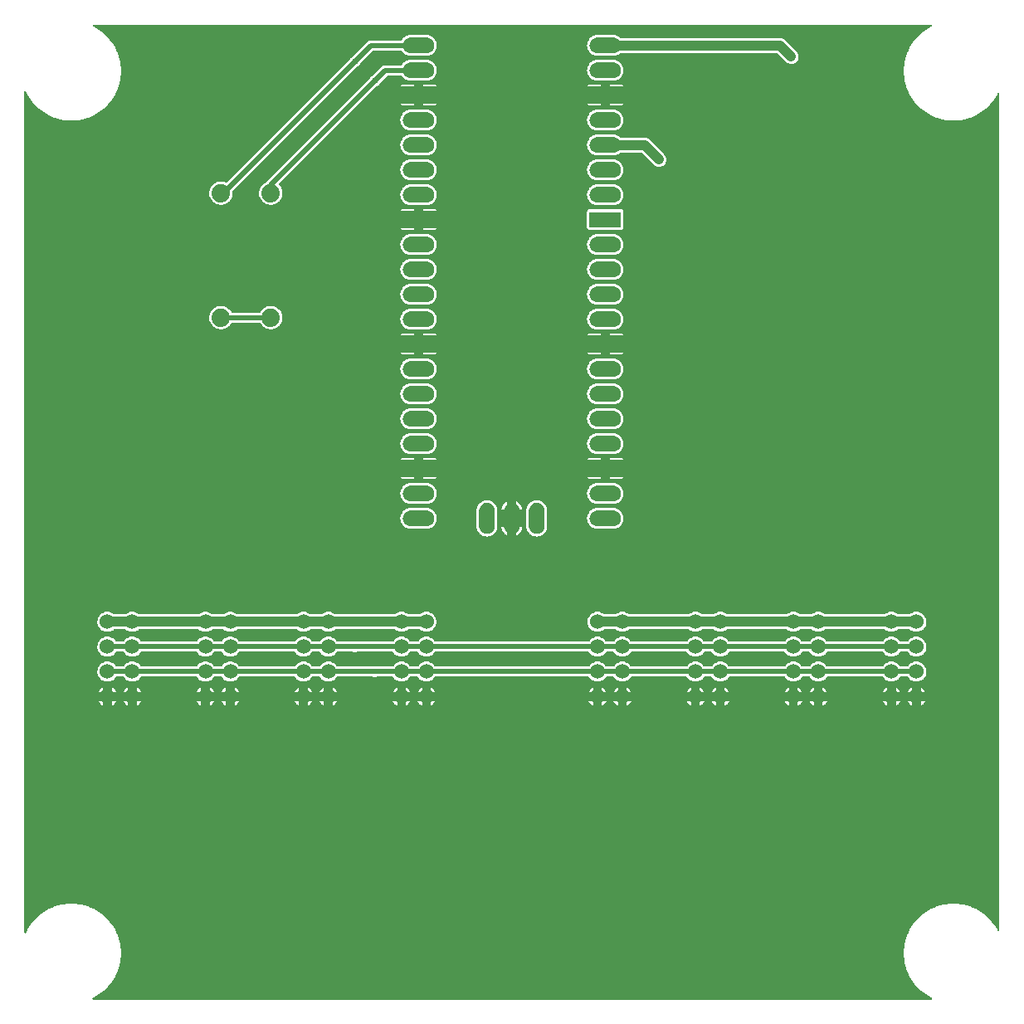
<source format=gtl>
G04 Layer: TopLayer*
G04 EasyEDA v6.5.20, 2023-09-02 21:33:51*
G04 a67cddfb3fce44daa9051d46cbbcc19f,10*
G04 Gerber Generator version 0.2*
G04 Scale: 100 percent, Rotated: No, Reflected: No *
G04 Dimensions in millimeters *
G04 leading zeros omitted , absolute positions ,4 integer and 5 decimal *
%FSLAX45Y45*%
%MOMM*%

%AMMACRO1*4,1,4,-1.5999,-0.8,-1.5999,0.8,1.5999,0.8,1.5999,-0.8,-1.5999,-0.8,0*%
%AMMACRO2*4,1,4,-1.5999,-0.8001,-1.5999,0.8001,1.5999,0.8001,1.5999,-0.8001,-1.5999,-0.8001,0*%
%ADD10C,1.0000*%
%ADD11C,0.5000*%
%ADD12MACRO1*%
%ADD13MACRO2*%
%ADD14C,1.5240*%
%ADD15C,1.8796*%
%ADD16C,0.6096*%
%ADD17C,0.6100*%
%ADD18C,0.0181*%

%LPD*%
G36*
X731012Y25908D02*
G01*
X727202Y26670D01*
X723950Y28803D01*
X721715Y32004D01*
X720852Y35864D01*
X721563Y39674D01*
X723595Y43027D01*
X726795Y45313D01*
X730402Y46939D01*
X757834Y61722D01*
X784301Y78130D01*
X809701Y96164D01*
X833932Y115722D01*
X856945Y136702D01*
X878586Y159105D01*
X898855Y182778D01*
X917549Y207670D01*
X934719Y233629D01*
X950264Y260654D01*
X964133Y288544D01*
X976223Y317246D01*
X986485Y346659D01*
X994968Y376631D01*
X1001572Y407060D01*
X1006297Y437845D01*
X1009091Y468884D01*
X1010005Y499973D01*
X1009091Y531114D01*
X1006297Y562152D01*
X1001572Y592937D01*
X994968Y623366D01*
X986485Y653338D01*
X976223Y682752D01*
X964133Y711454D01*
X950264Y739343D01*
X934719Y766368D01*
X917549Y792327D01*
X898855Y817219D01*
X878586Y840892D01*
X856945Y863295D01*
X833932Y884275D01*
X809701Y903833D01*
X784301Y921867D01*
X757834Y938276D01*
X730402Y953058D01*
X702106Y966063D01*
X673049Y977341D01*
X643382Y986790D01*
X613206Y994410D01*
X582574Y1000150D01*
X551637Y1003960D01*
X520547Y1005890D01*
X489407Y1005890D01*
X458317Y1003960D01*
X427431Y1000150D01*
X396798Y994410D01*
X366623Y986790D01*
X336956Y977341D01*
X307898Y966063D01*
X279603Y953058D01*
X252171Y938276D01*
X225704Y921867D01*
X200304Y903833D01*
X176072Y884275D01*
X153060Y863295D01*
X131419Y840892D01*
X111150Y817219D01*
X92405Y792327D01*
X75234Y766368D01*
X59740Y739343D01*
X45872Y711454D01*
X43230Y707085D01*
X39928Y704900D01*
X36017Y704138D01*
X32156Y704951D01*
X28854Y707136D01*
X26670Y710438D01*
X25908Y714298D01*
X25908Y9285681D01*
X26670Y9289542D01*
X28854Y9292844D01*
X32156Y9295028D01*
X36017Y9295841D01*
X39928Y9295079D01*
X43230Y9292894D01*
X45872Y9288526D01*
X59740Y9260636D01*
X75234Y9233611D01*
X92405Y9207652D01*
X111150Y9182760D01*
X131419Y9159087D01*
X153060Y9136684D01*
X176072Y9115704D01*
X200304Y9096146D01*
X225704Y9078112D01*
X252171Y9061704D01*
X279603Y9046921D01*
X307898Y9033916D01*
X336956Y9022638D01*
X366623Y9013190D01*
X396798Y9005570D01*
X427431Y8999829D01*
X458317Y8996019D01*
X489407Y8994089D01*
X520547Y8994089D01*
X551637Y8996019D01*
X582574Y8999829D01*
X613206Y9005570D01*
X643382Y9013190D01*
X673049Y9022638D01*
X702106Y9033916D01*
X730402Y9046921D01*
X757834Y9061704D01*
X784301Y9078112D01*
X809701Y9096146D01*
X833932Y9115704D01*
X856945Y9136684D01*
X878586Y9159087D01*
X898855Y9182760D01*
X917549Y9207652D01*
X934719Y9233611D01*
X950264Y9260636D01*
X964133Y9288526D01*
X976223Y9317228D01*
X986485Y9346641D01*
X994968Y9376613D01*
X1001572Y9407042D01*
X1006297Y9437827D01*
X1009091Y9468866D01*
X1010005Y9499955D01*
X1009091Y9531096D01*
X1006297Y9562134D01*
X1001572Y9592919D01*
X994968Y9623348D01*
X986485Y9653320D01*
X976223Y9682734D01*
X964133Y9711436D01*
X950264Y9739325D01*
X934719Y9766350D01*
X917549Y9792309D01*
X898855Y9817201D01*
X878586Y9840874D01*
X856945Y9863277D01*
X833932Y9884257D01*
X809701Y9903815D01*
X784301Y9921849D01*
X757834Y9938258D01*
X730402Y9953040D01*
X726744Y9954717D01*
X723595Y9957003D01*
X721512Y9960305D01*
X720852Y9964166D01*
X721664Y9967976D01*
X723900Y9971176D01*
X727151Y9973360D01*
X731012Y9974072D01*
X9278975Y9974072D01*
X9282836Y9973360D01*
X9286087Y9971176D01*
X9288322Y9967976D01*
X9289135Y9964166D01*
X9288475Y9960305D01*
X9286392Y9957003D01*
X9283242Y9954717D01*
X9279585Y9953040D01*
X9252153Y9938258D01*
X9225686Y9921849D01*
X9200286Y9903815D01*
X9176054Y9884257D01*
X9153042Y9863277D01*
X9131401Y9840874D01*
X9111132Y9817201D01*
X9092387Y9792309D01*
X9075216Y9766350D01*
X9059722Y9739325D01*
X9045854Y9711436D01*
X9033764Y9682734D01*
X9023451Y9653320D01*
X9015018Y9623348D01*
X9008414Y9592919D01*
X9003690Y9562134D01*
X9000896Y9531096D01*
X8999982Y9500006D01*
X9000896Y9468866D01*
X9003690Y9437827D01*
X9008414Y9407042D01*
X9015018Y9376613D01*
X9023451Y9346641D01*
X9033764Y9317228D01*
X9045854Y9288526D01*
X9059722Y9260636D01*
X9075216Y9233611D01*
X9092387Y9207652D01*
X9111132Y9182760D01*
X9131401Y9159087D01*
X9153042Y9136684D01*
X9176054Y9115704D01*
X9200286Y9096146D01*
X9225686Y9078112D01*
X9252153Y9061704D01*
X9279585Y9046921D01*
X9307880Y9033916D01*
X9336938Y9022638D01*
X9366605Y9013190D01*
X9396780Y9005570D01*
X9427413Y8999829D01*
X9458299Y8996019D01*
X9489389Y8994089D01*
X9520529Y8994089D01*
X9551619Y8996019D01*
X9582556Y8999829D01*
X9613188Y9005570D01*
X9643364Y9013190D01*
X9673031Y9022638D01*
X9702088Y9033916D01*
X9730384Y9046921D01*
X9757816Y9061704D01*
X9784283Y9078112D01*
X9809683Y9096146D01*
X9833914Y9115704D01*
X9856927Y9136684D01*
X9878568Y9159087D01*
X9898837Y9182760D01*
X9917531Y9207652D01*
X9934702Y9233611D01*
X9950246Y9260636D01*
X9954818Y9269831D01*
X9957663Y9273336D01*
X9961727Y9275267D01*
X9966248Y9275216D01*
X9970312Y9273235D01*
X9973106Y9269730D01*
X9974072Y9265310D01*
X9974072Y734669D01*
X9973106Y730250D01*
X9970312Y726744D01*
X9966248Y724763D01*
X9961727Y724712D01*
X9957663Y726643D01*
X9954818Y730148D01*
X9950246Y739343D01*
X9934702Y766368D01*
X9917531Y792327D01*
X9898837Y817219D01*
X9878568Y840892D01*
X9856927Y863295D01*
X9833914Y884275D01*
X9809683Y903833D01*
X9784283Y921867D01*
X9757816Y938276D01*
X9730384Y953058D01*
X9702088Y966063D01*
X9673031Y977341D01*
X9643364Y986790D01*
X9613188Y994410D01*
X9582556Y1000150D01*
X9551619Y1003960D01*
X9520529Y1005890D01*
X9489389Y1005890D01*
X9458299Y1003960D01*
X9427413Y1000150D01*
X9396780Y994410D01*
X9366605Y986790D01*
X9336938Y977341D01*
X9307880Y966063D01*
X9279585Y953058D01*
X9252153Y938276D01*
X9225686Y921867D01*
X9200286Y903833D01*
X9176054Y884275D01*
X9153042Y863295D01*
X9131401Y840892D01*
X9111132Y817219D01*
X9092387Y792327D01*
X9075216Y766368D01*
X9059722Y739343D01*
X9045854Y711454D01*
X9033764Y682752D01*
X9023451Y653338D01*
X9015018Y623366D01*
X9008414Y592937D01*
X9003690Y562152D01*
X9000896Y531114D01*
X8999982Y500024D01*
X9000896Y468884D01*
X9003690Y437845D01*
X9008414Y407060D01*
X9015018Y376631D01*
X9023451Y346659D01*
X9033764Y317246D01*
X9045854Y288544D01*
X9059722Y260654D01*
X9075216Y233629D01*
X9092387Y207670D01*
X9111132Y182778D01*
X9131401Y159105D01*
X9153042Y136702D01*
X9176054Y115722D01*
X9200286Y96164D01*
X9225686Y78130D01*
X9252153Y61722D01*
X9279585Y46939D01*
X9283192Y45313D01*
X9286392Y43027D01*
X9288424Y39674D01*
X9289084Y35864D01*
X9288272Y32004D01*
X9286036Y28803D01*
X9282785Y26670D01*
X9278975Y25908D01*
G37*

%LPC*%
G36*
X7847177Y9574123D02*
G01*
X7858506Y9574580D01*
X7869631Y9576663D01*
X7880350Y9580422D01*
X7890357Y9585706D01*
X7899501Y9592462D01*
X7907528Y9600488D01*
X7914233Y9609582D01*
X7919567Y9619640D01*
X7923275Y9630308D01*
X7925409Y9641484D01*
X7925816Y9652812D01*
X7924546Y9664090D01*
X7921599Y9675012D01*
X7917078Y9685426D01*
X7911033Y9695027D01*
X7903413Y9703917D01*
X7788757Y9818471D01*
X7781899Y9824161D01*
X7779918Y9825583D01*
X7772298Y9830155D01*
X7770063Y9831273D01*
X7761884Y9834676D01*
X7759547Y9835438D01*
X7748473Y9838029D01*
X7739634Y9838842D01*
X6110274Y9838893D01*
X6106668Y9839553D01*
X6103518Y9841433D01*
X6101283Y9843414D01*
X6094171Y9849002D01*
X6091072Y9851136D01*
X6083300Y9855860D01*
X6079998Y9857587D01*
X6071768Y9861296D01*
X6068263Y9862616D01*
X6059627Y9865309D01*
X6055969Y9866223D01*
X6047079Y9867798D01*
X6043422Y9868255D01*
X6032195Y9868865D01*
X5872784Y9868865D01*
X5861558Y9868255D01*
X5857900Y9867798D01*
X5849010Y9866223D01*
X5845403Y9865309D01*
X5836716Y9862616D01*
X5833160Y9861296D01*
X5824931Y9857587D01*
X5821680Y9855860D01*
X5813907Y9851136D01*
X5810808Y9849002D01*
X5803696Y9843414D01*
X5800902Y9840976D01*
X5794502Y9834524D01*
X5792063Y9831781D01*
X5786475Y9824669D01*
X5784342Y9821570D01*
X5779668Y9813848D01*
X5777890Y9810496D01*
X5774182Y9802266D01*
X5772861Y9798761D01*
X5770168Y9790125D01*
X5769254Y9786467D01*
X5767628Y9777526D01*
X5766663Y9764877D01*
X5766663Y9761118D01*
X5767222Y9752076D01*
X5767628Y9748418D01*
X5769254Y9739477D01*
X5770168Y9735820D01*
X5772861Y9727184D01*
X5774182Y9723729D01*
X5777890Y9715449D01*
X5779668Y9712096D01*
X5784342Y9704374D01*
X5786424Y9701326D01*
X5792012Y9694164D01*
X5794502Y9691370D01*
X5800902Y9684969D01*
X5803696Y9682480D01*
X5810808Y9676942D01*
X5813907Y9674809D01*
X5821680Y9670135D01*
X5824931Y9668408D01*
X5833160Y9664700D01*
X5836716Y9663328D01*
X5845403Y9660636D01*
X5848959Y9659772D01*
X5857849Y9658146D01*
X5861558Y9657689D01*
X5872784Y9657080D01*
X6032195Y9657080D01*
X6043422Y9657689D01*
X6047130Y9658146D01*
X6056020Y9659772D01*
X6059627Y9660636D01*
X6068263Y9663328D01*
X6071768Y9664649D01*
X6079998Y9668408D01*
X6083300Y9670135D01*
X6091072Y9674809D01*
X6094171Y9676942D01*
X6101283Y9682480D01*
X6103569Y9684512D01*
X6106668Y9686391D01*
X6110274Y9687052D01*
X7701330Y9687052D01*
X7705242Y9686290D01*
X7708493Y9684105D01*
X7796072Y9596577D01*
X7804962Y9588906D01*
X7814564Y9582861D01*
X7824927Y9578340D01*
X7835900Y9575393D01*
G37*
G36*
X6917436Y3027222D02*
G01*
X6925005Y3031032D01*
X6936231Y3038754D01*
X6946392Y3047898D01*
X6955180Y3058312D01*
X6962495Y3069793D01*
X6964629Y3074416D01*
X6917436Y3074416D01*
G37*
G36*
X4171442Y3027222D02*
G01*
X4179011Y3031032D01*
X4190237Y3038754D01*
X4200398Y3047898D01*
X4209186Y3058312D01*
X4216501Y3069793D01*
X4218635Y3074416D01*
X4171442Y3074416D01*
G37*
G36*
X7082536Y3027222D02*
G01*
X7082536Y3074416D01*
X7035342Y3074416D01*
X7037476Y3069793D01*
X7044791Y3058312D01*
X7053580Y3047898D01*
X7063740Y3038754D01*
X7074966Y3031032D01*
G37*
G36*
X7171436Y3027222D02*
G01*
X7179005Y3031032D01*
X7190231Y3038754D01*
X7200392Y3047898D01*
X7209180Y3058312D01*
X7216495Y3069793D01*
X7218629Y3074416D01*
X7171436Y3074416D01*
G37*
G36*
X6828536Y3027222D02*
G01*
X6828536Y3074416D01*
X6781342Y3074416D01*
X6783476Y3069793D01*
X6790791Y3058312D01*
X6799580Y3047898D01*
X6809740Y3038754D01*
X6820966Y3031032D01*
G37*
G36*
X4082542Y3027222D02*
G01*
X4082542Y3074416D01*
X4035348Y3074416D01*
X4037482Y3069793D01*
X4044797Y3058312D01*
X4053586Y3047898D01*
X4063746Y3038754D01*
X4074972Y3031032D01*
G37*
G36*
X8917432Y3027222D02*
G01*
X8925001Y3031032D01*
X8936228Y3038754D01*
X8946388Y3047898D01*
X8955176Y3058312D01*
X8962491Y3069793D01*
X8964625Y3074416D01*
X8917432Y3074416D01*
G37*
G36*
X3917442Y3027222D02*
G01*
X3925011Y3031032D01*
X3936237Y3038754D01*
X3946398Y3047898D01*
X3955186Y3058312D01*
X3962501Y3069793D01*
X3964635Y3074416D01*
X3917442Y3074416D01*
G37*
G36*
X8828532Y3027222D02*
G01*
X8828532Y3074416D01*
X8781338Y3074416D01*
X8783472Y3069793D01*
X8790787Y3058312D01*
X8799576Y3047898D01*
X8809736Y3038754D01*
X8820962Y3031032D01*
G37*
G36*
X3828542Y3027222D02*
G01*
X3828542Y3074416D01*
X3781348Y3074416D01*
X3783482Y3069793D01*
X3790797Y3058312D01*
X3799586Y3047898D01*
X3809746Y3038754D01*
X3820972Y3031032D01*
G37*
G36*
X9082532Y3027222D02*
G01*
X9082532Y3074416D01*
X9035338Y3074416D01*
X9037472Y3069793D01*
X9044787Y3058312D01*
X9053576Y3047898D01*
X9063736Y3038754D01*
X9074962Y3031032D01*
G37*
G36*
X2082546Y3027222D02*
G01*
X2082546Y3074416D01*
X2035352Y3074416D01*
X2037486Y3069793D01*
X2044801Y3058312D01*
X2053589Y3047898D01*
X2063750Y3038754D01*
X2074976Y3031032D01*
G37*
G36*
X9171432Y3027222D02*
G01*
X9179001Y3031032D01*
X9190228Y3038754D01*
X9200388Y3047898D01*
X9209176Y3058312D01*
X9216491Y3069793D01*
X9218625Y3074416D01*
X9171432Y3074416D01*
G37*
G36*
X1082548Y3027222D02*
G01*
X1082548Y3074416D01*
X1035354Y3074416D01*
X1037488Y3069793D01*
X1044803Y3058312D01*
X1053592Y3047898D01*
X1063752Y3038754D01*
X1074978Y3031032D01*
G37*
G36*
X1828546Y3027222D02*
G01*
X1828546Y3074416D01*
X1781352Y3074416D01*
X1783486Y3069793D01*
X1790801Y3058312D01*
X1799589Y3047898D01*
X1809750Y3038754D01*
X1820976Y3031032D01*
G37*
G36*
X917448Y3027222D02*
G01*
X925017Y3031032D01*
X936244Y3038754D01*
X946403Y3047898D01*
X955192Y3058312D01*
X962507Y3069793D01*
X964641Y3074416D01*
X917448Y3074416D01*
G37*
G36*
X1171448Y3027222D02*
G01*
X1179017Y3031032D01*
X1190244Y3038754D01*
X1200404Y3047898D01*
X1209192Y3058312D01*
X1216507Y3069793D01*
X1218641Y3074416D01*
X1171448Y3074416D01*
G37*
G36*
X828548Y3027222D02*
G01*
X828548Y3074416D01*
X781354Y3074416D01*
X783488Y3069793D01*
X790803Y3058312D01*
X799592Y3047898D01*
X809752Y3038754D01*
X820978Y3031032D01*
G37*
G36*
X1917446Y3027222D02*
G01*
X1925015Y3031032D01*
X1936242Y3038754D01*
X1946402Y3047898D01*
X1955190Y3058312D01*
X1962505Y3069793D01*
X1964639Y3074416D01*
X1917446Y3074416D01*
G37*
G36*
X2828544Y3027222D02*
G01*
X2828544Y3074416D01*
X2781350Y3074416D01*
X2783484Y3069793D01*
X2790799Y3058312D01*
X2799588Y3047898D01*
X2809748Y3038754D01*
X2820974Y3031032D01*
G37*
G36*
X5917438Y3027222D02*
G01*
X5925007Y3031032D01*
X5936234Y3038754D01*
X5946394Y3047898D01*
X5955182Y3058312D01*
X5962497Y3069793D01*
X5964631Y3074416D01*
X5917438Y3074416D01*
G37*
G36*
X6082538Y3027222D02*
G01*
X6082538Y3074416D01*
X6035344Y3074416D01*
X6037478Y3069793D01*
X6044793Y3058312D01*
X6053582Y3047898D01*
X6063742Y3038754D01*
X6074968Y3031032D01*
G37*
G36*
X5828538Y3027222D02*
G01*
X5828538Y3074416D01*
X5781344Y3074416D01*
X5783478Y3069793D01*
X5790793Y3058312D01*
X5799582Y3047898D01*
X5809742Y3038754D01*
X5820968Y3031032D01*
G37*
G36*
X3082544Y3027222D02*
G01*
X3082544Y3074416D01*
X3035350Y3074416D01*
X3037484Y3069793D01*
X3044799Y3058312D01*
X3053588Y3047898D01*
X3063748Y3038754D01*
X3074974Y3031032D01*
G37*
G36*
X7917434Y3027222D02*
G01*
X7925003Y3031032D01*
X7936230Y3038754D01*
X7946390Y3047898D01*
X7955178Y3058312D01*
X7962493Y3069793D01*
X7964627Y3074416D01*
X7917434Y3074416D01*
G37*
G36*
X3171444Y3027222D02*
G01*
X3179013Y3031032D01*
X3190240Y3038754D01*
X3200400Y3047898D01*
X3209188Y3058312D01*
X3216503Y3069793D01*
X3218637Y3074416D01*
X3171444Y3074416D01*
G37*
G36*
X8082534Y3027222D02*
G01*
X8082534Y3074416D01*
X8035340Y3074416D01*
X8037474Y3069793D01*
X8044789Y3058312D01*
X8053578Y3047898D01*
X8063738Y3038754D01*
X8074964Y3031032D01*
G37*
G36*
X6171438Y3027222D02*
G01*
X6179007Y3031032D01*
X6190234Y3038754D01*
X6200394Y3047898D01*
X6209182Y3058312D01*
X6216497Y3069793D01*
X6218631Y3074416D01*
X6171438Y3074416D01*
G37*
G36*
X7828534Y3027222D02*
G01*
X7828534Y3074416D01*
X7781340Y3074416D01*
X7783474Y3069793D01*
X7790789Y3058312D01*
X7799578Y3047898D01*
X7809738Y3038754D01*
X7820964Y3031032D01*
G37*
G36*
X2917444Y3027222D02*
G01*
X2925013Y3031032D01*
X2936240Y3038754D01*
X2946400Y3047898D01*
X2955188Y3058312D01*
X2962503Y3069793D01*
X2964637Y3074416D01*
X2917444Y3074416D01*
G37*
G36*
X8171434Y3027222D02*
G01*
X8179003Y3031032D01*
X8190230Y3038754D01*
X8200390Y3047898D01*
X8209178Y3058312D01*
X8216493Y3069793D01*
X8218627Y3074416D01*
X8171434Y3074416D01*
G37*
G36*
X6781190Y3163316D02*
G01*
X6828536Y3163316D01*
X6828536Y3210661D01*
X6826961Y3210001D01*
X6815226Y3203041D01*
X6804507Y3194558D01*
X6795008Y3184753D01*
X6786930Y3173780D01*
G37*
G36*
X3781196Y3163316D02*
G01*
X3828542Y3163316D01*
X3828542Y3210661D01*
X3826967Y3210001D01*
X3815232Y3203041D01*
X3804513Y3194558D01*
X3795014Y3184753D01*
X3786936Y3173780D01*
G37*
G36*
X3917442Y3163316D02*
G01*
X3964787Y3163316D01*
X3959047Y3173780D01*
X3950970Y3184753D01*
X3941470Y3194558D01*
X3930751Y3203041D01*
X3919016Y3210001D01*
X3917442Y3210661D01*
G37*
G36*
X6917436Y3163316D02*
G01*
X6964781Y3163316D01*
X6959041Y3173780D01*
X6950964Y3184753D01*
X6941464Y3194558D01*
X6930745Y3203041D01*
X6919010Y3210001D01*
X6917436Y3210661D01*
G37*
G36*
X4035196Y3163316D02*
G01*
X4082542Y3163316D01*
X4082542Y3210661D01*
X4080967Y3210001D01*
X4069232Y3203041D01*
X4058513Y3194558D01*
X4049014Y3184753D01*
X4040936Y3173780D01*
G37*
G36*
X4171442Y3163316D02*
G01*
X4218787Y3163316D01*
X4213047Y3173780D01*
X4204970Y3184753D01*
X4195470Y3194558D01*
X4184751Y3203041D01*
X4173016Y3210001D01*
X4171442Y3210661D01*
G37*
G36*
X2171446Y3163316D02*
G01*
X2218791Y3163316D01*
X2213051Y3173780D01*
X2204974Y3184753D01*
X2195474Y3194558D01*
X2184755Y3203041D01*
X2173020Y3210001D01*
X2171446Y3210661D01*
G37*
G36*
X8917432Y3163316D02*
G01*
X8964777Y3163316D01*
X8959037Y3173780D01*
X8950960Y3184753D01*
X8941460Y3194558D01*
X8930741Y3203041D01*
X8919006Y3210001D01*
X8917432Y3210661D01*
G37*
G36*
X7035190Y3163316D02*
G01*
X7082536Y3163316D01*
X7082536Y3210661D01*
X7080961Y3210001D01*
X7069226Y3203041D01*
X7058507Y3194558D01*
X7049008Y3184753D01*
X7040930Y3173780D01*
G37*
G36*
X2035200Y3163316D02*
G01*
X2082546Y3163316D01*
X2082546Y3210661D01*
X2080971Y3210001D01*
X2069236Y3203041D01*
X2058517Y3194558D01*
X2049018Y3184753D01*
X2040940Y3173780D01*
G37*
G36*
X7171436Y3163316D02*
G01*
X7218781Y3163316D01*
X7213041Y3173780D01*
X7204964Y3184753D01*
X7195464Y3194558D01*
X7184745Y3203041D01*
X7173010Y3210001D01*
X7171436Y3210661D01*
G37*
G36*
X9035186Y3163316D02*
G01*
X9082532Y3163316D01*
X9082532Y3210661D01*
X9080957Y3210001D01*
X9069222Y3203041D01*
X9058503Y3194558D01*
X9049004Y3184753D01*
X9040926Y3173780D01*
G37*
G36*
X8781186Y3163316D02*
G01*
X8828532Y3163316D01*
X8828532Y3210661D01*
X8826957Y3210001D01*
X8815222Y3203041D01*
X8804503Y3194558D01*
X8795004Y3184753D01*
X8786926Y3173780D01*
G37*
G36*
X9171432Y3163316D02*
G01*
X9218777Y3163316D01*
X9213037Y3173780D01*
X9204960Y3184753D01*
X9195460Y3194558D01*
X9184741Y3203041D01*
X9173006Y3210001D01*
X9171432Y3210661D01*
G37*
G36*
X1171448Y3163316D02*
G01*
X1218793Y3163316D01*
X1213053Y3173780D01*
X1204976Y3184753D01*
X1195476Y3194558D01*
X1184757Y3203041D01*
X1173022Y3210001D01*
X1171448Y3210661D01*
G37*
G36*
X1781200Y3163316D02*
G01*
X1828546Y3163316D01*
X1828546Y3210661D01*
X1826971Y3210001D01*
X1815236Y3203041D01*
X1804517Y3194558D01*
X1795018Y3184753D01*
X1786940Y3173780D01*
G37*
G36*
X917448Y3163316D02*
G01*
X964793Y3163316D01*
X959053Y3173780D01*
X950976Y3184753D01*
X941476Y3194558D01*
X930757Y3203041D01*
X919022Y3210001D01*
X917448Y3210661D01*
G37*
G36*
X1035202Y3163316D02*
G01*
X1082548Y3163316D01*
X1082548Y3210661D01*
X1080973Y3210001D01*
X1069238Y3203041D01*
X1058519Y3194558D01*
X1049020Y3184753D01*
X1040942Y3173780D01*
G37*
G36*
X781202Y3163316D02*
G01*
X828548Y3163316D01*
X828548Y3210661D01*
X826973Y3210001D01*
X815238Y3203041D01*
X804519Y3194558D01*
X795020Y3184753D01*
X786942Y3173780D01*
G37*
G36*
X1917446Y3163316D02*
G01*
X1964791Y3163316D01*
X1959051Y3173780D01*
X1950974Y3184753D01*
X1941474Y3194558D01*
X1930755Y3203041D01*
X1919020Y3210001D01*
X1917446Y3210661D01*
G37*
G36*
X3035198Y3163316D02*
G01*
X3082544Y3163316D01*
X3082544Y3210661D01*
X3080969Y3210001D01*
X3069234Y3203041D01*
X3058515Y3194558D01*
X3049016Y3184753D01*
X3040938Y3173780D01*
G37*
G36*
X3171444Y3163316D02*
G01*
X3218789Y3163316D01*
X3213049Y3173780D01*
X3204972Y3184753D01*
X3195472Y3194558D01*
X3184753Y3203041D01*
X3173018Y3210001D01*
X3171444Y3210661D01*
G37*
G36*
X2917444Y3163316D02*
G01*
X2964789Y3163316D01*
X2959049Y3173780D01*
X2950972Y3184753D01*
X2941472Y3194558D01*
X2930753Y3203041D01*
X2919018Y3210001D01*
X2917444Y3210661D01*
G37*
G36*
X2781198Y3163316D02*
G01*
X2828544Y3163316D01*
X2828544Y3210661D01*
X2826969Y3210001D01*
X2815234Y3203041D01*
X2804515Y3194558D01*
X2795016Y3184753D01*
X2786938Y3173780D01*
G37*
G36*
X6171438Y3163316D02*
G01*
X6218783Y3163316D01*
X6213043Y3173780D01*
X6204966Y3184753D01*
X6195466Y3194558D01*
X6184747Y3203041D01*
X6173012Y3210001D01*
X6171438Y3210661D01*
G37*
G36*
X6035192Y3163316D02*
G01*
X6082538Y3163316D01*
X6082538Y3210661D01*
X6080963Y3210001D01*
X6069228Y3203041D01*
X6058509Y3194558D01*
X6049010Y3184753D01*
X6040932Y3173780D01*
G37*
G36*
X7781188Y3163316D02*
G01*
X7828534Y3163316D01*
X7828534Y3210661D01*
X7826959Y3210001D01*
X7815224Y3203041D01*
X7804505Y3194558D01*
X7795006Y3184753D01*
X7786928Y3173780D01*
G37*
G36*
X7917434Y3163316D02*
G01*
X7964779Y3163316D01*
X7959039Y3173780D01*
X7950962Y3184753D01*
X7941462Y3194558D01*
X7930743Y3203041D01*
X7919008Y3210001D01*
X7917434Y3210661D01*
G37*
G36*
X5917438Y3163316D02*
G01*
X5964783Y3163316D01*
X5959043Y3173780D01*
X5950966Y3184753D01*
X5941466Y3194558D01*
X5930747Y3203041D01*
X5919012Y3210001D01*
X5917438Y3210661D01*
G37*
G36*
X8171434Y3163316D02*
G01*
X8218779Y3163316D01*
X8213039Y3173780D01*
X8204962Y3184753D01*
X8195462Y3194558D01*
X8184743Y3203041D01*
X8173008Y3210001D01*
X8171434Y3210661D01*
G37*
G36*
X5781192Y3163316D02*
G01*
X5828538Y3163316D01*
X5828538Y3210661D01*
X5826963Y3210001D01*
X5815228Y3203041D01*
X5804509Y3194558D01*
X5795010Y3184753D01*
X5786932Y3173780D01*
G37*
G36*
X8035188Y3163316D02*
G01*
X8082534Y3163316D01*
X8082534Y3210661D01*
X8080959Y3210001D01*
X8069224Y3203041D01*
X8058505Y3194558D01*
X8049006Y3184753D01*
X8040928Y3173780D01*
G37*
G36*
X872998Y3270758D02*
G01*
X886612Y3271672D01*
X899972Y3274415D01*
X912876Y3278886D01*
X925017Y3285032D01*
X936244Y3292754D01*
X946403Y3301898D01*
X955192Y3312312D01*
X958342Y3317240D01*
X960628Y3319779D01*
X963574Y3321405D01*
X966927Y3321964D01*
X1033068Y3321964D01*
X1036421Y3321405D01*
X1039368Y3319779D01*
X1041653Y3317240D01*
X1044803Y3312312D01*
X1053592Y3301898D01*
X1063752Y3292754D01*
X1074978Y3285032D01*
X1087120Y3278886D01*
X1100023Y3274415D01*
X1113383Y3271672D01*
X1126998Y3270758D01*
X1140612Y3271672D01*
X1153972Y3274415D01*
X1166876Y3278886D01*
X1179017Y3285032D01*
X1190244Y3292754D01*
X1200404Y3301898D01*
X1209192Y3312312D01*
X1212342Y3317240D01*
X1214628Y3319779D01*
X1217574Y3321405D01*
X1220927Y3321964D01*
X1779066Y3321964D01*
X1782419Y3321405D01*
X1785366Y3319779D01*
X1787652Y3317240D01*
X1790801Y3312312D01*
X1799589Y3301898D01*
X1809750Y3292754D01*
X1820976Y3285032D01*
X1833118Y3278886D01*
X1846021Y3274415D01*
X1859381Y3271672D01*
X1872996Y3270758D01*
X1886610Y3271672D01*
X1899970Y3274415D01*
X1912874Y3278886D01*
X1925015Y3285032D01*
X1936242Y3292754D01*
X1946402Y3301898D01*
X1955190Y3312312D01*
X1958339Y3317240D01*
X1960625Y3319779D01*
X1963572Y3321405D01*
X1966925Y3321964D01*
X2033066Y3321964D01*
X2036419Y3321405D01*
X2039366Y3319779D01*
X2041652Y3317240D01*
X2044801Y3312312D01*
X2053589Y3301898D01*
X2063750Y3292754D01*
X2074976Y3285032D01*
X2087118Y3278886D01*
X2100021Y3274415D01*
X2113381Y3271672D01*
X2126996Y3270758D01*
X2140610Y3271672D01*
X2153970Y3274415D01*
X2166874Y3278886D01*
X2179015Y3285032D01*
X2190242Y3292754D01*
X2200402Y3301898D01*
X2209190Y3312312D01*
X2212340Y3317240D01*
X2214626Y3319779D01*
X2217572Y3321405D01*
X2220925Y3321964D01*
X2779064Y3321964D01*
X2782417Y3321405D01*
X2785364Y3319779D01*
X2787650Y3317240D01*
X2790799Y3312312D01*
X2799588Y3301898D01*
X2809748Y3292754D01*
X2820974Y3285032D01*
X2833116Y3278886D01*
X2846019Y3274415D01*
X2859379Y3271672D01*
X2872994Y3270758D01*
X2886608Y3271672D01*
X2899968Y3274415D01*
X2912872Y3278886D01*
X2925013Y3285032D01*
X2936240Y3292754D01*
X2946400Y3301898D01*
X2955188Y3312312D01*
X2958338Y3317240D01*
X2960624Y3319779D01*
X2963570Y3321405D01*
X2966923Y3321964D01*
X3033064Y3321964D01*
X3036417Y3321405D01*
X3039364Y3319779D01*
X3041650Y3317240D01*
X3044799Y3312312D01*
X3053588Y3301898D01*
X3063748Y3292754D01*
X3074974Y3285032D01*
X3087116Y3278886D01*
X3100019Y3274415D01*
X3113379Y3271672D01*
X3126994Y3270758D01*
X3140608Y3271672D01*
X3153968Y3274415D01*
X3166872Y3278886D01*
X3179013Y3285032D01*
X3190240Y3292754D01*
X3200400Y3301898D01*
X3209188Y3312312D01*
X3212338Y3317240D01*
X3214624Y3319779D01*
X3217570Y3321405D01*
X3220923Y3321964D01*
X3574338Y3321964D01*
X3578656Y3320999D01*
X3580739Y3320034D01*
X3590188Y3317494D01*
X3599992Y3316630D01*
X3609797Y3317494D01*
X3619246Y3320034D01*
X3621328Y3320999D01*
X3625646Y3321964D01*
X3779062Y3321964D01*
X3782415Y3321405D01*
X3785362Y3319779D01*
X3787648Y3317240D01*
X3790797Y3312312D01*
X3799586Y3301898D01*
X3809746Y3292754D01*
X3820972Y3285032D01*
X3833114Y3278886D01*
X3846017Y3274415D01*
X3859377Y3271672D01*
X3872992Y3270758D01*
X3886606Y3271672D01*
X3899966Y3274415D01*
X3912870Y3278886D01*
X3925011Y3285032D01*
X3936237Y3292754D01*
X3946398Y3301898D01*
X3955186Y3312312D01*
X3958336Y3317240D01*
X3960622Y3319779D01*
X3963568Y3321405D01*
X3966921Y3321964D01*
X4033062Y3321964D01*
X4036415Y3321405D01*
X4039362Y3319779D01*
X4041648Y3317240D01*
X4044797Y3312312D01*
X4053586Y3301898D01*
X4063746Y3292754D01*
X4074972Y3285032D01*
X4087114Y3278886D01*
X4100017Y3274415D01*
X4113377Y3271672D01*
X4126992Y3270758D01*
X4140606Y3271672D01*
X4153966Y3274415D01*
X4166870Y3278886D01*
X4179011Y3285032D01*
X4190237Y3292754D01*
X4200398Y3301898D01*
X4209186Y3312312D01*
X4212336Y3317240D01*
X4214622Y3319779D01*
X4217568Y3321405D01*
X4220921Y3321964D01*
X5779058Y3321964D01*
X5782411Y3321405D01*
X5785358Y3319779D01*
X5787644Y3317240D01*
X5790793Y3312312D01*
X5799582Y3301898D01*
X5809742Y3292754D01*
X5820968Y3285032D01*
X5833110Y3278886D01*
X5846013Y3274415D01*
X5859373Y3271672D01*
X5872988Y3270758D01*
X5886602Y3271672D01*
X5899962Y3274415D01*
X5912866Y3278886D01*
X5925007Y3285032D01*
X5936234Y3292754D01*
X5946394Y3301898D01*
X5955182Y3312312D01*
X5958332Y3317240D01*
X5960618Y3319779D01*
X5963564Y3321405D01*
X5966917Y3321964D01*
X6033058Y3321964D01*
X6036411Y3321405D01*
X6039358Y3319779D01*
X6041644Y3317240D01*
X6044793Y3312312D01*
X6053582Y3301898D01*
X6063742Y3292754D01*
X6074968Y3285032D01*
X6087110Y3278886D01*
X6100013Y3274415D01*
X6113373Y3271672D01*
X6126988Y3270758D01*
X6140602Y3271672D01*
X6153962Y3274415D01*
X6166866Y3278886D01*
X6179007Y3285032D01*
X6190234Y3292754D01*
X6200394Y3301898D01*
X6209182Y3312312D01*
X6212332Y3317240D01*
X6214618Y3319779D01*
X6217564Y3321405D01*
X6220917Y3321964D01*
X6779056Y3321964D01*
X6782409Y3321405D01*
X6785356Y3319779D01*
X6787642Y3317240D01*
X6790791Y3312312D01*
X6799580Y3301898D01*
X6809740Y3292754D01*
X6820966Y3285032D01*
X6833108Y3278886D01*
X6846011Y3274415D01*
X6859371Y3271672D01*
X6872986Y3270758D01*
X6886600Y3271672D01*
X6899960Y3274415D01*
X6912864Y3278886D01*
X6925005Y3285032D01*
X6936231Y3292754D01*
X6946392Y3301898D01*
X6955180Y3312312D01*
X6958330Y3317240D01*
X6960616Y3319779D01*
X6963562Y3321405D01*
X6966915Y3321964D01*
X7033056Y3321964D01*
X7036409Y3321405D01*
X7039356Y3319779D01*
X7041642Y3317240D01*
X7044791Y3312312D01*
X7053580Y3301898D01*
X7063740Y3292754D01*
X7074966Y3285032D01*
X7087108Y3278886D01*
X7100011Y3274415D01*
X7113371Y3271672D01*
X7126986Y3270758D01*
X7140600Y3271672D01*
X7153960Y3274415D01*
X7166864Y3278886D01*
X7179005Y3285032D01*
X7190231Y3292754D01*
X7200392Y3301898D01*
X7209180Y3312312D01*
X7212330Y3317240D01*
X7214616Y3319779D01*
X7217562Y3321405D01*
X7220915Y3321964D01*
X7779054Y3321964D01*
X7782407Y3321405D01*
X7785353Y3319779D01*
X7787640Y3317240D01*
X7790789Y3312312D01*
X7799578Y3301898D01*
X7809738Y3292754D01*
X7820964Y3285032D01*
X7833106Y3278886D01*
X7846009Y3274415D01*
X7859369Y3271672D01*
X7872984Y3270758D01*
X7886598Y3271672D01*
X7899958Y3274415D01*
X7912862Y3278886D01*
X7925003Y3285032D01*
X7936230Y3292754D01*
X7946390Y3301898D01*
X7955178Y3312312D01*
X7958328Y3317240D01*
X7960614Y3319779D01*
X7963560Y3321405D01*
X7966913Y3321964D01*
X8033054Y3321964D01*
X8036407Y3321405D01*
X8039353Y3319779D01*
X8041640Y3317240D01*
X8044789Y3312312D01*
X8053578Y3301898D01*
X8063738Y3292754D01*
X8074964Y3285032D01*
X8087106Y3278886D01*
X8100009Y3274415D01*
X8113369Y3271672D01*
X8126984Y3270758D01*
X8140598Y3271672D01*
X8153958Y3274415D01*
X8166862Y3278886D01*
X8179003Y3285032D01*
X8190230Y3292754D01*
X8200390Y3301898D01*
X8209178Y3312312D01*
X8212328Y3317240D01*
X8214614Y3319779D01*
X8217560Y3321405D01*
X8220913Y3321964D01*
X8779052Y3321964D01*
X8782405Y3321405D01*
X8785352Y3319779D01*
X8787638Y3317240D01*
X8790787Y3312312D01*
X8799576Y3301898D01*
X8809736Y3292754D01*
X8820962Y3285032D01*
X8833104Y3278886D01*
X8846007Y3274415D01*
X8859367Y3271672D01*
X8872982Y3270758D01*
X8886596Y3271672D01*
X8899956Y3274415D01*
X8912860Y3278886D01*
X8925001Y3285032D01*
X8936228Y3292754D01*
X8946388Y3301898D01*
X8955176Y3312312D01*
X8958326Y3317240D01*
X8960612Y3319779D01*
X8963558Y3321405D01*
X8966911Y3321964D01*
X9033052Y3321964D01*
X9036405Y3321405D01*
X9039352Y3319779D01*
X9041638Y3317240D01*
X9044787Y3312312D01*
X9053576Y3301898D01*
X9063736Y3292754D01*
X9074962Y3285032D01*
X9087104Y3278886D01*
X9100007Y3274415D01*
X9113367Y3271672D01*
X9126982Y3270758D01*
X9140596Y3271672D01*
X9153956Y3274415D01*
X9166860Y3278886D01*
X9179001Y3285032D01*
X9190228Y3292754D01*
X9200388Y3301898D01*
X9209176Y3312312D01*
X9216491Y3323793D01*
X9222232Y3336188D01*
X9226296Y3349193D01*
X9228531Y3362655D01*
X9228988Y3376269D01*
X9227667Y3389833D01*
X9224467Y3403092D01*
X9219590Y3415842D01*
X9213037Y3427780D01*
X9204960Y3438753D01*
X9195460Y3448558D01*
X9184741Y3457041D01*
X9173006Y3464001D01*
X9160459Y3469284D01*
X9147302Y3472891D01*
X9133789Y3474720D01*
X9120174Y3474720D01*
X9106662Y3472891D01*
X9093504Y3469284D01*
X9080957Y3464001D01*
X9069222Y3457041D01*
X9058503Y3448558D01*
X9049004Y3438753D01*
X9041028Y3427882D01*
X9038793Y3425698D01*
X9035948Y3424275D01*
X9032849Y3423767D01*
X8967114Y3423767D01*
X8964015Y3424275D01*
X8961170Y3425698D01*
X8958935Y3427882D01*
X8950960Y3438753D01*
X8941460Y3448558D01*
X8930741Y3457041D01*
X8919006Y3464001D01*
X8906459Y3469284D01*
X8893302Y3472891D01*
X8879789Y3474720D01*
X8866174Y3474720D01*
X8852662Y3472891D01*
X8839504Y3469284D01*
X8826957Y3464001D01*
X8815222Y3457041D01*
X8804503Y3448558D01*
X8795004Y3438753D01*
X8787028Y3427882D01*
X8784793Y3425698D01*
X8781948Y3424275D01*
X8778849Y3423767D01*
X8221116Y3423767D01*
X8218017Y3424275D01*
X8215172Y3425698D01*
X8212937Y3427882D01*
X8204962Y3438753D01*
X8195462Y3448558D01*
X8184743Y3457041D01*
X8173008Y3464001D01*
X8160461Y3469284D01*
X8147303Y3472891D01*
X8133791Y3474720D01*
X8120176Y3474720D01*
X8106664Y3472891D01*
X8093506Y3469284D01*
X8080959Y3464001D01*
X8069224Y3457041D01*
X8058505Y3448558D01*
X8049006Y3438753D01*
X8041030Y3427882D01*
X8038795Y3425698D01*
X8035950Y3424275D01*
X8032851Y3423767D01*
X7967116Y3423767D01*
X7964017Y3424275D01*
X7961172Y3425698D01*
X7958937Y3427882D01*
X7950962Y3438753D01*
X7941462Y3448558D01*
X7930743Y3457041D01*
X7919008Y3464001D01*
X7906461Y3469284D01*
X7893303Y3472891D01*
X7879791Y3474720D01*
X7866176Y3474720D01*
X7852664Y3472891D01*
X7839506Y3469284D01*
X7826959Y3464001D01*
X7815224Y3457041D01*
X7804505Y3448558D01*
X7795006Y3438753D01*
X7787030Y3427882D01*
X7784795Y3425698D01*
X7781950Y3424275D01*
X7778851Y3423767D01*
X7221118Y3423767D01*
X7218019Y3424275D01*
X7215174Y3425698D01*
X7212939Y3427882D01*
X7204964Y3438753D01*
X7195464Y3448558D01*
X7184745Y3457041D01*
X7173010Y3464001D01*
X7160463Y3469284D01*
X7147306Y3472891D01*
X7133793Y3474720D01*
X7120178Y3474720D01*
X7106666Y3472891D01*
X7093508Y3469284D01*
X7080961Y3464001D01*
X7069226Y3457041D01*
X7058507Y3448558D01*
X7049008Y3438753D01*
X7041032Y3427882D01*
X7038797Y3425698D01*
X7035952Y3424275D01*
X7032853Y3423767D01*
X6967118Y3423767D01*
X6964019Y3424275D01*
X6961174Y3425698D01*
X6958939Y3427882D01*
X6950964Y3438753D01*
X6941464Y3448558D01*
X6930745Y3457041D01*
X6919010Y3464001D01*
X6906463Y3469284D01*
X6893306Y3472891D01*
X6879793Y3474720D01*
X6866178Y3474720D01*
X6852666Y3472891D01*
X6839508Y3469284D01*
X6826961Y3464001D01*
X6815226Y3457041D01*
X6804507Y3448558D01*
X6795008Y3438753D01*
X6787032Y3427882D01*
X6784797Y3425698D01*
X6781952Y3424275D01*
X6778853Y3423767D01*
X6221120Y3423767D01*
X6218021Y3424275D01*
X6215176Y3425698D01*
X6212941Y3427882D01*
X6204966Y3438753D01*
X6195466Y3448558D01*
X6184747Y3457041D01*
X6173012Y3464001D01*
X6160465Y3469284D01*
X6147308Y3472891D01*
X6133795Y3474720D01*
X6120180Y3474720D01*
X6106668Y3472891D01*
X6093510Y3469284D01*
X6080963Y3464001D01*
X6069228Y3457041D01*
X6058509Y3448558D01*
X6049010Y3438753D01*
X6041034Y3427882D01*
X6038799Y3425698D01*
X6035954Y3424275D01*
X6032855Y3423767D01*
X5967120Y3423767D01*
X5964021Y3424275D01*
X5961176Y3425698D01*
X5958941Y3427882D01*
X5950966Y3438753D01*
X5941466Y3448558D01*
X5930747Y3457041D01*
X5919012Y3464001D01*
X5906465Y3469284D01*
X5893308Y3472891D01*
X5879795Y3474720D01*
X5866180Y3474720D01*
X5852668Y3472891D01*
X5839510Y3469284D01*
X5826963Y3464001D01*
X5815228Y3457041D01*
X5804509Y3448558D01*
X5795010Y3438753D01*
X5787034Y3427882D01*
X5784799Y3425698D01*
X5781954Y3424275D01*
X5778855Y3423767D01*
X4221124Y3423767D01*
X4218025Y3424275D01*
X4215180Y3425698D01*
X4212945Y3427882D01*
X4204970Y3438753D01*
X4195470Y3448558D01*
X4184751Y3457041D01*
X4173016Y3464001D01*
X4160469Y3469284D01*
X4147312Y3472891D01*
X4133799Y3474720D01*
X4120184Y3474720D01*
X4106672Y3472891D01*
X4093514Y3469284D01*
X4080967Y3464001D01*
X4069232Y3457041D01*
X4058513Y3448558D01*
X4049014Y3438753D01*
X4041038Y3427882D01*
X4038803Y3425698D01*
X4035958Y3424275D01*
X4032859Y3423767D01*
X3967124Y3423767D01*
X3964025Y3424275D01*
X3961180Y3425698D01*
X3958945Y3427882D01*
X3950970Y3438753D01*
X3941470Y3448558D01*
X3930751Y3457041D01*
X3919016Y3464001D01*
X3906469Y3469284D01*
X3893312Y3472891D01*
X3879799Y3474720D01*
X3866184Y3474720D01*
X3852672Y3472891D01*
X3839514Y3469284D01*
X3826967Y3464001D01*
X3815232Y3457041D01*
X3804513Y3448558D01*
X3795014Y3438753D01*
X3787038Y3427882D01*
X3784803Y3425698D01*
X3781958Y3424275D01*
X3778859Y3423767D01*
X3626154Y3423767D01*
X3621887Y3424732D01*
X3619246Y3425951D01*
X3609797Y3428492D01*
X3599992Y3429355D01*
X3590188Y3428492D01*
X3580739Y3425951D01*
X3578098Y3424732D01*
X3573830Y3423767D01*
X3221126Y3423767D01*
X3218027Y3424275D01*
X3215182Y3425698D01*
X3212947Y3427882D01*
X3204972Y3438753D01*
X3195472Y3448558D01*
X3184753Y3457041D01*
X3173018Y3464001D01*
X3160471Y3469284D01*
X3147314Y3472891D01*
X3133801Y3474720D01*
X3120186Y3474720D01*
X3106674Y3472891D01*
X3093516Y3469284D01*
X3080969Y3464001D01*
X3069234Y3457041D01*
X3058515Y3448558D01*
X3049016Y3438753D01*
X3041040Y3427882D01*
X3038805Y3425698D01*
X3035960Y3424275D01*
X3032861Y3423767D01*
X2967126Y3423767D01*
X2964027Y3424275D01*
X2961182Y3425698D01*
X2958947Y3427882D01*
X2950972Y3438753D01*
X2941472Y3448558D01*
X2930753Y3457041D01*
X2919018Y3464001D01*
X2906471Y3469284D01*
X2893314Y3472891D01*
X2879801Y3474720D01*
X2866186Y3474720D01*
X2852674Y3472891D01*
X2839516Y3469284D01*
X2826969Y3464001D01*
X2815234Y3457041D01*
X2804515Y3448558D01*
X2795016Y3438753D01*
X2787040Y3427882D01*
X2784805Y3425698D01*
X2781960Y3424275D01*
X2778861Y3423767D01*
X2221128Y3423767D01*
X2218029Y3424275D01*
X2215184Y3425698D01*
X2212949Y3427882D01*
X2204974Y3438753D01*
X2195474Y3448558D01*
X2184755Y3457041D01*
X2173020Y3464001D01*
X2160473Y3469284D01*
X2147316Y3472891D01*
X2133803Y3474720D01*
X2120188Y3474720D01*
X2106676Y3472891D01*
X2093518Y3469284D01*
X2080971Y3464001D01*
X2069236Y3457041D01*
X2058517Y3448558D01*
X2049018Y3438753D01*
X2041042Y3427882D01*
X2038807Y3425698D01*
X2035962Y3424275D01*
X2032863Y3423767D01*
X1967128Y3423767D01*
X1964029Y3424275D01*
X1961184Y3425698D01*
X1958949Y3427882D01*
X1950974Y3438753D01*
X1941474Y3448558D01*
X1930755Y3457041D01*
X1919020Y3464001D01*
X1906473Y3469284D01*
X1893316Y3472891D01*
X1879803Y3474720D01*
X1866188Y3474720D01*
X1852675Y3472891D01*
X1839518Y3469284D01*
X1826971Y3464001D01*
X1815236Y3457041D01*
X1804517Y3448558D01*
X1795018Y3438753D01*
X1787042Y3427882D01*
X1784807Y3425698D01*
X1781962Y3424275D01*
X1778863Y3423767D01*
X1221130Y3423767D01*
X1218031Y3424275D01*
X1215186Y3425698D01*
X1212951Y3427882D01*
X1204976Y3438753D01*
X1195476Y3448558D01*
X1184757Y3457041D01*
X1173022Y3464001D01*
X1160475Y3469284D01*
X1147318Y3472891D01*
X1133805Y3474720D01*
X1120190Y3474720D01*
X1106678Y3472891D01*
X1093520Y3469284D01*
X1080973Y3464001D01*
X1069238Y3457041D01*
X1058519Y3448558D01*
X1049020Y3438753D01*
X1041044Y3427882D01*
X1038809Y3425698D01*
X1035964Y3424275D01*
X1032865Y3423767D01*
X967130Y3423767D01*
X964031Y3424275D01*
X961186Y3425698D01*
X958951Y3427882D01*
X950976Y3438753D01*
X941476Y3448558D01*
X930757Y3457041D01*
X919022Y3464001D01*
X906475Y3469284D01*
X893318Y3472891D01*
X879805Y3474720D01*
X866190Y3474720D01*
X852678Y3472891D01*
X839520Y3469284D01*
X826973Y3464001D01*
X815238Y3457041D01*
X804519Y3448558D01*
X795020Y3438753D01*
X786942Y3427780D01*
X780389Y3415842D01*
X775512Y3403092D01*
X772312Y3389833D01*
X770991Y3376269D01*
X771448Y3362655D01*
X773684Y3349193D01*
X777748Y3336188D01*
X783488Y3323793D01*
X790803Y3312312D01*
X799592Y3301898D01*
X809752Y3292754D01*
X820978Y3285032D01*
X833119Y3278886D01*
X846023Y3274415D01*
X859383Y3271672D01*
G37*
G36*
X872998Y3524758D02*
G01*
X886612Y3525672D01*
X899972Y3528415D01*
X912876Y3532886D01*
X925017Y3539032D01*
X936244Y3546754D01*
X946403Y3555898D01*
X955192Y3566312D01*
X958342Y3571290D01*
X960628Y3573779D01*
X963574Y3575405D01*
X966927Y3575964D01*
X1033068Y3575964D01*
X1036421Y3575405D01*
X1039368Y3573779D01*
X1041653Y3571290D01*
X1044803Y3566312D01*
X1053592Y3555898D01*
X1063752Y3546754D01*
X1074978Y3539032D01*
X1087120Y3532886D01*
X1100023Y3528415D01*
X1113383Y3525672D01*
X1126998Y3524758D01*
X1140612Y3525672D01*
X1153972Y3528415D01*
X1166876Y3532886D01*
X1179017Y3539032D01*
X1190244Y3546754D01*
X1200404Y3555898D01*
X1209192Y3566312D01*
X1212342Y3571290D01*
X1214628Y3573779D01*
X1217574Y3575405D01*
X1220927Y3575964D01*
X1779066Y3575964D01*
X1782419Y3575405D01*
X1785366Y3573779D01*
X1787652Y3571290D01*
X1790801Y3566312D01*
X1799589Y3555898D01*
X1809750Y3546754D01*
X1820976Y3539032D01*
X1833118Y3532886D01*
X1846021Y3528415D01*
X1859381Y3525672D01*
X1872996Y3524758D01*
X1886610Y3525672D01*
X1899970Y3528415D01*
X1912874Y3532886D01*
X1925015Y3539032D01*
X1936242Y3546754D01*
X1946402Y3555898D01*
X1955190Y3566312D01*
X1958339Y3571290D01*
X1960625Y3573779D01*
X1963572Y3575405D01*
X1966925Y3575964D01*
X2033066Y3575964D01*
X2036419Y3575405D01*
X2039366Y3573779D01*
X2041652Y3571290D01*
X2044801Y3566312D01*
X2053589Y3555898D01*
X2063750Y3546754D01*
X2074976Y3539032D01*
X2087118Y3532886D01*
X2100021Y3528415D01*
X2113381Y3525672D01*
X2126996Y3524758D01*
X2140610Y3525672D01*
X2153970Y3528415D01*
X2166874Y3532886D01*
X2179015Y3539032D01*
X2190242Y3546754D01*
X2200402Y3555898D01*
X2209190Y3566312D01*
X2212340Y3571290D01*
X2214626Y3573779D01*
X2217572Y3575405D01*
X2220925Y3575964D01*
X2779064Y3575964D01*
X2782417Y3575405D01*
X2785364Y3573779D01*
X2787650Y3571290D01*
X2790799Y3566312D01*
X2799588Y3555898D01*
X2809748Y3546754D01*
X2820974Y3539032D01*
X2833116Y3532886D01*
X2846019Y3528415D01*
X2859379Y3525672D01*
X2872994Y3524758D01*
X2886608Y3525672D01*
X2899968Y3528415D01*
X2912872Y3532886D01*
X2925013Y3539032D01*
X2936240Y3546754D01*
X2946400Y3555898D01*
X2955188Y3566312D01*
X2958338Y3571290D01*
X2960624Y3573779D01*
X2963570Y3575405D01*
X2966923Y3576015D01*
X3033064Y3576015D01*
X3036417Y3575405D01*
X3039364Y3573779D01*
X3041650Y3571290D01*
X3044799Y3566312D01*
X3053588Y3555898D01*
X3063748Y3546754D01*
X3074974Y3539032D01*
X3087116Y3532886D01*
X3100019Y3528415D01*
X3113379Y3525672D01*
X3126994Y3524758D01*
X3140608Y3525672D01*
X3153968Y3528415D01*
X3166872Y3532886D01*
X3179013Y3539032D01*
X3190240Y3546754D01*
X3200400Y3555898D01*
X3209188Y3566312D01*
X3212388Y3571290D01*
X3214624Y3573830D01*
X3217621Y3575456D01*
X3220923Y3576015D01*
X3374288Y3576015D01*
X3378555Y3575050D01*
X3380740Y3574034D01*
X3390188Y3571494D01*
X3399993Y3570630D01*
X3409797Y3571494D01*
X3419246Y3574034D01*
X3421430Y3575050D01*
X3425698Y3576015D01*
X3779062Y3576015D01*
X3782364Y3575456D01*
X3785362Y3573830D01*
X3787597Y3571290D01*
X3790797Y3566312D01*
X3799586Y3555898D01*
X3809746Y3546754D01*
X3820972Y3539032D01*
X3833114Y3532886D01*
X3846017Y3528415D01*
X3859377Y3525672D01*
X3872992Y3524758D01*
X3886606Y3525672D01*
X3899966Y3528415D01*
X3912870Y3532886D01*
X3925011Y3539032D01*
X3936237Y3546754D01*
X3946398Y3555898D01*
X3955186Y3566312D01*
X3958386Y3571290D01*
X3960622Y3573830D01*
X3963619Y3575456D01*
X3966921Y3576015D01*
X4033062Y3576015D01*
X4036364Y3575456D01*
X4039362Y3573830D01*
X4041597Y3571290D01*
X4044797Y3566312D01*
X4053586Y3555898D01*
X4063746Y3546754D01*
X4074972Y3539032D01*
X4087114Y3532886D01*
X4100017Y3528415D01*
X4113377Y3525672D01*
X4126992Y3524758D01*
X4140606Y3525672D01*
X4153966Y3528415D01*
X4166870Y3532886D01*
X4179011Y3539032D01*
X4190237Y3546754D01*
X4200398Y3555898D01*
X4209186Y3566312D01*
X4212386Y3571341D01*
X4214622Y3573830D01*
X4217619Y3575456D01*
X4220921Y3576015D01*
X5779008Y3576015D01*
X5782360Y3575456D01*
X5785307Y3573830D01*
X5787593Y3571341D01*
X5790793Y3566312D01*
X5799582Y3555898D01*
X5809742Y3546754D01*
X5820968Y3539032D01*
X5833110Y3532886D01*
X5846013Y3528415D01*
X5859373Y3525672D01*
X5872988Y3524758D01*
X5886602Y3525672D01*
X5899962Y3528415D01*
X5912866Y3532886D01*
X5925007Y3539032D01*
X5936234Y3546754D01*
X5946394Y3555898D01*
X5955182Y3566312D01*
X5958382Y3571341D01*
X5960668Y3573830D01*
X5963615Y3575456D01*
X5966968Y3576015D01*
X6033008Y3576015D01*
X6036360Y3575456D01*
X6039307Y3573830D01*
X6041593Y3571341D01*
X6044793Y3566312D01*
X6053582Y3555898D01*
X6063742Y3546754D01*
X6074968Y3539032D01*
X6087110Y3532886D01*
X6100013Y3528415D01*
X6113373Y3525672D01*
X6126988Y3524758D01*
X6140602Y3525672D01*
X6153962Y3528415D01*
X6166866Y3532886D01*
X6179007Y3539032D01*
X6190234Y3546754D01*
X6200394Y3555898D01*
X6209182Y3566312D01*
X6212382Y3571341D01*
X6214668Y3573830D01*
X6217615Y3575456D01*
X6220968Y3576015D01*
X6779006Y3576065D01*
X6782358Y3575507D01*
X6785305Y3573881D01*
X6787591Y3571341D01*
X6790791Y3566312D01*
X6799580Y3555898D01*
X6809740Y3546754D01*
X6820966Y3539032D01*
X6833108Y3532886D01*
X6846011Y3528415D01*
X6859371Y3525672D01*
X6872986Y3524758D01*
X6886600Y3525672D01*
X6899960Y3528415D01*
X6912864Y3532886D01*
X6925005Y3539032D01*
X6936231Y3546754D01*
X6946392Y3555898D01*
X6955180Y3566312D01*
X6958380Y3571341D01*
X6960666Y3573881D01*
X6963613Y3575507D01*
X6966966Y3576065D01*
X7033006Y3576065D01*
X7036358Y3575507D01*
X7039305Y3573881D01*
X7041591Y3571341D01*
X7044791Y3566312D01*
X7053580Y3555898D01*
X7063740Y3546754D01*
X7074966Y3539032D01*
X7087108Y3532886D01*
X7100011Y3528415D01*
X7113371Y3525672D01*
X7126986Y3524758D01*
X7140600Y3525672D01*
X7153960Y3528415D01*
X7166864Y3532886D01*
X7179005Y3539032D01*
X7190231Y3546754D01*
X7200392Y3555898D01*
X7209180Y3566312D01*
X7212380Y3571341D01*
X7214666Y3573881D01*
X7217613Y3575507D01*
X7220966Y3576065D01*
X7779003Y3576065D01*
X7782356Y3575507D01*
X7785303Y3573881D01*
X7787589Y3571392D01*
X7790789Y3566312D01*
X7799578Y3555898D01*
X7809738Y3546754D01*
X7820964Y3539032D01*
X7833106Y3532886D01*
X7846009Y3528415D01*
X7859369Y3525672D01*
X7872984Y3524758D01*
X7886598Y3525672D01*
X7899958Y3528415D01*
X7912862Y3532886D01*
X7925003Y3539032D01*
X7936230Y3546754D01*
X7946390Y3555898D01*
X7955178Y3566312D01*
X7958378Y3571392D01*
X7960664Y3573881D01*
X7963611Y3575507D01*
X7966964Y3576065D01*
X8033003Y3576065D01*
X8036356Y3575507D01*
X8039303Y3573881D01*
X8041589Y3571392D01*
X8044789Y3566312D01*
X8053578Y3555898D01*
X8063738Y3546754D01*
X8074964Y3539032D01*
X8087106Y3532886D01*
X8100009Y3528415D01*
X8113369Y3525672D01*
X8126984Y3524758D01*
X8140598Y3525672D01*
X8153958Y3528415D01*
X8166862Y3532886D01*
X8179003Y3539032D01*
X8190230Y3546754D01*
X8200390Y3555898D01*
X8209178Y3566312D01*
X8212429Y3571392D01*
X8214664Y3573881D01*
X8217611Y3575507D01*
X8220964Y3576065D01*
X8779002Y3576065D01*
X8782304Y3575507D01*
X8785301Y3573881D01*
X8787536Y3571392D01*
X8790787Y3566312D01*
X8799576Y3555898D01*
X8809736Y3546754D01*
X8820962Y3539032D01*
X8833104Y3532886D01*
X8846007Y3528415D01*
X8859367Y3525672D01*
X8872982Y3524758D01*
X8886596Y3525672D01*
X8899956Y3528415D01*
X8912860Y3532886D01*
X8925001Y3539032D01*
X8936228Y3546754D01*
X8946388Y3555898D01*
X8955176Y3566312D01*
X8958427Y3571392D01*
X8960662Y3573881D01*
X8963660Y3575507D01*
X8966962Y3576065D01*
X9033002Y3576065D01*
X9036304Y3575507D01*
X9039301Y3573881D01*
X9041536Y3571392D01*
X9044787Y3566312D01*
X9053576Y3555898D01*
X9063736Y3546754D01*
X9074962Y3539032D01*
X9087104Y3532886D01*
X9100007Y3528415D01*
X9113367Y3525672D01*
X9126982Y3524758D01*
X9140596Y3525672D01*
X9153956Y3528415D01*
X9166860Y3532886D01*
X9179001Y3539032D01*
X9190228Y3546754D01*
X9200388Y3555898D01*
X9209176Y3566312D01*
X9216491Y3577793D01*
X9222232Y3590188D01*
X9226296Y3603193D01*
X9228531Y3616655D01*
X9228988Y3630269D01*
X9227667Y3643833D01*
X9224467Y3657092D01*
X9219590Y3669842D01*
X9213037Y3681780D01*
X9204960Y3692753D01*
X9195460Y3702558D01*
X9184741Y3711041D01*
X9173006Y3718001D01*
X9160459Y3723284D01*
X9147302Y3726891D01*
X9133789Y3728720D01*
X9120174Y3728720D01*
X9106662Y3726891D01*
X9093504Y3723284D01*
X9080957Y3718001D01*
X9069222Y3711041D01*
X9058503Y3702558D01*
X9049004Y3692753D01*
X9041130Y3682034D01*
X9038844Y3679799D01*
X9036050Y3678377D01*
X9032951Y3677920D01*
X8967012Y3677920D01*
X8963914Y3678377D01*
X8961120Y3679799D01*
X8958834Y3682034D01*
X8950960Y3692753D01*
X8941460Y3702558D01*
X8930741Y3711041D01*
X8919006Y3718001D01*
X8906459Y3723284D01*
X8893302Y3726891D01*
X8879789Y3728720D01*
X8866174Y3728720D01*
X8852662Y3726891D01*
X8839504Y3723284D01*
X8826957Y3718001D01*
X8815222Y3711041D01*
X8804503Y3702558D01*
X8795004Y3692753D01*
X8787130Y3682034D01*
X8784844Y3679799D01*
X8782050Y3678377D01*
X8778951Y3677920D01*
X8221065Y3677869D01*
X8217916Y3678377D01*
X8215122Y3679799D01*
X8212886Y3682034D01*
X8204962Y3692753D01*
X8195462Y3702558D01*
X8184743Y3711041D01*
X8173008Y3718001D01*
X8160461Y3723284D01*
X8147303Y3726891D01*
X8133791Y3728720D01*
X8120176Y3728720D01*
X8106664Y3726891D01*
X8093506Y3723284D01*
X8080959Y3718001D01*
X8069224Y3711041D01*
X8058505Y3702558D01*
X8049006Y3692753D01*
X8041081Y3682034D01*
X8038846Y3679799D01*
X8036052Y3678377D01*
X8032902Y3677869D01*
X7967065Y3677869D01*
X7963916Y3678377D01*
X7961122Y3679799D01*
X7958886Y3682034D01*
X7950962Y3692753D01*
X7941462Y3702558D01*
X7930743Y3711041D01*
X7919008Y3718001D01*
X7906461Y3723284D01*
X7893303Y3726891D01*
X7879791Y3728720D01*
X7866176Y3728720D01*
X7852664Y3726891D01*
X7839506Y3723284D01*
X7826959Y3718001D01*
X7815224Y3711041D01*
X7804505Y3702558D01*
X7795006Y3692753D01*
X7787081Y3682034D01*
X7784846Y3679799D01*
X7782052Y3678377D01*
X7778902Y3677869D01*
X7221067Y3677869D01*
X7217918Y3678377D01*
X7215124Y3679799D01*
X7212888Y3681984D01*
X7204964Y3692753D01*
X7195464Y3702558D01*
X7184745Y3711041D01*
X7173010Y3718001D01*
X7160463Y3723284D01*
X7147306Y3726891D01*
X7133793Y3728720D01*
X7120178Y3728720D01*
X7106666Y3726891D01*
X7093508Y3723284D01*
X7080961Y3718001D01*
X7069226Y3711041D01*
X7058507Y3702558D01*
X7049008Y3692753D01*
X7041083Y3681984D01*
X7038848Y3679799D01*
X7036053Y3678377D01*
X7032904Y3677869D01*
X6967067Y3677869D01*
X6963968Y3678377D01*
X6961124Y3679799D01*
X6958888Y3681984D01*
X6950964Y3692753D01*
X6941464Y3702558D01*
X6930745Y3711041D01*
X6919010Y3718001D01*
X6906463Y3723284D01*
X6893306Y3726891D01*
X6879793Y3728720D01*
X6866178Y3728720D01*
X6852666Y3726891D01*
X6839508Y3723284D01*
X6826961Y3718001D01*
X6815226Y3711041D01*
X6804507Y3702558D01*
X6795008Y3692753D01*
X6787083Y3681984D01*
X6784848Y3679799D01*
X6782003Y3678377D01*
X6778904Y3677869D01*
X6221069Y3677869D01*
X6217970Y3678326D01*
X6215126Y3679748D01*
X6212890Y3681984D01*
X6204966Y3692753D01*
X6195466Y3702558D01*
X6184747Y3711041D01*
X6173012Y3718001D01*
X6160465Y3723284D01*
X6147308Y3726891D01*
X6133795Y3728720D01*
X6120180Y3728720D01*
X6106668Y3726891D01*
X6093510Y3723284D01*
X6080963Y3718001D01*
X6069228Y3711041D01*
X6058509Y3702558D01*
X6049010Y3692753D01*
X6041085Y3681984D01*
X6038850Y3679748D01*
X6036005Y3678326D01*
X6032906Y3677869D01*
X5967069Y3677869D01*
X5963970Y3678326D01*
X5961126Y3679748D01*
X5958890Y3681984D01*
X5950966Y3692753D01*
X5941466Y3702558D01*
X5930747Y3711041D01*
X5919012Y3718001D01*
X5906465Y3723284D01*
X5893308Y3726891D01*
X5879795Y3728720D01*
X5866180Y3728720D01*
X5852668Y3726891D01*
X5839510Y3723284D01*
X5826963Y3718001D01*
X5815228Y3711041D01*
X5804509Y3702558D01*
X5795010Y3692753D01*
X5787085Y3681984D01*
X5784850Y3679748D01*
X5782005Y3678326D01*
X5778906Y3677869D01*
X4221073Y3677818D01*
X4217974Y3678326D01*
X4215180Y3679748D01*
X4212894Y3681984D01*
X4204970Y3692753D01*
X4195470Y3702558D01*
X4184751Y3711041D01*
X4173016Y3718001D01*
X4160469Y3723284D01*
X4147312Y3726891D01*
X4133799Y3728720D01*
X4120184Y3728720D01*
X4106672Y3726891D01*
X4093514Y3723284D01*
X4080967Y3718001D01*
X4069232Y3711041D01*
X4058513Y3702558D01*
X4049014Y3692753D01*
X4041038Y3681933D01*
X4038803Y3679748D01*
X4036009Y3678326D01*
X4032859Y3677818D01*
X3967124Y3677818D01*
X3963974Y3678326D01*
X3961180Y3679748D01*
X3958945Y3681933D01*
X3950970Y3692753D01*
X3941470Y3702558D01*
X3930751Y3711041D01*
X3919016Y3718001D01*
X3906469Y3723284D01*
X3893312Y3726891D01*
X3879799Y3728720D01*
X3866184Y3728720D01*
X3852672Y3726891D01*
X3839514Y3723284D01*
X3826967Y3718001D01*
X3815232Y3711041D01*
X3804513Y3702558D01*
X3795014Y3692753D01*
X3787038Y3681933D01*
X3784803Y3679748D01*
X3782009Y3678326D01*
X3778859Y3677818D01*
X3426104Y3677818D01*
X3421786Y3678783D01*
X3419246Y3679951D01*
X3409797Y3682492D01*
X3399993Y3683355D01*
X3390188Y3682492D01*
X3380740Y3679951D01*
X3378200Y3678783D01*
X3373882Y3677818D01*
X3221126Y3677818D01*
X3217976Y3678275D01*
X3215182Y3679748D01*
X3212947Y3681933D01*
X3204972Y3692753D01*
X3195472Y3702558D01*
X3184753Y3711041D01*
X3173018Y3718001D01*
X3160471Y3723284D01*
X3147314Y3726891D01*
X3133801Y3728720D01*
X3120186Y3728720D01*
X3106674Y3726891D01*
X3093516Y3723284D01*
X3080969Y3718001D01*
X3069234Y3711041D01*
X3058515Y3702558D01*
X3049016Y3692753D01*
X3041040Y3681933D01*
X3038805Y3679698D01*
X3036011Y3678275D01*
X3032861Y3677818D01*
X2967126Y3677818D01*
X2963976Y3678275D01*
X2961182Y3679698D01*
X2958947Y3681933D01*
X2950972Y3692753D01*
X2941472Y3702558D01*
X2930753Y3711041D01*
X2919018Y3718001D01*
X2906471Y3723284D01*
X2893314Y3726891D01*
X2879801Y3728720D01*
X2866186Y3728720D01*
X2852674Y3726891D01*
X2839516Y3723284D01*
X2826969Y3718001D01*
X2815234Y3711041D01*
X2804515Y3702558D01*
X2795016Y3692753D01*
X2787040Y3681933D01*
X2784805Y3679698D01*
X2782011Y3678275D01*
X2778861Y3677818D01*
X2221128Y3677818D01*
X2218029Y3678275D01*
X2215184Y3679698D01*
X2212949Y3681933D01*
X2204974Y3692753D01*
X2195474Y3702558D01*
X2184755Y3711041D01*
X2173020Y3718001D01*
X2160473Y3723284D01*
X2147316Y3726891D01*
X2133803Y3728720D01*
X2120188Y3728720D01*
X2106676Y3726891D01*
X2093518Y3723284D01*
X2080971Y3718001D01*
X2069236Y3711041D01*
X2058517Y3702558D01*
X2049018Y3692753D01*
X2041042Y3681933D01*
X2038807Y3679698D01*
X2035962Y3678275D01*
X2032863Y3677767D01*
X1967128Y3677767D01*
X1964029Y3678275D01*
X1961184Y3679698D01*
X1958949Y3681933D01*
X1950974Y3692753D01*
X1941474Y3702558D01*
X1930755Y3711041D01*
X1919020Y3718001D01*
X1906473Y3723284D01*
X1893316Y3726891D01*
X1879803Y3728720D01*
X1866188Y3728720D01*
X1852675Y3726891D01*
X1839518Y3723284D01*
X1826971Y3718001D01*
X1815236Y3711041D01*
X1804517Y3702558D01*
X1795018Y3692753D01*
X1787042Y3681933D01*
X1784807Y3679698D01*
X1781962Y3678275D01*
X1778863Y3677767D01*
X1221130Y3677767D01*
X1218031Y3678275D01*
X1215186Y3679698D01*
X1212951Y3681933D01*
X1204976Y3692753D01*
X1195476Y3702558D01*
X1184757Y3711041D01*
X1173022Y3718001D01*
X1160475Y3723284D01*
X1147318Y3726891D01*
X1133805Y3728720D01*
X1120190Y3728720D01*
X1106678Y3726891D01*
X1093520Y3723284D01*
X1080973Y3718001D01*
X1069238Y3711041D01*
X1058519Y3702558D01*
X1049020Y3692753D01*
X1041044Y3681933D01*
X1038809Y3679698D01*
X1035964Y3678275D01*
X1032865Y3677767D01*
X967130Y3677767D01*
X964031Y3678275D01*
X961186Y3679698D01*
X958951Y3681933D01*
X950976Y3692753D01*
X941476Y3702558D01*
X930757Y3711041D01*
X919022Y3718001D01*
X906475Y3723284D01*
X893318Y3726891D01*
X879805Y3728720D01*
X866190Y3728720D01*
X852678Y3726891D01*
X839520Y3723284D01*
X826973Y3718001D01*
X815238Y3711041D01*
X804519Y3702558D01*
X795020Y3692753D01*
X786942Y3681780D01*
X780389Y3669842D01*
X775512Y3657092D01*
X772312Y3643833D01*
X770991Y3630269D01*
X771448Y3616655D01*
X773684Y3603193D01*
X777748Y3590188D01*
X783488Y3577793D01*
X790803Y3566312D01*
X799592Y3555898D01*
X809752Y3546754D01*
X820978Y3539032D01*
X833119Y3532886D01*
X846023Y3528415D01*
X859383Y3525672D01*
G37*
G36*
X5872988Y3778758D02*
G01*
X5886602Y3779672D01*
X5899962Y3782415D01*
X5912866Y3786886D01*
X5925007Y3793032D01*
X5936234Y3800754D01*
X5938164Y3802481D01*
X5941314Y3804412D01*
X5944971Y3805072D01*
X6055004Y3805072D01*
X6058662Y3804412D01*
X6061811Y3802481D01*
X6063742Y3800754D01*
X6074968Y3793032D01*
X6087110Y3786886D01*
X6100013Y3782415D01*
X6113373Y3779672D01*
X6126988Y3778758D01*
X6140602Y3779672D01*
X6153962Y3782415D01*
X6166866Y3786886D01*
X6179007Y3793032D01*
X6190234Y3800754D01*
X6192164Y3802481D01*
X6195314Y3804412D01*
X6198971Y3805072D01*
X6801002Y3805072D01*
X6804659Y3804412D01*
X6807809Y3802481D01*
X6809740Y3800754D01*
X6820966Y3793032D01*
X6833108Y3786886D01*
X6846011Y3782415D01*
X6859371Y3779672D01*
X6872986Y3778758D01*
X6886600Y3779672D01*
X6899960Y3782415D01*
X6912864Y3786886D01*
X6925005Y3793032D01*
X6936231Y3800754D01*
X6938162Y3802481D01*
X6941312Y3804412D01*
X6944969Y3805072D01*
X7055002Y3805072D01*
X7058659Y3804412D01*
X7061809Y3802481D01*
X7063740Y3800754D01*
X7074966Y3793032D01*
X7087108Y3786886D01*
X7100011Y3782415D01*
X7113371Y3779672D01*
X7126986Y3778758D01*
X7140600Y3779672D01*
X7153960Y3782415D01*
X7166864Y3786886D01*
X7179005Y3793032D01*
X7190231Y3800754D01*
X7192162Y3802481D01*
X7195312Y3804412D01*
X7198969Y3805072D01*
X7801000Y3805072D01*
X7804658Y3804412D01*
X7807807Y3802481D01*
X7809738Y3800754D01*
X7820964Y3793032D01*
X7833106Y3786886D01*
X7846009Y3782415D01*
X7859369Y3779672D01*
X7872984Y3778758D01*
X7886598Y3779672D01*
X7899958Y3782415D01*
X7912862Y3786886D01*
X7925003Y3793032D01*
X7936230Y3800754D01*
X7938160Y3802481D01*
X7941309Y3804412D01*
X7944967Y3805072D01*
X8055000Y3805072D01*
X8058658Y3804412D01*
X8061807Y3802481D01*
X8063738Y3800754D01*
X8074964Y3793032D01*
X8087106Y3786886D01*
X8100009Y3782415D01*
X8113369Y3779672D01*
X8126984Y3778758D01*
X8140598Y3779672D01*
X8153958Y3782415D01*
X8166862Y3786886D01*
X8179003Y3793032D01*
X8190230Y3800754D01*
X8192160Y3802481D01*
X8195309Y3804412D01*
X8198967Y3805072D01*
X8800998Y3805072D01*
X8804656Y3804412D01*
X8807805Y3802481D01*
X8809736Y3800754D01*
X8820962Y3793032D01*
X8833104Y3786886D01*
X8846007Y3782415D01*
X8859367Y3779672D01*
X8872982Y3778758D01*
X8886596Y3779672D01*
X8899956Y3782415D01*
X8912860Y3786886D01*
X8925001Y3793032D01*
X8936228Y3800754D01*
X8938158Y3802481D01*
X8941308Y3804412D01*
X8944965Y3805072D01*
X9054998Y3805072D01*
X9058656Y3804412D01*
X9061805Y3802481D01*
X9063736Y3800754D01*
X9074962Y3793032D01*
X9087104Y3786886D01*
X9100007Y3782415D01*
X9113367Y3779672D01*
X9126982Y3778758D01*
X9140596Y3779672D01*
X9153956Y3782415D01*
X9166860Y3786886D01*
X9179001Y3793032D01*
X9190228Y3800754D01*
X9200388Y3809898D01*
X9209176Y3820312D01*
X9216491Y3831793D01*
X9222232Y3844188D01*
X9226296Y3857193D01*
X9228531Y3870655D01*
X9228988Y3884269D01*
X9227667Y3897833D01*
X9224467Y3911092D01*
X9219590Y3923842D01*
X9213037Y3935780D01*
X9204960Y3946753D01*
X9195460Y3956558D01*
X9184741Y3965041D01*
X9173006Y3972001D01*
X9160459Y3977284D01*
X9147302Y3980891D01*
X9133789Y3982720D01*
X9120174Y3982720D01*
X9106662Y3980891D01*
X9093504Y3977284D01*
X9080957Y3972001D01*
X9069222Y3965041D01*
X9061704Y3959098D01*
X9058706Y3957472D01*
X9055404Y3956913D01*
X8944559Y3956913D01*
X8941257Y3957472D01*
X8938260Y3959098D01*
X8930741Y3965041D01*
X8919006Y3972001D01*
X8906459Y3977284D01*
X8893302Y3980891D01*
X8879789Y3982720D01*
X8866174Y3982720D01*
X8852662Y3980891D01*
X8839504Y3977284D01*
X8826957Y3972001D01*
X8815222Y3965041D01*
X8807704Y3959098D01*
X8804706Y3957472D01*
X8801404Y3956913D01*
X8198561Y3956913D01*
X8195259Y3957472D01*
X8192262Y3959098D01*
X8184743Y3965041D01*
X8173008Y3972001D01*
X8160461Y3977284D01*
X8147303Y3980891D01*
X8133791Y3982720D01*
X8120176Y3982720D01*
X8106664Y3980891D01*
X8093506Y3977284D01*
X8080959Y3972001D01*
X8069224Y3965041D01*
X8061706Y3959098D01*
X8058708Y3957472D01*
X8055406Y3956913D01*
X7944561Y3956913D01*
X7941259Y3957472D01*
X7938262Y3959098D01*
X7930743Y3965041D01*
X7919008Y3972001D01*
X7906461Y3977284D01*
X7893303Y3980891D01*
X7879791Y3982720D01*
X7866176Y3982720D01*
X7852664Y3980891D01*
X7839506Y3977284D01*
X7826959Y3972001D01*
X7815224Y3965041D01*
X7807706Y3959098D01*
X7804708Y3957472D01*
X7801406Y3956913D01*
X7198563Y3956913D01*
X7195261Y3957472D01*
X7192264Y3959098D01*
X7184745Y3965041D01*
X7173010Y3972001D01*
X7160463Y3977284D01*
X7147306Y3980891D01*
X7133793Y3982720D01*
X7120178Y3982720D01*
X7106666Y3980891D01*
X7093508Y3977284D01*
X7080961Y3972001D01*
X7069226Y3965041D01*
X7061708Y3959098D01*
X7058710Y3957472D01*
X7055408Y3956913D01*
X6944563Y3956913D01*
X6941261Y3957472D01*
X6938264Y3959098D01*
X6930745Y3965041D01*
X6919010Y3972001D01*
X6906463Y3977284D01*
X6893306Y3980891D01*
X6879793Y3982720D01*
X6866178Y3982720D01*
X6852666Y3980891D01*
X6839508Y3977284D01*
X6826961Y3972001D01*
X6815226Y3965041D01*
X6807708Y3959098D01*
X6804710Y3957472D01*
X6801408Y3956913D01*
X6198565Y3956913D01*
X6195263Y3957472D01*
X6192266Y3959098D01*
X6184747Y3965041D01*
X6173012Y3972001D01*
X6160465Y3977284D01*
X6147308Y3980891D01*
X6133795Y3982720D01*
X6120180Y3982720D01*
X6106668Y3980891D01*
X6093510Y3977284D01*
X6080963Y3972001D01*
X6069228Y3965041D01*
X6061710Y3959098D01*
X6058712Y3957472D01*
X6055410Y3956913D01*
X5944565Y3956913D01*
X5941263Y3957472D01*
X5938266Y3959098D01*
X5930747Y3965041D01*
X5919012Y3972001D01*
X5906465Y3977284D01*
X5893308Y3980891D01*
X5879795Y3982720D01*
X5866180Y3982720D01*
X5852668Y3980891D01*
X5839510Y3977284D01*
X5826963Y3972001D01*
X5815228Y3965041D01*
X5804509Y3956558D01*
X5795010Y3946753D01*
X5786932Y3935780D01*
X5780379Y3923842D01*
X5775502Y3911092D01*
X5772302Y3897833D01*
X5770981Y3884269D01*
X5771438Y3870655D01*
X5773674Y3857193D01*
X5777738Y3844188D01*
X5783478Y3831793D01*
X5790793Y3820312D01*
X5799582Y3809898D01*
X5809742Y3800754D01*
X5820968Y3793032D01*
X5833110Y3786886D01*
X5846013Y3782415D01*
X5859373Y3779672D01*
G37*
G36*
X2171446Y3027222D02*
G01*
X2179015Y3031032D01*
X2190242Y3038754D01*
X2200402Y3047898D01*
X2209190Y3058312D01*
X2216505Y3069793D01*
X2218639Y3074416D01*
X2171446Y3074416D01*
G37*
G36*
X5252110Y4751171D02*
G01*
X5255869Y4751171D01*
X5264912Y4751679D01*
X5268671Y4752136D01*
X5277561Y4753813D01*
X5281117Y4754676D01*
X5289753Y4757369D01*
X5293258Y4758690D01*
X5301538Y4762398D01*
X5304891Y4764176D01*
X5312613Y4768850D01*
X5315610Y4770932D01*
X5322722Y4776470D01*
X5325618Y4779060D01*
X5332018Y4785461D01*
X5334406Y4788154D01*
X5339994Y4795266D01*
X5342178Y4798415D01*
X5346852Y4806137D01*
X5348579Y4809490D01*
X5352288Y4817719D01*
X5353608Y4821224D01*
X5356301Y4829860D01*
X5357215Y4833467D01*
X5358841Y4842357D01*
X5359298Y4846066D01*
X5359908Y4857292D01*
X5359908Y5016703D01*
X5359298Y5027930D01*
X5358841Y5031638D01*
X5357215Y5040528D01*
X5356301Y5044135D01*
X5353608Y5052771D01*
X5352288Y5056276D01*
X5348579Y5064506D01*
X5346852Y5067808D01*
X5342178Y5075580D01*
X5339994Y5078679D01*
X5334406Y5085791D01*
X5332018Y5088534D01*
X5325618Y5094935D01*
X5322773Y5097475D01*
X5315661Y5103063D01*
X5312613Y5105146D01*
X5304891Y5109819D01*
X5301538Y5111597D01*
X5293258Y5115306D01*
X5289753Y5116626D01*
X5281117Y5119319D01*
X5277459Y5120233D01*
X5268569Y5121808D01*
X5264912Y5122265D01*
X5255869Y5122824D01*
X5252110Y5122824D01*
X5243068Y5122265D01*
X5239410Y5121808D01*
X5230520Y5120233D01*
X5226862Y5119319D01*
X5218226Y5116626D01*
X5214721Y5115306D01*
X5206441Y5111597D01*
X5203088Y5109819D01*
X5195366Y5105146D01*
X5192318Y5103063D01*
X5182412Y5094986D01*
X5176012Y5088585D01*
X5173522Y5085740D01*
X5167934Y5078628D01*
X5165801Y5075580D01*
X5161127Y5067808D01*
X5159400Y5064506D01*
X5155692Y5056276D01*
X5154371Y5052771D01*
X5151678Y5044135D01*
X5150764Y5040528D01*
X5149138Y5031638D01*
X5148681Y5027930D01*
X5148072Y5016703D01*
X5148072Y4857292D01*
X5148681Y4846066D01*
X5149138Y4842357D01*
X5150764Y4833467D01*
X5151678Y4829860D01*
X5154371Y4821224D01*
X5155692Y4817719D01*
X5159400Y4809490D01*
X5161127Y4806137D01*
X5165801Y4798415D01*
X5167934Y4795316D01*
X5173522Y4788204D01*
X5176012Y4785410D01*
X5182412Y4779010D01*
X5185257Y4776470D01*
X5192369Y4770932D01*
X5195366Y4768850D01*
X5203088Y4764176D01*
X5206441Y4762398D01*
X5214721Y4758690D01*
X5218226Y4757369D01*
X5226862Y4754676D01*
X5230418Y4753813D01*
X5239308Y4752136D01*
X5243068Y4751679D01*
G37*
G36*
X4744110Y4751171D02*
G01*
X4747869Y4751171D01*
X4756912Y4751679D01*
X4760671Y4752136D01*
X4769561Y4753813D01*
X4773117Y4754676D01*
X4781753Y4757369D01*
X4785258Y4758690D01*
X4793538Y4762398D01*
X4796891Y4764176D01*
X4804613Y4768850D01*
X4807610Y4770932D01*
X4814722Y4776470D01*
X4817567Y4779010D01*
X4823968Y4785410D01*
X4826457Y4788204D01*
X4832045Y4795316D01*
X4834178Y4798415D01*
X4838852Y4806137D01*
X4840579Y4809490D01*
X4844288Y4817719D01*
X4845608Y4821224D01*
X4848301Y4829860D01*
X4849215Y4833467D01*
X4850841Y4842357D01*
X4851298Y4846066D01*
X4851908Y4857292D01*
X4851908Y5016703D01*
X4851298Y5027930D01*
X4850841Y5031638D01*
X4849215Y5040528D01*
X4848301Y5044135D01*
X4845608Y5052771D01*
X4844288Y5056276D01*
X4840579Y5064506D01*
X4838852Y5067808D01*
X4834178Y5075580D01*
X4832045Y5078628D01*
X4826457Y5085740D01*
X4823968Y5088585D01*
X4817567Y5094986D01*
X4807661Y5103063D01*
X4804613Y5105146D01*
X4796891Y5109819D01*
X4793538Y5111597D01*
X4785258Y5115306D01*
X4781753Y5116626D01*
X4773117Y5119319D01*
X4769459Y5120233D01*
X4760569Y5121808D01*
X4756912Y5122265D01*
X4747869Y5122824D01*
X4744110Y5122824D01*
X4735068Y5122265D01*
X4731410Y5121808D01*
X4722520Y5120233D01*
X4718862Y5119319D01*
X4710226Y5116626D01*
X4706721Y5115306D01*
X4698441Y5111597D01*
X4695088Y5109819D01*
X4687366Y5105146D01*
X4684318Y5103063D01*
X4677206Y5097475D01*
X4674362Y5094935D01*
X4667961Y5088534D01*
X4665573Y5085791D01*
X4659985Y5078679D01*
X4657801Y5075580D01*
X4653127Y5067808D01*
X4651400Y5064506D01*
X4647692Y5056276D01*
X4646371Y5052771D01*
X4643678Y5044135D01*
X4642764Y5040528D01*
X4641138Y5031638D01*
X4640681Y5027930D01*
X4640072Y5016703D01*
X4640072Y4857292D01*
X4640681Y4846066D01*
X4641138Y4842357D01*
X4642764Y4833467D01*
X4643678Y4829860D01*
X4646371Y4821224D01*
X4647692Y4817719D01*
X4651400Y4809490D01*
X4653127Y4806137D01*
X4657801Y4798415D01*
X4659985Y4795266D01*
X4665573Y4788154D01*
X4667961Y4785461D01*
X4674362Y4779060D01*
X4677257Y4776470D01*
X4684369Y4770932D01*
X4687366Y4768850D01*
X4695088Y4764176D01*
X4698441Y4762398D01*
X4706721Y4758690D01*
X4710226Y4757369D01*
X4718862Y4754676D01*
X4722418Y4753813D01*
X4731308Y4752136D01*
X4735068Y4751679D01*
G37*
G36*
X5046370Y4761890D02*
G01*
X5050891Y4764176D01*
X5058613Y4768850D01*
X5061610Y4770932D01*
X5068722Y4776470D01*
X5071567Y4779010D01*
X5077968Y4785410D01*
X5080457Y4788204D01*
X5086045Y4795316D01*
X5088178Y4798415D01*
X5092852Y4806137D01*
X5094579Y4809490D01*
X5098288Y4817719D01*
X5099608Y4821224D01*
X5102301Y4829860D01*
X5103215Y4833467D01*
X5104841Y4842357D01*
X5105552Y4850638D01*
X5046370Y4850638D01*
G37*
G36*
X4953660Y4761890D02*
G01*
X4953660Y4850638D01*
X4894427Y4850638D01*
X4895138Y4842357D01*
X4896764Y4833467D01*
X4897678Y4829860D01*
X4900371Y4821224D01*
X4901692Y4817719D01*
X4905400Y4809490D01*
X4907127Y4806137D01*
X4911801Y4798415D01*
X4913934Y4795316D01*
X4919522Y4788204D01*
X4922012Y4785410D01*
X4928412Y4779010D01*
X4931257Y4776470D01*
X4938369Y4770932D01*
X4941366Y4768850D01*
X4949088Y4764176D01*
G37*
G36*
X5872632Y4831080D02*
G01*
X6032195Y4831080D01*
X6043422Y4831689D01*
X6047079Y4832146D01*
X6055969Y4833772D01*
X6059627Y4834686D01*
X6068263Y4837379D01*
X6071768Y4838700D01*
X6079998Y4842408D01*
X6083300Y4844135D01*
X6091072Y4848809D01*
X6094171Y4850993D01*
X6101283Y4856581D01*
X6104077Y4859020D01*
X6110478Y4865420D01*
X6112916Y4868164D01*
X6118504Y4875276D01*
X6120688Y4878425D01*
X6125362Y4886147D01*
X6127089Y4889449D01*
X6130798Y4897729D01*
X6132068Y4901133D01*
X6134811Y4909769D01*
X6135725Y4913528D01*
X6137351Y4922418D01*
X6137757Y4926076D01*
X6138316Y4935118D01*
X6138316Y4938877D01*
X6137757Y4947920D01*
X6137351Y4951577D01*
X6135725Y4960467D01*
X6134811Y4964176D01*
X6130798Y4976266D01*
X6127089Y4984496D01*
X6125362Y4987798D01*
X6120688Y4995519D01*
X6118555Y4998669D01*
X6112967Y5005781D01*
X6110478Y5008575D01*
X6104077Y5014976D01*
X6101283Y5017465D01*
X6094171Y5023053D01*
X6083300Y5029860D01*
X6079998Y5031587D01*
X6071768Y5035296D01*
X6068263Y5036616D01*
X6059627Y5039309D01*
X6056020Y5040172D01*
X6047130Y5041849D01*
X6043422Y5042306D01*
X6032195Y5042916D01*
X5872784Y5042916D01*
X5861558Y5042306D01*
X5857849Y5041849D01*
X5848959Y5040172D01*
X5845403Y5039309D01*
X5836716Y5036616D01*
X5833160Y5035296D01*
X5824931Y5031587D01*
X5821680Y5029860D01*
X5810808Y5023053D01*
X5803696Y5017465D01*
X5800902Y5014976D01*
X5794502Y5008575D01*
X5792012Y5005781D01*
X5786424Y4998618D01*
X5784342Y4995570D01*
X5779668Y4987848D01*
X5777890Y4984496D01*
X5774182Y4976266D01*
X5772861Y4972761D01*
X5770168Y4964125D01*
X5769254Y4960467D01*
X5767628Y4951577D01*
X5767222Y4947920D01*
X5766663Y4938877D01*
X5766663Y4935118D01*
X5767222Y4926076D01*
X5767628Y4922418D01*
X5769254Y4913528D01*
X5770168Y4909820D01*
X5772861Y4901184D01*
X5774182Y4897729D01*
X5777890Y4889449D01*
X5779668Y4886096D01*
X5784342Y4878374D01*
X5786475Y4875276D01*
X5792063Y4868164D01*
X5794502Y4865420D01*
X5800902Y4859020D01*
X5803696Y4856581D01*
X5810808Y4850993D01*
X5813907Y4848809D01*
X5821680Y4844135D01*
X5824931Y4842408D01*
X5833160Y4838700D01*
X5836716Y4837328D01*
X5845403Y4834636D01*
X5849010Y4833772D01*
X5857900Y4832146D01*
X5861608Y4831689D01*
G37*
G36*
X3967632Y4831080D02*
G01*
X4127195Y4831080D01*
X4138422Y4831689D01*
X4142079Y4832146D01*
X4150969Y4833772D01*
X4154576Y4834636D01*
X4163263Y4837328D01*
X4166819Y4838700D01*
X4175048Y4842408D01*
X4178300Y4844135D01*
X4186072Y4848809D01*
X4189171Y4850993D01*
X4196283Y4856581D01*
X4199077Y4859020D01*
X4205478Y4865420D01*
X4207916Y4868164D01*
X4213504Y4875276D01*
X4215638Y4878374D01*
X4220311Y4886096D01*
X4222089Y4889449D01*
X4225798Y4897729D01*
X4227118Y4901184D01*
X4229811Y4909820D01*
X4230725Y4913528D01*
X4232351Y4922418D01*
X4232757Y4926076D01*
X4233316Y4935118D01*
X4233316Y4938877D01*
X4232757Y4947920D01*
X4232351Y4951577D01*
X4230725Y4960467D01*
X4229811Y4964125D01*
X4227118Y4972761D01*
X4225798Y4976266D01*
X4222089Y4984496D01*
X4220311Y4987848D01*
X4215638Y4995570D01*
X4213555Y4998618D01*
X4207967Y5005781D01*
X4205478Y5008575D01*
X4199077Y5014976D01*
X4196283Y5017465D01*
X4189171Y5023053D01*
X4178300Y5029860D01*
X4175048Y5031587D01*
X4166819Y5035296D01*
X4163263Y5036616D01*
X4154576Y5039309D01*
X4151020Y5040172D01*
X4142130Y5041849D01*
X4138422Y5042306D01*
X4127195Y5042916D01*
X3967784Y5042916D01*
X3956558Y5042306D01*
X3952849Y5041849D01*
X3943959Y5040172D01*
X3940352Y5039309D01*
X3931716Y5036616D01*
X3928211Y5035296D01*
X3919982Y5031587D01*
X3916679Y5029860D01*
X3905808Y5023053D01*
X3898696Y5017465D01*
X3895902Y5014976D01*
X3889501Y5008575D01*
X3887012Y5005781D01*
X3881424Y4998669D01*
X3879291Y4995519D01*
X3874617Y4987798D01*
X3872890Y4984496D01*
X3869182Y4976266D01*
X3865168Y4964176D01*
X3864254Y4960467D01*
X3862628Y4951577D01*
X3862222Y4947920D01*
X3861663Y4938877D01*
X3861663Y4935118D01*
X3862222Y4926076D01*
X3862628Y4922418D01*
X3864254Y4913528D01*
X3865168Y4909769D01*
X3867912Y4901133D01*
X3869182Y4897729D01*
X3872890Y4889449D01*
X3874617Y4886147D01*
X3879291Y4878425D01*
X3881475Y4875276D01*
X3887063Y4868164D01*
X3889501Y4865420D01*
X3895902Y4859020D01*
X3898696Y4856581D01*
X3905808Y4850993D01*
X3908907Y4848809D01*
X3916679Y4844135D01*
X3919982Y4842408D01*
X3928211Y4838700D01*
X3931716Y4837379D01*
X3940352Y4834686D01*
X3944010Y4833772D01*
X3952900Y4832146D01*
X3956608Y4831689D01*
G37*
G36*
X4894427Y5023307D02*
G01*
X4953660Y5023307D01*
X4953660Y5112105D01*
X4949088Y5109819D01*
X4941366Y5105146D01*
X4938318Y5103063D01*
X4928412Y5094986D01*
X4922012Y5088585D01*
X4919522Y5085740D01*
X4913934Y5078628D01*
X4911801Y5075580D01*
X4907127Y5067808D01*
X4905400Y5064506D01*
X4901692Y5056276D01*
X4900371Y5052771D01*
X4897678Y5044135D01*
X4896764Y5040528D01*
X4895138Y5031638D01*
G37*
G36*
X5046370Y5023307D02*
G01*
X5105552Y5023307D01*
X5104841Y5031638D01*
X5103215Y5040528D01*
X5102301Y5044135D01*
X5099608Y5052771D01*
X5098288Y5056276D01*
X5094579Y5064506D01*
X5092852Y5067808D01*
X5088178Y5075580D01*
X5086045Y5078628D01*
X5080457Y5085740D01*
X5077968Y5088585D01*
X5071567Y5094986D01*
X5061661Y5103063D01*
X5058613Y5105146D01*
X5050891Y5109819D01*
X5046370Y5112105D01*
G37*
G36*
X3967632Y5085080D02*
G01*
X4127195Y5085080D01*
X4138422Y5085689D01*
X4142079Y5086146D01*
X4150969Y5087772D01*
X4154576Y5088636D01*
X4163263Y5091328D01*
X4166819Y5092700D01*
X4175048Y5096408D01*
X4178300Y5098135D01*
X4186072Y5102809D01*
X4189171Y5104993D01*
X4196283Y5110581D01*
X4199077Y5113020D01*
X4205478Y5119420D01*
X4207916Y5122164D01*
X4213504Y5129276D01*
X4215638Y5132374D01*
X4220311Y5140096D01*
X4222089Y5143449D01*
X4225798Y5151729D01*
X4227118Y5155184D01*
X4229811Y5163820D01*
X4230725Y5167528D01*
X4232351Y5176418D01*
X4232757Y5180076D01*
X4233316Y5189118D01*
X4233316Y5192877D01*
X4232757Y5201920D01*
X4232351Y5205577D01*
X4230725Y5214467D01*
X4229811Y5218125D01*
X4227118Y5226761D01*
X4225798Y5230266D01*
X4222089Y5238496D01*
X4220311Y5241848D01*
X4215638Y5249570D01*
X4213555Y5252618D01*
X4207967Y5259781D01*
X4205478Y5262575D01*
X4199077Y5268976D01*
X4196283Y5271465D01*
X4189171Y5277053D01*
X4178300Y5283860D01*
X4175048Y5285587D01*
X4166819Y5289296D01*
X4163263Y5290616D01*
X4154576Y5293309D01*
X4151020Y5294172D01*
X4142130Y5295849D01*
X4138422Y5296306D01*
X4127195Y5296916D01*
X3967784Y5296916D01*
X3956558Y5296306D01*
X3952849Y5295849D01*
X3943959Y5294172D01*
X3940352Y5293309D01*
X3931716Y5290616D01*
X3928211Y5289296D01*
X3919982Y5285587D01*
X3916679Y5283860D01*
X3905808Y5277053D01*
X3898696Y5271465D01*
X3895902Y5268976D01*
X3889501Y5262575D01*
X3887012Y5259781D01*
X3881424Y5252669D01*
X3879291Y5249519D01*
X3874617Y5241798D01*
X3872890Y5238496D01*
X3869182Y5230266D01*
X3865168Y5218176D01*
X3864254Y5214467D01*
X3862628Y5205577D01*
X3862222Y5201920D01*
X3861663Y5192877D01*
X3861663Y5189118D01*
X3862222Y5180076D01*
X3862628Y5176418D01*
X3864254Y5167528D01*
X3865168Y5163769D01*
X3867912Y5155133D01*
X3869182Y5151729D01*
X3872890Y5143449D01*
X3874617Y5140147D01*
X3879291Y5132425D01*
X3881475Y5129276D01*
X3887063Y5122164D01*
X3889501Y5119420D01*
X3895902Y5113020D01*
X3898696Y5110581D01*
X3905808Y5104993D01*
X3908907Y5102809D01*
X3916679Y5098135D01*
X3919982Y5096408D01*
X3928211Y5092700D01*
X3931716Y5091379D01*
X3940352Y5088686D01*
X3944010Y5087772D01*
X3952900Y5086146D01*
X3956608Y5085689D01*
G37*
G36*
X5872632Y5085080D02*
G01*
X6032195Y5085080D01*
X6043422Y5085689D01*
X6047079Y5086146D01*
X6055969Y5087772D01*
X6059627Y5088686D01*
X6068263Y5091379D01*
X6071768Y5092700D01*
X6079998Y5096408D01*
X6083300Y5098135D01*
X6091072Y5102809D01*
X6094171Y5104993D01*
X6101283Y5110581D01*
X6104077Y5113020D01*
X6110478Y5119420D01*
X6112916Y5122164D01*
X6118504Y5129276D01*
X6120688Y5132425D01*
X6125362Y5140147D01*
X6127089Y5143449D01*
X6130798Y5151729D01*
X6132068Y5155133D01*
X6134811Y5163769D01*
X6135725Y5167528D01*
X6137351Y5176418D01*
X6137757Y5180076D01*
X6138316Y5189118D01*
X6138316Y5192877D01*
X6137757Y5201920D01*
X6137351Y5205577D01*
X6135725Y5214467D01*
X6134811Y5218176D01*
X6130798Y5230266D01*
X6127089Y5238496D01*
X6125362Y5241798D01*
X6120688Y5249519D01*
X6118555Y5252669D01*
X6112967Y5259781D01*
X6110478Y5262575D01*
X6104077Y5268976D01*
X6101283Y5271465D01*
X6094171Y5277053D01*
X6083300Y5283860D01*
X6079998Y5285587D01*
X6071768Y5289296D01*
X6068263Y5290616D01*
X6059627Y5293309D01*
X6056020Y5294172D01*
X6047130Y5295849D01*
X6043422Y5296306D01*
X6032195Y5296916D01*
X5872784Y5296916D01*
X5861558Y5296306D01*
X5857849Y5295849D01*
X5848959Y5294172D01*
X5845403Y5293309D01*
X5836716Y5290616D01*
X5833160Y5289296D01*
X5824931Y5285587D01*
X5821680Y5283860D01*
X5810808Y5277053D01*
X5803696Y5271465D01*
X5800902Y5268976D01*
X5794502Y5262575D01*
X5792012Y5259781D01*
X5786424Y5252618D01*
X5784342Y5249570D01*
X5779668Y5241848D01*
X5777890Y5238496D01*
X5774182Y5230266D01*
X5772861Y5226761D01*
X5770168Y5218125D01*
X5769254Y5214467D01*
X5767628Y5205577D01*
X5767222Y5201920D01*
X5766663Y5192877D01*
X5766663Y5189118D01*
X5767222Y5180076D01*
X5767628Y5176418D01*
X5769254Y5167528D01*
X5770168Y5163820D01*
X5772861Y5155184D01*
X5774182Y5151729D01*
X5777890Y5143449D01*
X5779668Y5140096D01*
X5784342Y5132374D01*
X5786475Y5129276D01*
X5792063Y5122164D01*
X5794502Y5119420D01*
X5800902Y5113020D01*
X5803696Y5110581D01*
X5810808Y5104993D01*
X5813907Y5102809D01*
X5821680Y5098135D01*
X5824931Y5096408D01*
X5833160Y5092700D01*
X5836716Y5091328D01*
X5845403Y5088636D01*
X5849010Y5087772D01*
X5857900Y5086146D01*
X5861608Y5085689D01*
G37*
G36*
X4093819Y5339080D02*
G01*
X4206900Y5339080D01*
X4213250Y5339791D01*
X4218686Y5341721D01*
X4223613Y5344820D01*
X4227677Y5348884D01*
X4230776Y5353812D01*
X4232452Y5358638D01*
X4093819Y5358638D01*
G37*
G36*
X3888079Y5339080D02*
G01*
X4001160Y5339080D01*
X4001160Y5358638D01*
X3862527Y5358638D01*
X3864203Y5353812D01*
X3867302Y5348884D01*
X3871366Y5344820D01*
X3876294Y5341721D01*
X3881729Y5339791D01*
G37*
G36*
X5793079Y5339080D02*
G01*
X5906160Y5339080D01*
X5906160Y5358638D01*
X5767527Y5358638D01*
X5769203Y5353812D01*
X5772302Y5348884D01*
X5776366Y5344820D01*
X5781294Y5341721D01*
X5786729Y5339791D01*
G37*
G36*
X5998819Y5339080D02*
G01*
X6111900Y5339080D01*
X6118250Y5339791D01*
X6123686Y5341721D01*
X6128613Y5344820D01*
X6132677Y5348884D01*
X6135776Y5353812D01*
X6137452Y5358638D01*
X5998819Y5358638D01*
G37*
G36*
X4093819Y5531307D02*
G01*
X4232452Y5531307D01*
X4230776Y5536184D01*
X4227677Y5541111D01*
X4223613Y5545175D01*
X4218686Y5548274D01*
X4213250Y5550204D01*
X4206900Y5550916D01*
X4093819Y5550916D01*
G37*
G36*
X5998819Y5531307D02*
G01*
X6137452Y5531307D01*
X6135776Y5536184D01*
X6132677Y5541111D01*
X6128613Y5545175D01*
X6123686Y5548274D01*
X6118250Y5550204D01*
X6111900Y5550916D01*
X5998819Y5550916D01*
G37*
G36*
X5767527Y5531307D02*
G01*
X5906160Y5531307D01*
X5906160Y5550916D01*
X5793079Y5550916D01*
X5786729Y5550204D01*
X5781294Y5548274D01*
X5776366Y5545175D01*
X5772302Y5541111D01*
X5769203Y5536184D01*
G37*
G36*
X3862527Y5531307D02*
G01*
X4001160Y5531307D01*
X4001160Y5550916D01*
X3888079Y5550916D01*
X3881729Y5550204D01*
X3876294Y5548274D01*
X3871366Y5545175D01*
X3867302Y5541111D01*
X3864203Y5536184D01*
G37*
G36*
X3967632Y5593080D02*
G01*
X4127246Y5593080D01*
X4138320Y5593689D01*
X4142130Y5594146D01*
X4151020Y5595772D01*
X4154576Y5596636D01*
X4163263Y5599328D01*
X4166819Y5600700D01*
X4175048Y5604408D01*
X4178300Y5606135D01*
X4186072Y5610809D01*
X4189171Y5612993D01*
X4196283Y5618581D01*
X4199077Y5621020D01*
X4205478Y5627420D01*
X4207916Y5630164D01*
X4213504Y5637276D01*
X4215638Y5640374D01*
X4220311Y5648096D01*
X4222089Y5651449D01*
X4225798Y5659729D01*
X4227118Y5663184D01*
X4229811Y5671820D01*
X4230725Y5675528D01*
X4232351Y5684418D01*
X4232757Y5688076D01*
X4233316Y5697118D01*
X4233316Y5700877D01*
X4232757Y5709920D01*
X4232351Y5713577D01*
X4230725Y5722467D01*
X4229811Y5726125D01*
X4227118Y5734761D01*
X4225798Y5738266D01*
X4222089Y5746496D01*
X4220311Y5749848D01*
X4215638Y5757570D01*
X4213555Y5760618D01*
X4207967Y5767781D01*
X4205478Y5770575D01*
X4199077Y5776976D01*
X4196283Y5779465D01*
X4189171Y5785053D01*
X4178300Y5791860D01*
X4175048Y5793587D01*
X4166819Y5797296D01*
X4163263Y5798616D01*
X4154576Y5801309D01*
X4151020Y5802172D01*
X4142130Y5803849D01*
X4138422Y5804306D01*
X4127195Y5804916D01*
X3967784Y5804916D01*
X3956558Y5804306D01*
X3952849Y5803849D01*
X3943959Y5802172D01*
X3940352Y5801309D01*
X3931716Y5798616D01*
X3928211Y5797296D01*
X3919982Y5793587D01*
X3916679Y5791860D01*
X3905808Y5785053D01*
X3898696Y5779465D01*
X3895902Y5776976D01*
X3889501Y5770575D01*
X3887012Y5767781D01*
X3881424Y5760669D01*
X3879291Y5757519D01*
X3874617Y5749798D01*
X3872890Y5746496D01*
X3869182Y5738266D01*
X3865168Y5726176D01*
X3864254Y5722467D01*
X3862628Y5713577D01*
X3862222Y5709920D01*
X3861663Y5700877D01*
X3861663Y5697118D01*
X3862222Y5688076D01*
X3862628Y5684418D01*
X3864254Y5675528D01*
X3865168Y5671769D01*
X3867912Y5663133D01*
X3869182Y5659729D01*
X3872890Y5651449D01*
X3874617Y5648147D01*
X3879291Y5640425D01*
X3881475Y5637276D01*
X3887063Y5630164D01*
X3889501Y5627420D01*
X3895902Y5621020D01*
X3898696Y5618581D01*
X3905808Y5612993D01*
X3908907Y5610809D01*
X3916679Y5606135D01*
X3919982Y5604408D01*
X3928211Y5600700D01*
X3931716Y5599379D01*
X3940352Y5596686D01*
X3943959Y5595772D01*
X3952849Y5594146D01*
X3956659Y5593689D01*
G37*
G36*
X5872632Y5593080D02*
G01*
X6032246Y5593080D01*
X6043320Y5593689D01*
X6047130Y5594146D01*
X6056020Y5595772D01*
X6059627Y5596686D01*
X6068263Y5599379D01*
X6071768Y5600700D01*
X6079998Y5604408D01*
X6083300Y5606135D01*
X6091072Y5610809D01*
X6094171Y5612993D01*
X6101283Y5618581D01*
X6104077Y5621020D01*
X6110478Y5627420D01*
X6112916Y5630164D01*
X6118504Y5637276D01*
X6120688Y5640425D01*
X6125362Y5648147D01*
X6127089Y5651449D01*
X6130798Y5659729D01*
X6132068Y5663133D01*
X6134811Y5671769D01*
X6135725Y5675528D01*
X6137351Y5684418D01*
X6137757Y5688076D01*
X6138316Y5697118D01*
X6138316Y5700877D01*
X6137757Y5709920D01*
X6137351Y5713577D01*
X6135725Y5722467D01*
X6134811Y5726176D01*
X6130798Y5738266D01*
X6127089Y5746496D01*
X6125362Y5749798D01*
X6120688Y5757519D01*
X6118555Y5760669D01*
X6112967Y5767781D01*
X6110478Y5770575D01*
X6104077Y5776976D01*
X6101283Y5779465D01*
X6094171Y5785053D01*
X6083300Y5791860D01*
X6079998Y5793587D01*
X6071768Y5797296D01*
X6068263Y5798616D01*
X6059627Y5801309D01*
X6056020Y5802172D01*
X6047130Y5803849D01*
X6043422Y5804306D01*
X6032195Y5804916D01*
X5872784Y5804916D01*
X5861558Y5804306D01*
X5857849Y5803849D01*
X5848959Y5802172D01*
X5845403Y5801309D01*
X5836716Y5798616D01*
X5833160Y5797296D01*
X5824931Y5793587D01*
X5821680Y5791860D01*
X5810808Y5785053D01*
X5803696Y5779465D01*
X5800902Y5776976D01*
X5794502Y5770575D01*
X5792012Y5767781D01*
X5786424Y5760618D01*
X5784342Y5757570D01*
X5779668Y5749848D01*
X5777890Y5746496D01*
X5774182Y5738266D01*
X5772861Y5734761D01*
X5770168Y5726125D01*
X5769254Y5722467D01*
X5767628Y5713577D01*
X5767222Y5709920D01*
X5766663Y5700877D01*
X5766663Y5697118D01*
X5767222Y5688076D01*
X5767628Y5684418D01*
X5769254Y5675528D01*
X5770168Y5671820D01*
X5772861Y5663184D01*
X5774182Y5659729D01*
X5777890Y5651449D01*
X5779668Y5648096D01*
X5784342Y5640374D01*
X5786475Y5637276D01*
X5792063Y5630164D01*
X5794502Y5627420D01*
X5800902Y5621020D01*
X5803696Y5618581D01*
X5810808Y5612993D01*
X5813907Y5610809D01*
X5821680Y5606135D01*
X5824931Y5604408D01*
X5833160Y5600700D01*
X5836716Y5599328D01*
X5845403Y5596636D01*
X5848959Y5595772D01*
X5857849Y5594146D01*
X5861659Y5593689D01*
G37*
G36*
X3967632Y5847080D02*
G01*
X4127246Y5847080D01*
X4138320Y5847689D01*
X4142130Y5848146D01*
X4151020Y5849772D01*
X4154576Y5850636D01*
X4163263Y5853328D01*
X4166819Y5854700D01*
X4175048Y5858408D01*
X4178300Y5860135D01*
X4186072Y5864809D01*
X4189171Y5866993D01*
X4196283Y5872581D01*
X4199077Y5875020D01*
X4205478Y5881420D01*
X4207916Y5884164D01*
X4213504Y5891276D01*
X4215638Y5894374D01*
X4220311Y5902096D01*
X4222089Y5905449D01*
X4225798Y5913729D01*
X4227118Y5917184D01*
X4229811Y5925820D01*
X4230725Y5929528D01*
X4232351Y5938418D01*
X4232757Y5942076D01*
X4233316Y5951118D01*
X4233316Y5954877D01*
X4232757Y5963920D01*
X4232351Y5967577D01*
X4230725Y5976467D01*
X4229811Y5980125D01*
X4227118Y5988761D01*
X4225798Y5992266D01*
X4222089Y6000496D01*
X4220311Y6003848D01*
X4215638Y6011570D01*
X4213555Y6014618D01*
X4207967Y6021781D01*
X4205478Y6024575D01*
X4199077Y6030976D01*
X4196283Y6033465D01*
X4189171Y6039053D01*
X4178300Y6045860D01*
X4175048Y6047587D01*
X4166819Y6051296D01*
X4163263Y6052616D01*
X4154576Y6055309D01*
X4151020Y6056172D01*
X4142130Y6057849D01*
X4138422Y6058306D01*
X4127195Y6058916D01*
X3967784Y6058916D01*
X3956558Y6058306D01*
X3952849Y6057849D01*
X3943959Y6056172D01*
X3940352Y6055309D01*
X3931716Y6052616D01*
X3928211Y6051296D01*
X3919982Y6047587D01*
X3916679Y6045860D01*
X3905808Y6039053D01*
X3898696Y6033465D01*
X3895902Y6030976D01*
X3889501Y6024575D01*
X3887012Y6021781D01*
X3881424Y6014669D01*
X3879291Y6011519D01*
X3874617Y6003798D01*
X3872890Y6000496D01*
X3869182Y5992266D01*
X3865168Y5980176D01*
X3864254Y5976467D01*
X3862628Y5967577D01*
X3862222Y5963920D01*
X3861663Y5954877D01*
X3861663Y5951118D01*
X3862222Y5942076D01*
X3862628Y5938418D01*
X3864254Y5929528D01*
X3865168Y5925769D01*
X3867912Y5917133D01*
X3869182Y5913729D01*
X3872890Y5905449D01*
X3874617Y5902147D01*
X3879291Y5894425D01*
X3881475Y5891276D01*
X3887063Y5884164D01*
X3889501Y5881420D01*
X3895902Y5875020D01*
X3898696Y5872581D01*
X3905808Y5866993D01*
X3908907Y5864809D01*
X3916679Y5860135D01*
X3919982Y5858408D01*
X3928211Y5854700D01*
X3931716Y5853379D01*
X3940352Y5850686D01*
X3943959Y5849772D01*
X3952849Y5848146D01*
X3956659Y5847689D01*
G37*
G36*
X5872632Y5847080D02*
G01*
X6032246Y5847080D01*
X6043320Y5847689D01*
X6047130Y5848146D01*
X6056020Y5849772D01*
X6059627Y5850686D01*
X6068263Y5853379D01*
X6071768Y5854700D01*
X6079998Y5858408D01*
X6083300Y5860135D01*
X6091072Y5864809D01*
X6094171Y5866993D01*
X6101283Y5872581D01*
X6104077Y5875020D01*
X6110478Y5881420D01*
X6112916Y5884164D01*
X6118504Y5891276D01*
X6120688Y5894425D01*
X6125362Y5902147D01*
X6127089Y5905449D01*
X6130798Y5913729D01*
X6132068Y5917133D01*
X6134811Y5925769D01*
X6135725Y5929528D01*
X6137351Y5938418D01*
X6137757Y5942076D01*
X6138316Y5951118D01*
X6138316Y5954877D01*
X6137757Y5963920D01*
X6137351Y5967577D01*
X6135725Y5976467D01*
X6134811Y5980176D01*
X6130798Y5992266D01*
X6127089Y6000496D01*
X6125362Y6003798D01*
X6120688Y6011519D01*
X6118555Y6014669D01*
X6112967Y6021781D01*
X6110478Y6024575D01*
X6104077Y6030976D01*
X6101283Y6033465D01*
X6094171Y6039053D01*
X6083300Y6045860D01*
X6079998Y6047587D01*
X6071768Y6051296D01*
X6068263Y6052616D01*
X6059627Y6055309D01*
X6056020Y6056172D01*
X6047130Y6057849D01*
X6043422Y6058306D01*
X6032195Y6058916D01*
X5872784Y6058916D01*
X5861558Y6058306D01*
X5857849Y6057849D01*
X5848959Y6056172D01*
X5845403Y6055309D01*
X5836716Y6052616D01*
X5833160Y6051296D01*
X5824931Y6047587D01*
X5821680Y6045860D01*
X5810808Y6039053D01*
X5803696Y6033465D01*
X5800902Y6030976D01*
X5794502Y6024575D01*
X5792012Y6021781D01*
X5786424Y6014618D01*
X5784342Y6011570D01*
X5779668Y6003848D01*
X5777890Y6000496D01*
X5774182Y5992266D01*
X5772861Y5988761D01*
X5770168Y5980125D01*
X5769254Y5976467D01*
X5767628Y5967577D01*
X5767222Y5963920D01*
X5766663Y5954877D01*
X5766663Y5951118D01*
X5767222Y5942076D01*
X5767628Y5938418D01*
X5769254Y5929528D01*
X5770168Y5925820D01*
X5772861Y5917184D01*
X5774182Y5913729D01*
X5777890Y5905449D01*
X5779668Y5902096D01*
X5784342Y5894374D01*
X5786475Y5891276D01*
X5792063Y5884164D01*
X5794502Y5881420D01*
X5800902Y5875020D01*
X5803696Y5872581D01*
X5810808Y5866993D01*
X5813907Y5864809D01*
X5821680Y5860135D01*
X5824931Y5858408D01*
X5833160Y5854700D01*
X5836716Y5853328D01*
X5845403Y5850636D01*
X5848959Y5849772D01*
X5857849Y5848146D01*
X5861659Y5847689D01*
G37*
G36*
X5872632Y6101080D02*
G01*
X6032195Y6101080D01*
X6043422Y6101689D01*
X6047130Y6102146D01*
X6056020Y6103772D01*
X6059627Y6104686D01*
X6068263Y6107379D01*
X6071768Y6108700D01*
X6079998Y6112408D01*
X6083300Y6114135D01*
X6091072Y6118809D01*
X6094171Y6120993D01*
X6101283Y6126581D01*
X6104077Y6129020D01*
X6110478Y6135420D01*
X6112916Y6138164D01*
X6118504Y6145276D01*
X6120688Y6148425D01*
X6125362Y6156147D01*
X6127089Y6159449D01*
X6130798Y6167729D01*
X6132068Y6171133D01*
X6134811Y6179769D01*
X6135725Y6183528D01*
X6137351Y6192418D01*
X6137757Y6196076D01*
X6138316Y6205118D01*
X6138316Y6208877D01*
X6137757Y6217920D01*
X6137351Y6221577D01*
X6135725Y6230467D01*
X6134811Y6234176D01*
X6130798Y6246266D01*
X6127089Y6254496D01*
X6125362Y6257798D01*
X6120688Y6265519D01*
X6118555Y6268669D01*
X6112967Y6275781D01*
X6110478Y6278575D01*
X6104077Y6284976D01*
X6101283Y6287465D01*
X6094171Y6293053D01*
X6083300Y6299860D01*
X6079998Y6301587D01*
X6071768Y6305296D01*
X6068263Y6306616D01*
X6059627Y6309309D01*
X6056020Y6310172D01*
X6047130Y6311849D01*
X6043422Y6312306D01*
X6032195Y6312916D01*
X5872784Y6312916D01*
X5861558Y6312306D01*
X5857849Y6311849D01*
X5848959Y6310172D01*
X5845403Y6309309D01*
X5836716Y6306616D01*
X5833160Y6305296D01*
X5824931Y6301587D01*
X5821680Y6299860D01*
X5810808Y6293053D01*
X5803696Y6287465D01*
X5800902Y6284976D01*
X5794502Y6278575D01*
X5792012Y6275781D01*
X5786424Y6268618D01*
X5784342Y6265570D01*
X5779668Y6257848D01*
X5777890Y6254496D01*
X5774182Y6246266D01*
X5772861Y6242761D01*
X5770168Y6234125D01*
X5769254Y6230467D01*
X5767628Y6221577D01*
X5767222Y6217920D01*
X5766663Y6208877D01*
X5766663Y6205118D01*
X5767222Y6196076D01*
X5767628Y6192418D01*
X5769254Y6183528D01*
X5770168Y6179820D01*
X5772861Y6171184D01*
X5774182Y6167729D01*
X5777890Y6159449D01*
X5779668Y6156096D01*
X5784342Y6148374D01*
X5786475Y6145276D01*
X5792063Y6138164D01*
X5794502Y6135420D01*
X5800902Y6129020D01*
X5803696Y6126581D01*
X5810808Y6120993D01*
X5813907Y6118809D01*
X5821680Y6114135D01*
X5824931Y6112408D01*
X5833160Y6108700D01*
X5836716Y6107328D01*
X5845403Y6104636D01*
X5848959Y6103772D01*
X5857849Y6102146D01*
X5861608Y6101689D01*
G37*
G36*
X3967632Y6101080D02*
G01*
X4127195Y6101080D01*
X4138422Y6101689D01*
X4142130Y6102146D01*
X4151020Y6103772D01*
X4154576Y6104636D01*
X4163263Y6107328D01*
X4166819Y6108700D01*
X4175048Y6112408D01*
X4178300Y6114135D01*
X4186072Y6118809D01*
X4189171Y6120993D01*
X4196283Y6126581D01*
X4199077Y6129020D01*
X4205478Y6135420D01*
X4207916Y6138164D01*
X4213504Y6145276D01*
X4215638Y6148374D01*
X4220311Y6156096D01*
X4222089Y6159449D01*
X4225798Y6167729D01*
X4227118Y6171184D01*
X4229811Y6179820D01*
X4230725Y6183528D01*
X4232351Y6192418D01*
X4232757Y6196076D01*
X4233316Y6205118D01*
X4233316Y6208877D01*
X4232757Y6217920D01*
X4232351Y6221577D01*
X4230725Y6230467D01*
X4229811Y6234125D01*
X4227118Y6242761D01*
X4225798Y6246266D01*
X4222089Y6254496D01*
X4220311Y6257848D01*
X4215638Y6265570D01*
X4213555Y6268618D01*
X4207967Y6275781D01*
X4205478Y6278575D01*
X4199077Y6284976D01*
X4196283Y6287465D01*
X4189171Y6293053D01*
X4178300Y6299860D01*
X4175048Y6301587D01*
X4166819Y6305296D01*
X4163263Y6306616D01*
X4154576Y6309309D01*
X4151020Y6310172D01*
X4142130Y6311849D01*
X4138422Y6312306D01*
X4127195Y6312916D01*
X3967784Y6312916D01*
X3956558Y6312306D01*
X3952849Y6311849D01*
X3943959Y6310172D01*
X3940352Y6309309D01*
X3931716Y6306616D01*
X3928211Y6305296D01*
X3919982Y6301587D01*
X3916679Y6299860D01*
X3905808Y6293053D01*
X3898696Y6287465D01*
X3895902Y6284976D01*
X3889501Y6278575D01*
X3887012Y6275781D01*
X3881424Y6268669D01*
X3879291Y6265519D01*
X3874617Y6257798D01*
X3872890Y6254496D01*
X3869182Y6246266D01*
X3865168Y6234176D01*
X3864254Y6230467D01*
X3862628Y6221577D01*
X3862222Y6217920D01*
X3861663Y6208877D01*
X3861663Y6205118D01*
X3862222Y6196076D01*
X3862628Y6192418D01*
X3864254Y6183528D01*
X3865168Y6179769D01*
X3867912Y6171133D01*
X3869182Y6167729D01*
X3872890Y6159449D01*
X3874617Y6156147D01*
X3879291Y6148425D01*
X3881475Y6145276D01*
X3887063Y6138164D01*
X3889501Y6135420D01*
X3895902Y6129020D01*
X3898696Y6126581D01*
X3905808Y6120993D01*
X3908907Y6118809D01*
X3916679Y6114135D01*
X3919982Y6112408D01*
X3928211Y6108700D01*
X3931716Y6107379D01*
X3940352Y6104686D01*
X3943959Y6103772D01*
X3952849Y6102146D01*
X3956608Y6101689D01*
G37*
G36*
X5872784Y6355080D02*
G01*
X6032195Y6355080D01*
X6043422Y6355689D01*
X6047130Y6356146D01*
X6056020Y6357772D01*
X6059627Y6358686D01*
X6068263Y6361379D01*
X6071768Y6362700D01*
X6079998Y6366408D01*
X6083300Y6368135D01*
X6091072Y6372809D01*
X6094171Y6374993D01*
X6101334Y6380581D01*
X6104026Y6382969D01*
X6110427Y6389370D01*
X6112967Y6392214D01*
X6118555Y6399326D01*
X6120688Y6402425D01*
X6125362Y6410147D01*
X6127089Y6413449D01*
X6130798Y6421729D01*
X6132068Y6425133D01*
X6134811Y6433769D01*
X6135725Y6437528D01*
X6137351Y6446418D01*
X6137757Y6450076D01*
X6138316Y6459118D01*
X6138316Y6462877D01*
X6137757Y6471920D01*
X6137351Y6475577D01*
X6135725Y6484467D01*
X6134811Y6488176D01*
X6130798Y6500266D01*
X6127089Y6508496D01*
X6125362Y6511798D01*
X6120688Y6519519D01*
X6118555Y6522669D01*
X6112967Y6529781D01*
X6110478Y6532575D01*
X6104077Y6538976D01*
X6101283Y6541465D01*
X6094171Y6547053D01*
X6083300Y6553860D01*
X6079998Y6555587D01*
X6071768Y6559296D01*
X6068263Y6560616D01*
X6059627Y6563309D01*
X6056020Y6564172D01*
X6047130Y6565849D01*
X6043422Y6566306D01*
X6032195Y6566916D01*
X5872784Y6566916D01*
X5861558Y6566306D01*
X5857849Y6565849D01*
X5848959Y6564172D01*
X5845403Y6563309D01*
X5836716Y6560616D01*
X5833160Y6559296D01*
X5824931Y6555587D01*
X5821680Y6553860D01*
X5810808Y6547053D01*
X5803696Y6541465D01*
X5800902Y6538976D01*
X5794502Y6532575D01*
X5792012Y6529781D01*
X5786424Y6522618D01*
X5784342Y6519570D01*
X5779668Y6511848D01*
X5777890Y6508496D01*
X5774182Y6500266D01*
X5772861Y6496761D01*
X5770168Y6488125D01*
X5769254Y6484467D01*
X5767628Y6475577D01*
X5767222Y6471920D01*
X5766663Y6462877D01*
X5766663Y6459118D01*
X5767222Y6450076D01*
X5767628Y6446418D01*
X5769254Y6437528D01*
X5770168Y6433820D01*
X5772861Y6425184D01*
X5774182Y6421729D01*
X5777890Y6413449D01*
X5779668Y6410096D01*
X5784342Y6402374D01*
X5786424Y6399326D01*
X5792012Y6392214D01*
X5794552Y6389370D01*
X5800953Y6382969D01*
X5803646Y6380581D01*
X5810808Y6374993D01*
X5813907Y6372809D01*
X5821680Y6368135D01*
X5824931Y6366408D01*
X5833160Y6362700D01*
X5836716Y6361328D01*
X5845403Y6358636D01*
X5848959Y6357772D01*
X5857849Y6356146D01*
X5861558Y6355689D01*
G37*
G36*
X3967632Y6355080D02*
G01*
X4127195Y6355080D01*
X4138422Y6355689D01*
X4142130Y6356146D01*
X4151020Y6357772D01*
X4154576Y6358636D01*
X4163263Y6361328D01*
X4166819Y6362700D01*
X4175048Y6366408D01*
X4178300Y6368135D01*
X4186072Y6372809D01*
X4189171Y6374993D01*
X4196334Y6380581D01*
X4199026Y6382969D01*
X4205427Y6389370D01*
X4207967Y6392214D01*
X4213555Y6399326D01*
X4215638Y6402374D01*
X4220311Y6410096D01*
X4222089Y6413449D01*
X4225798Y6421729D01*
X4227118Y6425184D01*
X4229811Y6433820D01*
X4230725Y6437528D01*
X4232351Y6446418D01*
X4232757Y6450076D01*
X4233316Y6459118D01*
X4233316Y6462877D01*
X4232757Y6471920D01*
X4232351Y6475577D01*
X4230725Y6484467D01*
X4229811Y6488125D01*
X4227118Y6496761D01*
X4225798Y6500266D01*
X4222089Y6508496D01*
X4220311Y6511848D01*
X4215638Y6519570D01*
X4213555Y6522618D01*
X4207967Y6529781D01*
X4205478Y6532575D01*
X4199077Y6538976D01*
X4196283Y6541465D01*
X4189171Y6547053D01*
X4178300Y6553860D01*
X4175048Y6555587D01*
X4166819Y6559296D01*
X4163263Y6560616D01*
X4154576Y6563309D01*
X4151020Y6564172D01*
X4142130Y6565849D01*
X4138422Y6566306D01*
X4127195Y6566916D01*
X3967784Y6566916D01*
X3956558Y6566306D01*
X3952849Y6565849D01*
X3943959Y6564172D01*
X3940352Y6563309D01*
X3931716Y6560616D01*
X3928211Y6559296D01*
X3919982Y6555587D01*
X3916679Y6553860D01*
X3905808Y6547053D01*
X3898696Y6541465D01*
X3895902Y6538976D01*
X3889501Y6532575D01*
X3887012Y6529781D01*
X3881424Y6522669D01*
X3879291Y6519519D01*
X3874617Y6511798D01*
X3872890Y6508496D01*
X3869182Y6500266D01*
X3865168Y6488176D01*
X3864254Y6484467D01*
X3862628Y6475577D01*
X3862222Y6471920D01*
X3861663Y6462877D01*
X3861663Y6459118D01*
X3862222Y6450076D01*
X3862628Y6446418D01*
X3864254Y6437528D01*
X3865168Y6433769D01*
X3867912Y6425133D01*
X3869182Y6421729D01*
X3872890Y6413449D01*
X3874617Y6410147D01*
X3879291Y6402425D01*
X3881424Y6399326D01*
X3887012Y6392214D01*
X3889552Y6389370D01*
X3895953Y6382969D01*
X3898646Y6380581D01*
X3905808Y6374993D01*
X3908907Y6372809D01*
X3916679Y6368135D01*
X3919982Y6366408D01*
X3928211Y6362700D01*
X3931716Y6361379D01*
X3940352Y6358686D01*
X3943959Y6357772D01*
X3952849Y6356146D01*
X3956608Y6355689D01*
G37*
G36*
X4093870Y6609080D02*
G01*
X4206900Y6609080D01*
X4213250Y6609791D01*
X4218686Y6611670D01*
X4223613Y6614769D01*
X4227677Y6618884D01*
X4230776Y6623761D01*
X4232452Y6628638D01*
X4093870Y6628638D01*
G37*
G36*
X5998870Y6609080D02*
G01*
X6111900Y6609080D01*
X6118250Y6609791D01*
X6123686Y6611670D01*
X6128613Y6614769D01*
X6132677Y6618884D01*
X6135776Y6623761D01*
X6137452Y6628638D01*
X5998870Y6628638D01*
G37*
G36*
X5793079Y6609080D02*
G01*
X5906160Y6609080D01*
X5906160Y6628638D01*
X5767527Y6628638D01*
X5769203Y6623761D01*
X5772302Y6618884D01*
X5776366Y6614769D01*
X5781294Y6611670D01*
X5786729Y6609791D01*
G37*
G36*
X3888079Y6609080D02*
G01*
X4001109Y6609080D01*
X4001109Y6628638D01*
X3862527Y6628638D01*
X3864203Y6623761D01*
X3867302Y6618884D01*
X3871366Y6614769D01*
X3876294Y6611670D01*
X3881729Y6609791D01*
G37*
G36*
X4093870Y6801307D02*
G01*
X4232452Y6801307D01*
X4230776Y6806184D01*
X4227677Y6811111D01*
X4223613Y6815175D01*
X4218686Y6818274D01*
X4213250Y6820204D01*
X4206900Y6820916D01*
X4093870Y6820916D01*
G37*
G36*
X3862527Y6801307D02*
G01*
X4001109Y6801307D01*
X4001109Y6820916D01*
X3888079Y6820916D01*
X3881729Y6820204D01*
X3876294Y6818274D01*
X3871366Y6815175D01*
X3867302Y6811111D01*
X3864203Y6806184D01*
G37*
G36*
X5767527Y6801307D02*
G01*
X5906160Y6801307D01*
X5906160Y6820916D01*
X5793079Y6820916D01*
X5786729Y6820204D01*
X5781294Y6818274D01*
X5776366Y6815175D01*
X5772302Y6811111D01*
X5769203Y6806184D01*
G37*
G36*
X5998870Y6801307D02*
G01*
X6137452Y6801307D01*
X6135776Y6806184D01*
X6132677Y6811111D01*
X6128613Y6815175D01*
X6123686Y6818274D01*
X6118250Y6820204D01*
X6111900Y6820916D01*
X5998870Y6820916D01*
G37*
G36*
X5872632Y6863080D02*
G01*
X6032195Y6863080D01*
X6043422Y6863689D01*
X6047130Y6864146D01*
X6056020Y6865772D01*
X6059627Y6866686D01*
X6068263Y6869379D01*
X6071768Y6870700D01*
X6079998Y6874408D01*
X6083300Y6876135D01*
X6091072Y6880809D01*
X6094171Y6882993D01*
X6101334Y6888581D01*
X6104026Y6890969D01*
X6110427Y6897370D01*
X6112967Y6900214D01*
X6118555Y6907326D01*
X6120688Y6910425D01*
X6125362Y6918147D01*
X6127089Y6921449D01*
X6130798Y6929729D01*
X6132068Y6933133D01*
X6134811Y6941769D01*
X6135725Y6945528D01*
X6137351Y6954418D01*
X6137757Y6958075D01*
X6138316Y6967118D01*
X6138316Y6970877D01*
X6137757Y6979920D01*
X6137351Y6983577D01*
X6135725Y6992467D01*
X6134811Y6996175D01*
X6130798Y7008266D01*
X6127089Y7016496D01*
X6125362Y7019798D01*
X6120688Y7027519D01*
X6118555Y7030669D01*
X6112967Y7037781D01*
X6110478Y7040575D01*
X6104077Y7046975D01*
X6101283Y7049465D01*
X6094171Y7055053D01*
X6083300Y7061860D01*
X6079998Y7063587D01*
X6071768Y7067296D01*
X6068263Y7068616D01*
X6059627Y7071309D01*
X6056020Y7072172D01*
X6047130Y7073849D01*
X6043422Y7074306D01*
X6032195Y7074916D01*
X5872784Y7074916D01*
X5861558Y7074306D01*
X5857849Y7073849D01*
X5848959Y7072172D01*
X5845403Y7071309D01*
X5836716Y7068616D01*
X5833160Y7067296D01*
X5824931Y7063587D01*
X5821680Y7061860D01*
X5810808Y7055053D01*
X5803696Y7049465D01*
X5800902Y7046975D01*
X5794502Y7040575D01*
X5792012Y7037781D01*
X5786424Y7030618D01*
X5784342Y7027570D01*
X5779668Y7019848D01*
X5777890Y7016496D01*
X5774182Y7008266D01*
X5772861Y7004761D01*
X5770168Y6996125D01*
X5769254Y6992467D01*
X5767628Y6983577D01*
X5767222Y6979920D01*
X5766663Y6970877D01*
X5766663Y6967118D01*
X5767222Y6958075D01*
X5767628Y6954418D01*
X5769254Y6945528D01*
X5770168Y6941820D01*
X5772861Y6933184D01*
X5774182Y6929729D01*
X5777890Y6921449D01*
X5779668Y6918096D01*
X5784342Y6910374D01*
X5786424Y6907326D01*
X5792012Y6900214D01*
X5794552Y6897370D01*
X5800953Y6890969D01*
X5803646Y6888581D01*
X5810808Y6882993D01*
X5813907Y6880809D01*
X5821680Y6876135D01*
X5824931Y6874408D01*
X5833160Y6870700D01*
X5836716Y6869328D01*
X5845403Y6866636D01*
X5848959Y6865772D01*
X5857849Y6864146D01*
X5861608Y6863689D01*
G37*
G36*
X3967632Y6863080D02*
G01*
X4127195Y6863080D01*
X4138422Y6863689D01*
X4142130Y6864146D01*
X4151020Y6865772D01*
X4154576Y6866636D01*
X4163263Y6869328D01*
X4166819Y6870700D01*
X4175048Y6874408D01*
X4178300Y6876135D01*
X4186072Y6880809D01*
X4189171Y6882993D01*
X4196334Y6888581D01*
X4199026Y6890969D01*
X4205427Y6897370D01*
X4207967Y6900214D01*
X4213555Y6907326D01*
X4215638Y6910374D01*
X4220311Y6918096D01*
X4222089Y6921449D01*
X4225798Y6929729D01*
X4227118Y6933184D01*
X4229811Y6941820D01*
X4230725Y6945528D01*
X4232351Y6954418D01*
X4232757Y6958075D01*
X4233316Y6967118D01*
X4233316Y6970877D01*
X4232757Y6979920D01*
X4232351Y6983577D01*
X4230725Y6992467D01*
X4229811Y6996125D01*
X4227118Y7004761D01*
X4225798Y7008266D01*
X4222089Y7016496D01*
X4220311Y7019848D01*
X4215638Y7027570D01*
X4213555Y7030618D01*
X4207967Y7037781D01*
X4205478Y7040575D01*
X4199077Y7046975D01*
X4196283Y7049465D01*
X4189171Y7055053D01*
X4178300Y7061860D01*
X4175048Y7063587D01*
X4166819Y7067296D01*
X4163263Y7068616D01*
X4154576Y7071309D01*
X4151020Y7072172D01*
X4142130Y7073849D01*
X4138422Y7074306D01*
X4127195Y7074916D01*
X3967784Y7074916D01*
X3956558Y7074306D01*
X3952849Y7073849D01*
X3943959Y7072172D01*
X3940352Y7071309D01*
X3931716Y7068616D01*
X3928211Y7067296D01*
X3919982Y7063587D01*
X3916679Y7061860D01*
X3905808Y7055053D01*
X3898696Y7049465D01*
X3895902Y7046975D01*
X3889501Y7040575D01*
X3887012Y7037781D01*
X3881424Y7030669D01*
X3879291Y7027519D01*
X3874617Y7019798D01*
X3872890Y7016496D01*
X3869182Y7008266D01*
X3865168Y6996175D01*
X3864254Y6992467D01*
X3862628Y6983577D01*
X3862222Y6979920D01*
X3861663Y6970877D01*
X3861663Y6967118D01*
X3862222Y6958075D01*
X3862628Y6954418D01*
X3864254Y6945528D01*
X3865168Y6941769D01*
X3867912Y6933133D01*
X3869182Y6929729D01*
X3872890Y6921449D01*
X3874617Y6918147D01*
X3879291Y6910425D01*
X3881424Y6907326D01*
X3887012Y6900214D01*
X3889552Y6897370D01*
X3895953Y6890969D01*
X3898646Y6888581D01*
X3905808Y6882993D01*
X3908907Y6880809D01*
X3916679Y6876135D01*
X3919982Y6874408D01*
X3928211Y6870700D01*
X3931716Y6869379D01*
X3940352Y6866686D01*
X3943959Y6865772D01*
X3952849Y6864146D01*
X3956608Y6863689D01*
G37*
G36*
X2032000Y6865112D02*
G01*
X2046732Y6866026D01*
X2061260Y6868769D01*
X2075281Y6873240D01*
X2088692Y6879386D01*
X2101240Y6887159D01*
X2112772Y6896404D01*
X2123033Y6907022D01*
X2131923Y6918807D01*
X2137816Y6929018D01*
X2140102Y6931710D01*
X2143150Y6933488D01*
X2146604Y6934098D01*
X2425395Y6934098D01*
X2428849Y6933488D01*
X2431897Y6931710D01*
X2434183Y6929018D01*
X2440076Y6918807D01*
X2448966Y6907022D01*
X2459228Y6896404D01*
X2470759Y6887159D01*
X2483307Y6879386D01*
X2496718Y6873240D01*
X2510739Y6868769D01*
X2525268Y6866026D01*
X2540000Y6865112D01*
X2554732Y6866026D01*
X2569260Y6868769D01*
X2583281Y6873240D01*
X2596692Y6879386D01*
X2609240Y6887159D01*
X2620772Y6896404D01*
X2631033Y6907022D01*
X2639923Y6918807D01*
X2647289Y6931558D01*
X2653030Y6945172D01*
X2657094Y6959346D01*
X2659380Y6973925D01*
X2659786Y6988708D01*
X2658465Y7003389D01*
X2655316Y7017816D01*
X2650388Y7031736D01*
X2643784Y7044944D01*
X2635656Y7057237D01*
X2626055Y7068464D01*
X2615133Y7078370D01*
X2603093Y7086904D01*
X2590088Y7093915D01*
X2576322Y7099249D01*
X2562047Y7102805D01*
X2547366Y7104634D01*
X2532634Y7104634D01*
X2517952Y7102805D01*
X2503678Y7099249D01*
X2489911Y7093915D01*
X2476906Y7086904D01*
X2464866Y7078370D01*
X2453944Y7068464D01*
X2444343Y7057237D01*
X2436215Y7044944D01*
X2434488Y7041540D01*
X2432253Y7038543D01*
X2429052Y7036562D01*
X2425395Y7035901D01*
X2146604Y7035901D01*
X2142947Y7036562D01*
X2139746Y7038543D01*
X2137511Y7041540D01*
X2135784Y7044944D01*
X2127656Y7057237D01*
X2118055Y7068464D01*
X2107133Y7078370D01*
X2095093Y7086904D01*
X2082088Y7093915D01*
X2068322Y7099249D01*
X2054047Y7102805D01*
X2039366Y7104634D01*
X2024634Y7104634D01*
X2009952Y7102805D01*
X1995678Y7099249D01*
X1981911Y7093915D01*
X1968906Y7086904D01*
X1956866Y7078370D01*
X1945944Y7068464D01*
X1936343Y7057237D01*
X1928215Y7044944D01*
X1921611Y7031736D01*
X1916684Y7017816D01*
X1913534Y7003389D01*
X1912213Y6988708D01*
X1912620Y6973925D01*
X1914906Y6959346D01*
X1918970Y6945172D01*
X1924710Y6931558D01*
X1932076Y6918807D01*
X1940966Y6907022D01*
X1951228Y6896404D01*
X1962759Y6887159D01*
X1975307Y6879386D01*
X1988718Y6873240D01*
X2002739Y6868769D01*
X2017268Y6866026D01*
G37*
G36*
X3967632Y7117080D02*
G01*
X4127195Y7117080D01*
X4138422Y7117689D01*
X4142130Y7118146D01*
X4151020Y7119772D01*
X4154576Y7120636D01*
X4163263Y7123328D01*
X4166819Y7124700D01*
X4175048Y7128408D01*
X4178300Y7130135D01*
X4186072Y7134809D01*
X4189171Y7136993D01*
X4196334Y7142581D01*
X4199026Y7144969D01*
X4205427Y7151370D01*
X4207967Y7154214D01*
X4213555Y7161326D01*
X4215638Y7164374D01*
X4220311Y7172096D01*
X4222089Y7175449D01*
X4225798Y7183729D01*
X4227118Y7187184D01*
X4229811Y7195820D01*
X4230725Y7199528D01*
X4232351Y7208418D01*
X4232757Y7212075D01*
X4233316Y7221118D01*
X4233316Y7224877D01*
X4232757Y7233920D01*
X4232351Y7237577D01*
X4230725Y7246467D01*
X4229811Y7250125D01*
X4227118Y7258761D01*
X4225798Y7262266D01*
X4222089Y7270496D01*
X4220311Y7273848D01*
X4215638Y7281570D01*
X4213555Y7284618D01*
X4207967Y7291781D01*
X4205478Y7294575D01*
X4199077Y7300975D01*
X4196283Y7303465D01*
X4189171Y7309053D01*
X4178300Y7315860D01*
X4175048Y7317587D01*
X4166819Y7321296D01*
X4163263Y7322616D01*
X4154576Y7325309D01*
X4151020Y7326172D01*
X4142130Y7327849D01*
X4138422Y7328306D01*
X4127195Y7328916D01*
X3967784Y7328916D01*
X3956558Y7328306D01*
X3952849Y7327849D01*
X3943959Y7326172D01*
X3940352Y7325309D01*
X3931716Y7322616D01*
X3928211Y7321296D01*
X3919982Y7317587D01*
X3916679Y7315860D01*
X3905808Y7309053D01*
X3898696Y7303465D01*
X3895902Y7300975D01*
X3889501Y7294575D01*
X3887012Y7291781D01*
X3881424Y7284669D01*
X3879291Y7281519D01*
X3874617Y7273798D01*
X3872890Y7270496D01*
X3869182Y7262266D01*
X3865168Y7250175D01*
X3864254Y7246467D01*
X3862628Y7237577D01*
X3862222Y7233920D01*
X3861663Y7224877D01*
X3861663Y7221118D01*
X3862222Y7212075D01*
X3862628Y7208418D01*
X3864254Y7199528D01*
X3865168Y7195769D01*
X3867912Y7187133D01*
X3869182Y7183729D01*
X3872890Y7175449D01*
X3874617Y7172147D01*
X3879291Y7164425D01*
X3881424Y7161326D01*
X3887012Y7154214D01*
X3889552Y7151370D01*
X3895953Y7144969D01*
X3898646Y7142581D01*
X3905808Y7136993D01*
X3908907Y7134809D01*
X3916679Y7130135D01*
X3919982Y7128408D01*
X3928211Y7124700D01*
X3931716Y7123379D01*
X3940352Y7120686D01*
X3943959Y7119772D01*
X3952849Y7118146D01*
X3956608Y7117689D01*
G37*
G36*
X5872632Y7117080D02*
G01*
X6032195Y7117080D01*
X6043422Y7117689D01*
X6047130Y7118146D01*
X6056020Y7119772D01*
X6059627Y7120686D01*
X6068263Y7123379D01*
X6071768Y7124700D01*
X6079998Y7128408D01*
X6083300Y7130135D01*
X6091072Y7134809D01*
X6094171Y7136993D01*
X6101334Y7142581D01*
X6104026Y7144969D01*
X6110427Y7151370D01*
X6112967Y7154214D01*
X6118555Y7161326D01*
X6120688Y7164425D01*
X6125362Y7172147D01*
X6127089Y7175449D01*
X6130798Y7183729D01*
X6132068Y7187133D01*
X6134811Y7195769D01*
X6135725Y7199528D01*
X6137351Y7208418D01*
X6137757Y7212075D01*
X6138316Y7221118D01*
X6138316Y7224877D01*
X6137757Y7233920D01*
X6137351Y7237577D01*
X6135725Y7246467D01*
X6134811Y7250175D01*
X6130798Y7262266D01*
X6127089Y7270496D01*
X6125362Y7273798D01*
X6120688Y7281519D01*
X6118555Y7284669D01*
X6112967Y7291781D01*
X6110478Y7294575D01*
X6104077Y7300975D01*
X6101283Y7303465D01*
X6094171Y7309053D01*
X6083300Y7315860D01*
X6079998Y7317587D01*
X6071768Y7321296D01*
X6068263Y7322616D01*
X6059627Y7325309D01*
X6056020Y7326172D01*
X6047130Y7327849D01*
X6043422Y7328306D01*
X6032195Y7328916D01*
X5872784Y7328916D01*
X5861558Y7328306D01*
X5857849Y7327849D01*
X5848959Y7326172D01*
X5845403Y7325309D01*
X5836716Y7322616D01*
X5833160Y7321296D01*
X5824931Y7317587D01*
X5821680Y7315860D01*
X5810808Y7309053D01*
X5803696Y7303465D01*
X5800902Y7300975D01*
X5794502Y7294575D01*
X5792012Y7291781D01*
X5786424Y7284618D01*
X5784342Y7281570D01*
X5779668Y7273848D01*
X5777890Y7270496D01*
X5774182Y7262266D01*
X5772861Y7258761D01*
X5770168Y7250125D01*
X5769254Y7246467D01*
X5767628Y7237577D01*
X5767222Y7233920D01*
X5766663Y7224877D01*
X5766663Y7221118D01*
X5767222Y7212075D01*
X5767628Y7208418D01*
X5769254Y7199528D01*
X5770168Y7195820D01*
X5772861Y7187184D01*
X5774182Y7183729D01*
X5777890Y7175449D01*
X5779668Y7172096D01*
X5784342Y7164374D01*
X5786424Y7161326D01*
X5792012Y7154214D01*
X5794552Y7151370D01*
X5800953Y7144969D01*
X5803646Y7142581D01*
X5810808Y7136993D01*
X5813907Y7134809D01*
X5821680Y7130135D01*
X5824931Y7128408D01*
X5833160Y7124700D01*
X5836716Y7123328D01*
X5845403Y7120636D01*
X5848959Y7119772D01*
X5857849Y7118146D01*
X5861608Y7117689D01*
G37*
G36*
X3967632Y7371080D02*
G01*
X4127195Y7371080D01*
X4138422Y7371689D01*
X4142130Y7372146D01*
X4151020Y7373772D01*
X4154576Y7374636D01*
X4163263Y7377328D01*
X4166819Y7378700D01*
X4175048Y7382408D01*
X4178300Y7384135D01*
X4186072Y7388809D01*
X4189171Y7390942D01*
X4196283Y7396480D01*
X4199077Y7398969D01*
X4205478Y7405370D01*
X4207967Y7408214D01*
X4213555Y7415326D01*
X4215638Y7418374D01*
X4220311Y7426096D01*
X4222089Y7429449D01*
X4225798Y7437729D01*
X4227118Y7441184D01*
X4229811Y7449820D01*
X4230725Y7453528D01*
X4232351Y7462418D01*
X4232757Y7466075D01*
X4233316Y7475118D01*
X4233316Y7478877D01*
X4232757Y7487920D01*
X4232351Y7491577D01*
X4230725Y7500467D01*
X4229811Y7504125D01*
X4227118Y7512761D01*
X4225798Y7516266D01*
X4222089Y7524496D01*
X4220311Y7527848D01*
X4215638Y7535570D01*
X4213555Y7538618D01*
X4207967Y7545781D01*
X4205427Y7548625D01*
X4196334Y7557414D01*
X4189171Y7563002D01*
X4186072Y7565136D01*
X4178300Y7569860D01*
X4175048Y7571587D01*
X4166819Y7575296D01*
X4163263Y7576616D01*
X4154576Y7579309D01*
X4151020Y7580172D01*
X4142130Y7581849D01*
X4138422Y7582306D01*
X4127195Y7582916D01*
X3967784Y7582916D01*
X3956558Y7582306D01*
X3952849Y7581849D01*
X3943959Y7580172D01*
X3940352Y7579309D01*
X3931716Y7576616D01*
X3928211Y7575296D01*
X3919982Y7571587D01*
X3916679Y7569860D01*
X3908907Y7565136D01*
X3905808Y7563002D01*
X3898646Y7557414D01*
X3889552Y7548625D01*
X3887012Y7545781D01*
X3881424Y7538669D01*
X3879291Y7535519D01*
X3874617Y7527798D01*
X3872890Y7524496D01*
X3869182Y7516266D01*
X3865168Y7504175D01*
X3864254Y7500467D01*
X3862628Y7491577D01*
X3862222Y7487920D01*
X3861663Y7478877D01*
X3861663Y7475118D01*
X3862222Y7466075D01*
X3862628Y7462418D01*
X3864254Y7453528D01*
X3865168Y7449769D01*
X3867912Y7441133D01*
X3869182Y7437729D01*
X3872890Y7429449D01*
X3874617Y7426147D01*
X3879291Y7418425D01*
X3881424Y7415326D01*
X3887012Y7408214D01*
X3889501Y7405370D01*
X3895902Y7398969D01*
X3898696Y7396480D01*
X3905808Y7390942D01*
X3908907Y7388809D01*
X3916679Y7384135D01*
X3919982Y7382408D01*
X3928211Y7378700D01*
X3931716Y7377379D01*
X3940352Y7374686D01*
X3943959Y7373772D01*
X3952849Y7372146D01*
X3956608Y7371689D01*
G37*
G36*
X5872632Y7371080D02*
G01*
X6032195Y7371080D01*
X6043422Y7371689D01*
X6047130Y7372146D01*
X6056020Y7373772D01*
X6059627Y7374686D01*
X6068263Y7377379D01*
X6071768Y7378700D01*
X6079998Y7382408D01*
X6083300Y7384135D01*
X6091072Y7388809D01*
X6094171Y7390942D01*
X6101283Y7396480D01*
X6104077Y7398969D01*
X6110478Y7405370D01*
X6112967Y7408214D01*
X6118555Y7415326D01*
X6120688Y7418425D01*
X6125362Y7426147D01*
X6127089Y7429449D01*
X6130798Y7437729D01*
X6132068Y7441133D01*
X6134811Y7449769D01*
X6135725Y7453528D01*
X6137351Y7462418D01*
X6137757Y7466075D01*
X6138316Y7475118D01*
X6138316Y7478877D01*
X6137757Y7487920D01*
X6137351Y7491577D01*
X6135725Y7500467D01*
X6134811Y7504175D01*
X6130798Y7516266D01*
X6127089Y7524496D01*
X6125362Y7527798D01*
X6120688Y7535519D01*
X6118555Y7538669D01*
X6112967Y7545781D01*
X6110427Y7548625D01*
X6101334Y7557414D01*
X6094171Y7563002D01*
X6091072Y7565136D01*
X6083300Y7569860D01*
X6079998Y7571587D01*
X6071768Y7575296D01*
X6068263Y7576616D01*
X6059627Y7579309D01*
X6056020Y7580172D01*
X6047130Y7581849D01*
X6043422Y7582306D01*
X6032195Y7582916D01*
X5872784Y7582916D01*
X5861558Y7582306D01*
X5857849Y7581849D01*
X5848959Y7580172D01*
X5845403Y7579309D01*
X5836716Y7576616D01*
X5833160Y7575296D01*
X5824931Y7571587D01*
X5821680Y7569860D01*
X5813907Y7565136D01*
X5810808Y7563002D01*
X5803646Y7557414D01*
X5794552Y7548625D01*
X5792012Y7545781D01*
X5786424Y7538618D01*
X5784342Y7535570D01*
X5779668Y7527848D01*
X5777890Y7524496D01*
X5774182Y7516266D01*
X5772861Y7512761D01*
X5770168Y7504125D01*
X5769254Y7500467D01*
X5767628Y7491577D01*
X5767222Y7487920D01*
X5766663Y7478877D01*
X5766663Y7475118D01*
X5767222Y7466075D01*
X5767628Y7462418D01*
X5769254Y7453528D01*
X5770168Y7449820D01*
X5772861Y7441184D01*
X5774182Y7437729D01*
X5777890Y7429449D01*
X5779668Y7426096D01*
X5784342Y7418374D01*
X5786424Y7415326D01*
X5792012Y7408214D01*
X5794502Y7405370D01*
X5800902Y7398969D01*
X5803696Y7396480D01*
X5810808Y7390942D01*
X5813907Y7388809D01*
X5821680Y7384135D01*
X5824931Y7382408D01*
X5833160Y7378700D01*
X5836716Y7377328D01*
X5845403Y7374636D01*
X5848959Y7373772D01*
X5857849Y7372146D01*
X5861608Y7371689D01*
G37*
G36*
X3967632Y7625080D02*
G01*
X4127195Y7625080D01*
X4138422Y7625689D01*
X4142130Y7626146D01*
X4151020Y7627772D01*
X4154576Y7628636D01*
X4163263Y7631328D01*
X4166819Y7632700D01*
X4175048Y7636408D01*
X4178300Y7638135D01*
X4186072Y7642809D01*
X4189171Y7644942D01*
X4196283Y7650480D01*
X4199077Y7652969D01*
X4205478Y7659370D01*
X4207967Y7662214D01*
X4213555Y7669326D01*
X4215638Y7672374D01*
X4220311Y7680096D01*
X4222089Y7683449D01*
X4225798Y7691729D01*
X4227118Y7695184D01*
X4229811Y7703820D01*
X4230725Y7707528D01*
X4232351Y7716418D01*
X4232757Y7720075D01*
X4233316Y7729118D01*
X4233316Y7732877D01*
X4232757Y7741920D01*
X4232351Y7745577D01*
X4230725Y7754467D01*
X4229811Y7758125D01*
X4227118Y7766761D01*
X4225798Y7770266D01*
X4222089Y7778496D01*
X4220311Y7781848D01*
X4215638Y7789570D01*
X4213555Y7792618D01*
X4207967Y7799781D01*
X4205427Y7802625D01*
X4196334Y7811414D01*
X4189171Y7817002D01*
X4186072Y7819136D01*
X4178300Y7823860D01*
X4175048Y7825587D01*
X4166819Y7829296D01*
X4163263Y7830616D01*
X4154576Y7833309D01*
X4151020Y7834172D01*
X4142130Y7835849D01*
X4138422Y7836306D01*
X4127195Y7836916D01*
X3967784Y7836916D01*
X3956558Y7836306D01*
X3952849Y7835849D01*
X3943959Y7834172D01*
X3940352Y7833309D01*
X3931716Y7830616D01*
X3928211Y7829296D01*
X3919982Y7825587D01*
X3916679Y7823860D01*
X3908907Y7819136D01*
X3905808Y7817002D01*
X3898646Y7811414D01*
X3889552Y7802625D01*
X3887012Y7799781D01*
X3881424Y7792669D01*
X3879291Y7789519D01*
X3874617Y7781798D01*
X3872890Y7778496D01*
X3869182Y7770266D01*
X3865168Y7758175D01*
X3864254Y7754467D01*
X3862628Y7745577D01*
X3862222Y7741920D01*
X3861663Y7732877D01*
X3861663Y7729118D01*
X3862222Y7720075D01*
X3862628Y7716418D01*
X3864254Y7707528D01*
X3865168Y7703769D01*
X3867912Y7695133D01*
X3869182Y7691729D01*
X3872890Y7683449D01*
X3874617Y7680147D01*
X3879291Y7672425D01*
X3881424Y7669326D01*
X3887012Y7662214D01*
X3889501Y7659370D01*
X3895902Y7652969D01*
X3898696Y7650480D01*
X3905808Y7644942D01*
X3908907Y7642809D01*
X3916679Y7638135D01*
X3919982Y7636408D01*
X3928211Y7632700D01*
X3931716Y7631379D01*
X3940352Y7628686D01*
X3943959Y7627772D01*
X3952849Y7626146D01*
X3956608Y7625689D01*
G37*
G36*
X5872632Y7625080D02*
G01*
X6032195Y7625080D01*
X6043422Y7625689D01*
X6047130Y7626146D01*
X6056020Y7627772D01*
X6059627Y7628686D01*
X6068263Y7631379D01*
X6071768Y7632700D01*
X6079998Y7636408D01*
X6083300Y7638135D01*
X6091072Y7642809D01*
X6094171Y7644942D01*
X6101283Y7650480D01*
X6104077Y7652969D01*
X6110478Y7659370D01*
X6112967Y7662214D01*
X6118555Y7669326D01*
X6120688Y7672425D01*
X6125362Y7680147D01*
X6127089Y7683449D01*
X6130798Y7691729D01*
X6132068Y7695133D01*
X6134811Y7703769D01*
X6135725Y7707528D01*
X6137351Y7716418D01*
X6137757Y7720075D01*
X6138316Y7729118D01*
X6138316Y7732877D01*
X6137757Y7741920D01*
X6137351Y7745577D01*
X6135725Y7754467D01*
X6134811Y7758175D01*
X6130798Y7770266D01*
X6127089Y7778496D01*
X6125362Y7781798D01*
X6120688Y7789519D01*
X6118555Y7792669D01*
X6112967Y7799781D01*
X6110427Y7802625D01*
X6101334Y7811414D01*
X6094171Y7817002D01*
X6091072Y7819136D01*
X6083300Y7823860D01*
X6079998Y7825587D01*
X6071768Y7829296D01*
X6068263Y7830616D01*
X6059627Y7833309D01*
X6056020Y7834172D01*
X6047130Y7835849D01*
X6043422Y7836306D01*
X6032195Y7836916D01*
X5872784Y7836916D01*
X5861558Y7836306D01*
X5857849Y7835849D01*
X5848959Y7834172D01*
X5845403Y7833309D01*
X5836716Y7830616D01*
X5833160Y7829296D01*
X5824931Y7825587D01*
X5821680Y7823860D01*
X5813907Y7819136D01*
X5810808Y7817002D01*
X5803646Y7811414D01*
X5794552Y7802625D01*
X5792012Y7799781D01*
X5786424Y7792618D01*
X5784342Y7789570D01*
X5779668Y7781848D01*
X5777890Y7778496D01*
X5774182Y7770266D01*
X5772861Y7766761D01*
X5770168Y7758125D01*
X5769254Y7754467D01*
X5767628Y7745577D01*
X5767222Y7741920D01*
X5766663Y7732877D01*
X5766663Y7729118D01*
X5767222Y7720075D01*
X5767628Y7716418D01*
X5769254Y7707528D01*
X5770168Y7703820D01*
X5772861Y7695184D01*
X5774182Y7691729D01*
X5777890Y7683449D01*
X5779668Y7680096D01*
X5784342Y7672374D01*
X5786424Y7669326D01*
X5792012Y7662214D01*
X5794502Y7659370D01*
X5800902Y7652969D01*
X5803696Y7650480D01*
X5810808Y7644942D01*
X5813907Y7642809D01*
X5821680Y7638135D01*
X5824931Y7636408D01*
X5833160Y7632700D01*
X5836716Y7631328D01*
X5845403Y7628636D01*
X5848959Y7627772D01*
X5857849Y7626146D01*
X5861608Y7625689D01*
G37*
G36*
X4093870Y7879080D02*
G01*
X4206900Y7879080D01*
X4213250Y7879791D01*
X4218686Y7881670D01*
X4223613Y7884769D01*
X4227677Y7888884D01*
X4230776Y7893761D01*
X4232452Y7898638D01*
X4093870Y7898638D01*
G37*
G36*
X3888079Y7879080D02*
G01*
X4001109Y7879080D01*
X4001109Y7898638D01*
X3862527Y7898638D01*
X3864203Y7893761D01*
X3867302Y7888884D01*
X3871366Y7884769D01*
X3876294Y7881670D01*
X3881729Y7879791D01*
G37*
G36*
X5793079Y7879080D02*
G01*
X6111900Y7879080D01*
X6118250Y7879791D01*
X6123686Y7881670D01*
X6128613Y7884769D01*
X6132677Y7888884D01*
X6135776Y7893761D01*
X6137656Y7899247D01*
X6138418Y7905546D01*
X6138418Y8064449D01*
X6137656Y8070748D01*
X6135776Y8076184D01*
X6132677Y8081111D01*
X6128613Y8085175D01*
X6123686Y8088274D01*
X6118250Y8090204D01*
X6111900Y8090916D01*
X5793079Y8090916D01*
X5786729Y8090204D01*
X5781294Y8088274D01*
X5776366Y8085175D01*
X5772302Y8081111D01*
X5769203Y8076184D01*
X5767324Y8070748D01*
X5766612Y8064449D01*
X5766612Y7905546D01*
X5767324Y7899247D01*
X5769203Y7893761D01*
X5772302Y7888884D01*
X5776366Y7884769D01*
X5781294Y7881670D01*
X5786729Y7879791D01*
G37*
G36*
X3862527Y8071307D02*
G01*
X4001109Y8071307D01*
X4001109Y8090916D01*
X3888079Y8090916D01*
X3881729Y8090204D01*
X3876294Y8088274D01*
X3871366Y8085175D01*
X3867302Y8081111D01*
X3864203Y8076184D01*
G37*
G36*
X4093870Y8071307D02*
G01*
X4232452Y8071307D01*
X4230776Y8076184D01*
X4227677Y8081111D01*
X4223613Y8085175D01*
X4218686Y8088274D01*
X4213250Y8090204D01*
X4206900Y8090916D01*
X4093870Y8090916D01*
G37*
G36*
X5872632Y8133080D02*
G01*
X6032195Y8133080D01*
X6043422Y8133689D01*
X6047130Y8134146D01*
X6056020Y8135772D01*
X6059627Y8136686D01*
X6068263Y8139379D01*
X6071768Y8140700D01*
X6079998Y8144408D01*
X6083300Y8146135D01*
X6091072Y8150809D01*
X6094171Y8152942D01*
X6101283Y8158480D01*
X6104077Y8160969D01*
X6110478Y8167370D01*
X6112967Y8170214D01*
X6118555Y8177326D01*
X6120688Y8180425D01*
X6125362Y8188147D01*
X6127089Y8191449D01*
X6130798Y8199729D01*
X6132068Y8203133D01*
X6134811Y8211769D01*
X6135725Y8215528D01*
X6137351Y8224418D01*
X6137757Y8228075D01*
X6138316Y8237118D01*
X6138316Y8240877D01*
X6137757Y8249920D01*
X6137351Y8253577D01*
X6135725Y8262467D01*
X6134811Y8266175D01*
X6130798Y8278266D01*
X6127089Y8286496D01*
X6125362Y8289798D01*
X6120688Y8297519D01*
X6118555Y8300669D01*
X6112967Y8307781D01*
X6110427Y8310625D01*
X6101334Y8319414D01*
X6094171Y8325002D01*
X6091072Y8327136D01*
X6083300Y8331860D01*
X6079998Y8333587D01*
X6071768Y8337296D01*
X6068263Y8338616D01*
X6059627Y8341309D01*
X6056020Y8342172D01*
X6047130Y8343849D01*
X6043422Y8344306D01*
X6032195Y8344916D01*
X5872784Y8344916D01*
X5861558Y8344306D01*
X5857849Y8343849D01*
X5848959Y8342172D01*
X5845403Y8341309D01*
X5836716Y8338616D01*
X5833160Y8337296D01*
X5824931Y8333587D01*
X5821680Y8331860D01*
X5813907Y8327136D01*
X5810808Y8325002D01*
X5803646Y8319414D01*
X5794552Y8310625D01*
X5792012Y8307781D01*
X5786424Y8300618D01*
X5784342Y8297570D01*
X5779668Y8289848D01*
X5777890Y8286496D01*
X5774182Y8278266D01*
X5772861Y8274761D01*
X5770168Y8266125D01*
X5769254Y8262467D01*
X5767628Y8253577D01*
X5767222Y8249920D01*
X5766663Y8240877D01*
X5766663Y8237118D01*
X5767222Y8228075D01*
X5767628Y8224418D01*
X5769254Y8215528D01*
X5770168Y8211820D01*
X5772861Y8203184D01*
X5774182Y8199729D01*
X5777890Y8191449D01*
X5779668Y8188096D01*
X5784342Y8180374D01*
X5786424Y8177326D01*
X5792012Y8170214D01*
X5794502Y8167370D01*
X5800902Y8160969D01*
X5803696Y8158480D01*
X5810808Y8152942D01*
X5813907Y8150809D01*
X5821680Y8146135D01*
X5824931Y8144408D01*
X5833160Y8140700D01*
X5836716Y8139328D01*
X5845403Y8136636D01*
X5848959Y8135772D01*
X5857849Y8134146D01*
X5861608Y8133689D01*
G37*
G36*
X3967632Y8133080D02*
G01*
X4127195Y8133080D01*
X4138422Y8133689D01*
X4142130Y8134146D01*
X4151020Y8135772D01*
X4154576Y8136636D01*
X4163263Y8139328D01*
X4166819Y8140700D01*
X4175048Y8144408D01*
X4178300Y8146135D01*
X4186072Y8150809D01*
X4189171Y8152942D01*
X4196283Y8158480D01*
X4199077Y8160969D01*
X4205478Y8167370D01*
X4207967Y8170214D01*
X4213555Y8177326D01*
X4215638Y8180374D01*
X4220311Y8188096D01*
X4222089Y8191449D01*
X4225798Y8199729D01*
X4227118Y8203184D01*
X4229811Y8211820D01*
X4230725Y8215528D01*
X4232351Y8224418D01*
X4232757Y8228075D01*
X4233316Y8237118D01*
X4233316Y8240877D01*
X4232757Y8249920D01*
X4232351Y8253577D01*
X4230725Y8262467D01*
X4229811Y8266125D01*
X4227118Y8274761D01*
X4225798Y8278266D01*
X4222089Y8286496D01*
X4220311Y8289848D01*
X4215638Y8297570D01*
X4213555Y8300618D01*
X4207967Y8307781D01*
X4205427Y8310625D01*
X4196334Y8319414D01*
X4189171Y8325002D01*
X4186072Y8327136D01*
X4178300Y8331860D01*
X4175048Y8333587D01*
X4166819Y8337296D01*
X4163263Y8338616D01*
X4154576Y8341309D01*
X4151020Y8342172D01*
X4142130Y8343849D01*
X4138422Y8344306D01*
X4127195Y8344916D01*
X3967784Y8344916D01*
X3956558Y8344306D01*
X3952849Y8343849D01*
X3943959Y8342172D01*
X3940352Y8341309D01*
X3931716Y8338616D01*
X3928211Y8337296D01*
X3919982Y8333587D01*
X3916679Y8331860D01*
X3908907Y8327136D01*
X3905808Y8325002D01*
X3898646Y8319414D01*
X3889552Y8310625D01*
X3887012Y8307781D01*
X3881424Y8300669D01*
X3879291Y8297519D01*
X3874617Y8289798D01*
X3872890Y8286496D01*
X3869182Y8278266D01*
X3865168Y8266175D01*
X3864254Y8262467D01*
X3862628Y8253577D01*
X3862222Y8249920D01*
X3861663Y8240877D01*
X3861663Y8237118D01*
X3862222Y8228075D01*
X3862628Y8224418D01*
X3864254Y8215528D01*
X3865168Y8211769D01*
X3867912Y8203133D01*
X3869182Y8199729D01*
X3872890Y8191449D01*
X3874617Y8188147D01*
X3879291Y8180425D01*
X3881424Y8177326D01*
X3887012Y8170214D01*
X3889501Y8167370D01*
X3895902Y8160969D01*
X3898696Y8158480D01*
X3905808Y8152942D01*
X3908907Y8150809D01*
X3916679Y8146135D01*
X3919982Y8144408D01*
X3928211Y8140700D01*
X3931716Y8139379D01*
X3940352Y8136686D01*
X3943959Y8135772D01*
X3952849Y8134146D01*
X3956608Y8133689D01*
G37*
G36*
X2540000Y8135112D02*
G01*
X2554732Y8136026D01*
X2569260Y8138769D01*
X2583281Y8143240D01*
X2596692Y8149386D01*
X2609240Y8157159D01*
X2620772Y8166404D01*
X2631033Y8177022D01*
X2639923Y8188807D01*
X2647289Y8201558D01*
X2653030Y8215172D01*
X2657094Y8229346D01*
X2659380Y8243925D01*
X2659786Y8258708D01*
X2658465Y8273389D01*
X2655316Y8287816D01*
X2650388Y8301736D01*
X2643784Y8314944D01*
X2635656Y8327237D01*
X2625750Y8338718D01*
X2623362Y8342020D01*
X2622448Y8345982D01*
X2623159Y8349996D01*
X2625394Y8353399D01*
X3617569Y9345574D01*
X3620465Y9347606D01*
X3628186Y9351162D01*
X3636213Y9356801D01*
X3643172Y9363760D01*
X3648811Y9371787D01*
X3652367Y9379508D01*
X3654399Y9382404D01*
X3727094Y9455099D01*
X3730396Y9457283D01*
X3734308Y9458096D01*
X3868928Y9458096D01*
X3872229Y9457537D01*
X3875176Y9455912D01*
X3877462Y9453473D01*
X3881526Y9447225D01*
X3887012Y9440214D01*
X3889501Y9437370D01*
X3895902Y9430969D01*
X3898696Y9428480D01*
X3905808Y9422942D01*
X3908907Y9420809D01*
X3916679Y9416135D01*
X3919982Y9414408D01*
X3928211Y9410700D01*
X3931716Y9409379D01*
X3940352Y9406686D01*
X3943959Y9405772D01*
X3952849Y9404146D01*
X3956558Y9403689D01*
X3967784Y9403080D01*
X4127195Y9403080D01*
X4138422Y9403689D01*
X4142130Y9404146D01*
X4151020Y9405772D01*
X4154576Y9406636D01*
X4163263Y9409328D01*
X4166819Y9410700D01*
X4175048Y9414408D01*
X4178300Y9416135D01*
X4186072Y9420809D01*
X4189171Y9422942D01*
X4196283Y9428480D01*
X4199077Y9430969D01*
X4205478Y9437370D01*
X4207967Y9440214D01*
X4213555Y9447326D01*
X4215638Y9450374D01*
X4220311Y9458096D01*
X4222089Y9461449D01*
X4225798Y9469729D01*
X4227118Y9473184D01*
X4229811Y9481820D01*
X4230725Y9485528D01*
X4232351Y9494418D01*
X4232757Y9498076D01*
X4233316Y9507118D01*
X4233316Y9510877D01*
X4232351Y9523526D01*
X4230725Y9532467D01*
X4229811Y9536125D01*
X4227118Y9544761D01*
X4225798Y9548266D01*
X4222089Y9556496D01*
X4220311Y9559848D01*
X4215638Y9567570D01*
X4213504Y9570669D01*
X4207916Y9577781D01*
X4205478Y9580575D01*
X4199077Y9586976D01*
X4196283Y9589414D01*
X4189171Y9595002D01*
X4186072Y9597136D01*
X4178300Y9601860D01*
X4175048Y9603587D01*
X4166819Y9607296D01*
X4163263Y9608616D01*
X4154576Y9611309D01*
X4150969Y9612223D01*
X4142079Y9613798D01*
X4138422Y9614255D01*
X4127195Y9614865D01*
X3967784Y9614865D01*
X3956558Y9614255D01*
X3952900Y9613798D01*
X3944010Y9612223D01*
X3940352Y9611309D01*
X3931716Y9608616D01*
X3928211Y9607296D01*
X3919982Y9603587D01*
X3916679Y9601860D01*
X3908907Y9597136D01*
X3905808Y9595002D01*
X3898696Y9589414D01*
X3895902Y9586976D01*
X3889501Y9580575D01*
X3887063Y9577781D01*
X3881577Y9570770D01*
X3877462Y9564522D01*
X3875176Y9562033D01*
X3872229Y9560458D01*
X3868928Y9559899D01*
X3709212Y9559899D01*
X3704539Y9559696D01*
X3700170Y9559086D01*
X3695801Y9558172D01*
X3691585Y9556800D01*
X3687470Y9555124D01*
X3683558Y9553041D01*
X3679799Y9550654D01*
X3676294Y9547961D01*
X3672840Y9544812D01*
X3582415Y9454388D01*
X3579520Y9452356D01*
X3571798Y9448800D01*
X3563772Y9443161D01*
X3556812Y9436201D01*
X3551174Y9428175D01*
X3547618Y9420453D01*
X3545586Y9417558D01*
X2504135Y8376158D01*
X2500985Y8372703D01*
X2498039Y8368842D01*
X2496210Y8367014D01*
X2493975Y8365693D01*
X2490063Y8363966D01*
X2476906Y8356904D01*
X2464866Y8348370D01*
X2453944Y8338464D01*
X2444343Y8327237D01*
X2436215Y8314944D01*
X2429611Y8301736D01*
X2424684Y8287816D01*
X2421534Y8273389D01*
X2420213Y8258708D01*
X2420620Y8243925D01*
X2422906Y8229346D01*
X2426970Y8215172D01*
X2432710Y8201558D01*
X2440076Y8188807D01*
X2448966Y8177022D01*
X2459228Y8166404D01*
X2470759Y8157159D01*
X2483307Y8149386D01*
X2496718Y8143240D01*
X2510739Y8138769D01*
X2525268Y8136026D01*
G37*
G36*
X2032000Y8135112D02*
G01*
X2046732Y8136026D01*
X2061260Y8138769D01*
X2075281Y8143240D01*
X2088692Y8149386D01*
X2101240Y8157159D01*
X2112772Y8166404D01*
X2123033Y8177022D01*
X2131923Y8188807D01*
X2139289Y8201558D01*
X2145030Y8215172D01*
X2149094Y8229346D01*
X2151380Y8243925D01*
X2151786Y8258708D01*
X2150465Y8273288D01*
X2151024Y8277656D01*
X2153412Y8281365D01*
X3417570Y9545574D01*
X3420465Y9547606D01*
X3428187Y9551162D01*
X3436213Y9556800D01*
X3443173Y9563760D01*
X3448812Y9571786D01*
X3452368Y9579508D01*
X3454400Y9582404D01*
X3581095Y9709099D01*
X3584397Y9711283D01*
X3588308Y9712096D01*
X3868928Y9712096D01*
X3872280Y9711537D01*
X3875227Y9709912D01*
X3877462Y9707473D01*
X3881526Y9701225D01*
X3887012Y9694214D01*
X3889501Y9691370D01*
X3895902Y9684969D01*
X3898696Y9682480D01*
X3905808Y9676942D01*
X3908907Y9674809D01*
X3916679Y9670135D01*
X3919982Y9668408D01*
X3928211Y9664700D01*
X3931716Y9663379D01*
X3940352Y9660686D01*
X3943959Y9659772D01*
X3952849Y9658146D01*
X3956558Y9657689D01*
X3967784Y9657080D01*
X4127195Y9657080D01*
X4138422Y9657689D01*
X4142130Y9658146D01*
X4151020Y9659772D01*
X4154576Y9660636D01*
X4163263Y9663328D01*
X4166819Y9664700D01*
X4175048Y9668408D01*
X4178300Y9670135D01*
X4186072Y9674809D01*
X4189171Y9676942D01*
X4196283Y9682480D01*
X4199077Y9684969D01*
X4205478Y9691370D01*
X4207967Y9694214D01*
X4213555Y9701326D01*
X4215638Y9704374D01*
X4220311Y9712096D01*
X4222089Y9715449D01*
X4225798Y9723729D01*
X4227118Y9727184D01*
X4229811Y9735820D01*
X4230725Y9739528D01*
X4232351Y9748418D01*
X4232757Y9752076D01*
X4233316Y9761118D01*
X4233316Y9764877D01*
X4232351Y9777526D01*
X4230725Y9786467D01*
X4229811Y9790125D01*
X4227118Y9798761D01*
X4225798Y9802266D01*
X4222089Y9810496D01*
X4220311Y9813848D01*
X4215638Y9821570D01*
X4213504Y9824669D01*
X4207916Y9831781D01*
X4205478Y9834575D01*
X4199077Y9840976D01*
X4196283Y9843414D01*
X4189171Y9849002D01*
X4186072Y9851136D01*
X4178300Y9855860D01*
X4175048Y9857587D01*
X4166819Y9861296D01*
X4163263Y9862616D01*
X4154576Y9865309D01*
X4150969Y9866223D01*
X4142079Y9867798D01*
X4138422Y9868255D01*
X4127195Y9868865D01*
X3967784Y9868865D01*
X3956558Y9868255D01*
X3952900Y9867798D01*
X3944010Y9866223D01*
X3940352Y9865309D01*
X3931716Y9862616D01*
X3928211Y9861296D01*
X3919982Y9857587D01*
X3916679Y9855860D01*
X3908907Y9851136D01*
X3905808Y9849002D01*
X3898696Y9843414D01*
X3895902Y9840976D01*
X3889501Y9834575D01*
X3887063Y9831781D01*
X3881577Y9824770D01*
X3877462Y9818522D01*
X3875176Y9816033D01*
X3872229Y9814458D01*
X3868928Y9813899D01*
X3563213Y9813899D01*
X3558540Y9813696D01*
X3554171Y9813086D01*
X3549802Y9812121D01*
X3545586Y9810800D01*
X3541471Y9809124D01*
X3537559Y9807041D01*
X3533800Y9804654D01*
X3530295Y9801961D01*
X3526840Y9798812D01*
X3382416Y9654387D01*
X3379520Y9652355D01*
X3371799Y9648799D01*
X3363772Y9643160D01*
X3356813Y9636201D01*
X3351174Y9628174D01*
X3347618Y9620453D01*
X3345586Y9617557D01*
X2093823Y8365794D01*
X2090572Y8363610D01*
X2086762Y8362848D01*
X2082952Y8363508D01*
X2068322Y8369249D01*
X2054047Y8372805D01*
X2039366Y8374634D01*
X2024634Y8374634D01*
X2009952Y8372805D01*
X1995678Y8369249D01*
X1981911Y8363915D01*
X1968906Y8356904D01*
X1956866Y8348370D01*
X1945944Y8338464D01*
X1936343Y8327237D01*
X1928215Y8314944D01*
X1921611Y8301736D01*
X1916684Y8287816D01*
X1913534Y8273389D01*
X1912213Y8258708D01*
X1912620Y8243925D01*
X1914906Y8229346D01*
X1918970Y8215172D01*
X1924710Y8201558D01*
X1932076Y8188807D01*
X1940966Y8177022D01*
X1951228Y8166404D01*
X1962759Y8157159D01*
X1975307Y8149386D01*
X1988718Y8143240D01*
X2002739Y8138769D01*
X2017268Y8136026D01*
G37*
G36*
X5872632Y8387080D02*
G01*
X6032195Y8387080D01*
X6043422Y8387689D01*
X6047130Y8388146D01*
X6056020Y8389772D01*
X6059627Y8390686D01*
X6068263Y8393379D01*
X6071768Y8394700D01*
X6079998Y8398408D01*
X6083300Y8400135D01*
X6091072Y8404809D01*
X6094171Y8406942D01*
X6101283Y8412480D01*
X6104077Y8414969D01*
X6110478Y8421370D01*
X6112967Y8424214D01*
X6118555Y8431326D01*
X6120688Y8434425D01*
X6125362Y8442147D01*
X6127089Y8445449D01*
X6130798Y8453729D01*
X6132068Y8457133D01*
X6134811Y8465769D01*
X6135725Y8469528D01*
X6137351Y8478418D01*
X6137757Y8482076D01*
X6138316Y8491118D01*
X6138316Y8494877D01*
X6137757Y8503920D01*
X6137351Y8507577D01*
X6135725Y8516467D01*
X6134811Y8520176D01*
X6130798Y8532266D01*
X6127089Y8540496D01*
X6125362Y8543798D01*
X6120688Y8551519D01*
X6118504Y8554669D01*
X6112916Y8561781D01*
X6110478Y8564575D01*
X6104077Y8570976D01*
X6101283Y8573414D01*
X6094171Y8579002D01*
X6091072Y8581136D01*
X6083300Y8585860D01*
X6079998Y8587587D01*
X6071768Y8591296D01*
X6068263Y8592616D01*
X6059627Y8595309D01*
X6056020Y8596172D01*
X6047130Y8597849D01*
X6043422Y8598306D01*
X6032195Y8598916D01*
X5872784Y8598916D01*
X5861558Y8598306D01*
X5857849Y8597849D01*
X5848959Y8596172D01*
X5845403Y8595309D01*
X5836716Y8592616D01*
X5833160Y8591296D01*
X5824931Y8587587D01*
X5821680Y8585860D01*
X5813907Y8581136D01*
X5810808Y8579002D01*
X5803696Y8573414D01*
X5800902Y8570976D01*
X5794502Y8564575D01*
X5792063Y8561781D01*
X5786475Y8554669D01*
X5784342Y8551570D01*
X5779668Y8543848D01*
X5777890Y8540496D01*
X5774182Y8532266D01*
X5772861Y8528761D01*
X5770168Y8520125D01*
X5769254Y8516467D01*
X5767628Y8507577D01*
X5767222Y8503920D01*
X5766663Y8494877D01*
X5766663Y8491118D01*
X5767222Y8482076D01*
X5767628Y8478418D01*
X5769254Y8469528D01*
X5770168Y8465820D01*
X5772861Y8457184D01*
X5774182Y8453729D01*
X5777890Y8445449D01*
X5779668Y8442096D01*
X5784342Y8434374D01*
X5786424Y8431326D01*
X5792012Y8424214D01*
X5794502Y8421370D01*
X5800902Y8414969D01*
X5803696Y8412480D01*
X5810808Y8406942D01*
X5813907Y8404809D01*
X5821680Y8400135D01*
X5824931Y8398408D01*
X5833160Y8394700D01*
X5836716Y8393328D01*
X5845403Y8390636D01*
X5848959Y8389772D01*
X5857849Y8388146D01*
X5861608Y8387689D01*
G37*
G36*
X3967632Y8387080D02*
G01*
X4127195Y8387080D01*
X4138422Y8387689D01*
X4142130Y8388146D01*
X4151020Y8389772D01*
X4154576Y8390636D01*
X4163263Y8393328D01*
X4166819Y8394700D01*
X4175048Y8398408D01*
X4178300Y8400135D01*
X4186072Y8404809D01*
X4189171Y8406942D01*
X4196283Y8412480D01*
X4199077Y8414969D01*
X4205478Y8421370D01*
X4207967Y8424214D01*
X4213555Y8431326D01*
X4215638Y8434374D01*
X4220311Y8442096D01*
X4222089Y8445449D01*
X4225798Y8453729D01*
X4227118Y8457184D01*
X4229811Y8465820D01*
X4230725Y8469528D01*
X4232351Y8478418D01*
X4232757Y8482076D01*
X4233316Y8491118D01*
X4233316Y8494877D01*
X4232757Y8503920D01*
X4232351Y8507577D01*
X4230725Y8516467D01*
X4229811Y8520125D01*
X4227118Y8528761D01*
X4225798Y8532266D01*
X4222089Y8540496D01*
X4220311Y8543848D01*
X4215638Y8551570D01*
X4213504Y8554669D01*
X4207916Y8561781D01*
X4205478Y8564575D01*
X4199077Y8570976D01*
X4196283Y8573414D01*
X4189171Y8579002D01*
X4186072Y8581136D01*
X4178300Y8585860D01*
X4175048Y8587587D01*
X4166819Y8591296D01*
X4163263Y8592616D01*
X4154576Y8595309D01*
X4151020Y8596172D01*
X4142130Y8597849D01*
X4138422Y8598306D01*
X4127195Y8598916D01*
X3967784Y8598916D01*
X3956558Y8598306D01*
X3952849Y8597849D01*
X3943959Y8596172D01*
X3940352Y8595309D01*
X3931716Y8592616D01*
X3928211Y8591296D01*
X3919982Y8587587D01*
X3916679Y8585860D01*
X3908907Y8581136D01*
X3905808Y8579002D01*
X3898696Y8573414D01*
X3895902Y8570976D01*
X3889501Y8564575D01*
X3887063Y8561781D01*
X3881475Y8554669D01*
X3879291Y8551519D01*
X3874617Y8543798D01*
X3872890Y8540496D01*
X3869182Y8532266D01*
X3865168Y8520176D01*
X3864254Y8516467D01*
X3862628Y8507577D01*
X3862222Y8503920D01*
X3861663Y8494877D01*
X3861663Y8491118D01*
X3862222Y8482076D01*
X3862628Y8478418D01*
X3864254Y8469528D01*
X3865168Y8465769D01*
X3867912Y8457133D01*
X3869182Y8453729D01*
X3872890Y8445449D01*
X3874617Y8442147D01*
X3879291Y8434425D01*
X3881424Y8431326D01*
X3887012Y8424214D01*
X3889501Y8421370D01*
X3895902Y8414969D01*
X3898696Y8412480D01*
X3905808Y8406942D01*
X3908907Y8404809D01*
X3916679Y8400135D01*
X3919982Y8398408D01*
X3928211Y8394700D01*
X3931716Y8393379D01*
X3940352Y8390686D01*
X3943959Y8389772D01*
X3952849Y8388146D01*
X3956608Y8387689D01*
G37*
G36*
X6497167Y8524138D02*
G01*
X6508496Y8524595D01*
X6519621Y8526678D01*
X6530340Y8530437D01*
X6540347Y8535720D01*
X6549491Y8542477D01*
X6557518Y8550503D01*
X6564223Y8559596D01*
X6569557Y8569655D01*
X6573266Y8580323D01*
X6575399Y8591499D01*
X6575806Y8602827D01*
X6574536Y8614105D01*
X6571589Y8625027D01*
X6567068Y8635441D01*
X6561023Y8645042D01*
X6553403Y8653932D01*
X6404762Y8802471D01*
X6397904Y8808161D01*
X6395923Y8809583D01*
X6388303Y8814155D01*
X6386068Y8815273D01*
X6377889Y8818676D01*
X6375552Y8819438D01*
X6364478Y8822029D01*
X6355638Y8822842D01*
X6110274Y8822893D01*
X6106668Y8823553D01*
X6103518Y8825433D01*
X6101283Y8827414D01*
X6094171Y8833002D01*
X6091072Y8835136D01*
X6083300Y8839860D01*
X6079998Y8841587D01*
X6071768Y8845296D01*
X6068263Y8846616D01*
X6059627Y8849309D01*
X6056020Y8850172D01*
X6047130Y8851849D01*
X6043320Y8852306D01*
X6032246Y8852865D01*
X5872734Y8852865D01*
X5861659Y8852306D01*
X5857849Y8851849D01*
X5848959Y8850172D01*
X5845403Y8849309D01*
X5836716Y8846616D01*
X5833160Y8845296D01*
X5824931Y8841587D01*
X5821680Y8839860D01*
X5813907Y8835136D01*
X5810808Y8833002D01*
X5803696Y8827414D01*
X5800902Y8824976D01*
X5794502Y8818575D01*
X5792063Y8815781D01*
X5786475Y8808669D01*
X5784342Y8805570D01*
X5779668Y8797848D01*
X5777890Y8794496D01*
X5774182Y8786266D01*
X5772861Y8782761D01*
X5770168Y8774125D01*
X5769254Y8770467D01*
X5767628Y8761577D01*
X5767222Y8757920D01*
X5766663Y8748877D01*
X5766663Y8745118D01*
X5767222Y8736076D01*
X5767628Y8732418D01*
X5769254Y8723477D01*
X5770168Y8719820D01*
X5772861Y8711184D01*
X5774182Y8707729D01*
X5777890Y8699449D01*
X5779668Y8696096D01*
X5784342Y8688374D01*
X5786424Y8685326D01*
X5792012Y8678164D01*
X5794502Y8675370D01*
X5800902Y8668969D01*
X5803696Y8666480D01*
X5810808Y8660942D01*
X5813907Y8658809D01*
X5821680Y8654135D01*
X5824931Y8652408D01*
X5833160Y8648700D01*
X5836716Y8647328D01*
X5845403Y8644636D01*
X5848959Y8643772D01*
X5857849Y8642146D01*
X5861558Y8641689D01*
X5872784Y8641080D01*
X6032195Y8641080D01*
X6043422Y8641689D01*
X6047130Y8642146D01*
X6056020Y8643772D01*
X6059627Y8644686D01*
X6068263Y8647328D01*
X6071768Y8648700D01*
X6079998Y8652408D01*
X6083300Y8654135D01*
X6091072Y8658809D01*
X6094171Y8660942D01*
X6101283Y8666480D01*
X6103569Y8668512D01*
X6106668Y8670391D01*
X6110274Y8671052D01*
X6317335Y8671052D01*
X6321247Y8670290D01*
X6324498Y8668105D01*
X6446062Y8546592D01*
X6454952Y8538921D01*
X6464554Y8532876D01*
X6474917Y8528354D01*
X6485890Y8525408D01*
G37*
G36*
X3967632Y8641080D02*
G01*
X4127195Y8641080D01*
X4138422Y8641689D01*
X4142130Y8642146D01*
X4151020Y8643772D01*
X4154576Y8644636D01*
X4163263Y8647328D01*
X4166819Y8648700D01*
X4175048Y8652408D01*
X4178300Y8654135D01*
X4186072Y8658809D01*
X4189171Y8660942D01*
X4196283Y8666480D01*
X4199077Y8668969D01*
X4205478Y8675370D01*
X4207967Y8678214D01*
X4213555Y8685326D01*
X4215638Y8688374D01*
X4220311Y8696096D01*
X4222089Y8699449D01*
X4225798Y8707729D01*
X4227118Y8711184D01*
X4229811Y8719820D01*
X4230725Y8723528D01*
X4232351Y8732418D01*
X4232757Y8736076D01*
X4233316Y8745118D01*
X4233316Y8748877D01*
X4232757Y8757920D01*
X4232351Y8761577D01*
X4230725Y8770467D01*
X4229811Y8774125D01*
X4227118Y8782761D01*
X4225798Y8786266D01*
X4222089Y8794496D01*
X4220311Y8797848D01*
X4215638Y8805570D01*
X4213504Y8808669D01*
X4207916Y8815781D01*
X4205478Y8818575D01*
X4199077Y8824976D01*
X4196283Y8827414D01*
X4189171Y8833002D01*
X4186072Y8835136D01*
X4178300Y8839860D01*
X4175048Y8841587D01*
X4166819Y8845296D01*
X4163263Y8846616D01*
X4154576Y8849309D01*
X4151020Y8850172D01*
X4142130Y8851849D01*
X4138320Y8852306D01*
X4127246Y8852865D01*
X3967734Y8852865D01*
X3956659Y8852306D01*
X3952849Y8851849D01*
X3943959Y8850172D01*
X3940352Y8849309D01*
X3931716Y8846616D01*
X3928211Y8845296D01*
X3919982Y8841587D01*
X3916679Y8839860D01*
X3908907Y8835136D01*
X3905808Y8833002D01*
X3898696Y8827414D01*
X3895902Y8824976D01*
X3889501Y8818575D01*
X3887063Y8815781D01*
X3881475Y8808669D01*
X3879291Y8805519D01*
X3874617Y8797798D01*
X3872890Y8794496D01*
X3869182Y8786266D01*
X3865168Y8774176D01*
X3864254Y8770467D01*
X3862628Y8761577D01*
X3862222Y8757920D01*
X3861663Y8748877D01*
X3861663Y8745118D01*
X3862222Y8736076D01*
X3862628Y8732418D01*
X3864254Y8723528D01*
X3865168Y8719769D01*
X3867912Y8711133D01*
X3869182Y8707729D01*
X3872890Y8699449D01*
X3874617Y8696147D01*
X3879291Y8688425D01*
X3881424Y8685326D01*
X3887012Y8678214D01*
X3889501Y8675370D01*
X3895902Y8668969D01*
X3898696Y8666480D01*
X3905808Y8660942D01*
X3908907Y8658809D01*
X3916679Y8654135D01*
X3919982Y8652408D01*
X3928211Y8648700D01*
X3931716Y8647379D01*
X3940352Y8644686D01*
X3943959Y8643772D01*
X3952849Y8642146D01*
X3956608Y8641689D01*
G37*
G36*
X5872632Y8895080D02*
G01*
X6032195Y8895080D01*
X6043422Y8895689D01*
X6047130Y8896146D01*
X6056020Y8897772D01*
X6059627Y8898686D01*
X6068263Y8901379D01*
X6071768Y8902700D01*
X6079998Y8906408D01*
X6083300Y8908135D01*
X6091072Y8912809D01*
X6094171Y8914942D01*
X6101283Y8920480D01*
X6104077Y8922969D01*
X6110478Y8929370D01*
X6112967Y8932214D01*
X6118555Y8939326D01*
X6120688Y8942425D01*
X6125362Y8950147D01*
X6127089Y8953449D01*
X6130798Y8961729D01*
X6132068Y8965133D01*
X6134811Y8973769D01*
X6135725Y8977528D01*
X6137351Y8986418D01*
X6137757Y8990076D01*
X6138316Y8999118D01*
X6138316Y9002877D01*
X6137757Y9011920D01*
X6137351Y9015577D01*
X6135725Y9024467D01*
X6134811Y9028176D01*
X6130798Y9040266D01*
X6127089Y9048496D01*
X6125362Y9051798D01*
X6120688Y9059519D01*
X6118504Y9062669D01*
X6112916Y9069781D01*
X6110478Y9072575D01*
X6104077Y9078976D01*
X6101283Y9081414D01*
X6094171Y9087002D01*
X6091072Y9089136D01*
X6083300Y9093860D01*
X6079998Y9095587D01*
X6071768Y9099296D01*
X6068263Y9100616D01*
X6059627Y9103309D01*
X6056020Y9104172D01*
X6047130Y9105849D01*
X6043320Y9106306D01*
X6032246Y9106865D01*
X5872734Y9106865D01*
X5861659Y9106306D01*
X5857849Y9105849D01*
X5848959Y9104172D01*
X5845403Y9103309D01*
X5836716Y9100616D01*
X5833160Y9099296D01*
X5824931Y9095587D01*
X5821680Y9093860D01*
X5813907Y9089136D01*
X5810808Y9087002D01*
X5803696Y9081414D01*
X5800902Y9078976D01*
X5794502Y9072575D01*
X5792063Y9069781D01*
X5786475Y9062669D01*
X5784342Y9059570D01*
X5779668Y9051848D01*
X5777890Y9048496D01*
X5774182Y9040266D01*
X5772861Y9036761D01*
X5770168Y9028125D01*
X5769254Y9024467D01*
X5767628Y9015577D01*
X5767222Y9011920D01*
X5766663Y9002877D01*
X5766663Y8999118D01*
X5767222Y8990076D01*
X5767628Y8986418D01*
X5769254Y8977528D01*
X5770168Y8973820D01*
X5772861Y8965184D01*
X5774182Y8961729D01*
X5777890Y8953449D01*
X5779668Y8950096D01*
X5784342Y8942374D01*
X5786424Y8939326D01*
X5792012Y8932214D01*
X5794502Y8929370D01*
X5800902Y8922969D01*
X5803696Y8920480D01*
X5810808Y8914942D01*
X5813907Y8912809D01*
X5821680Y8908135D01*
X5824931Y8906408D01*
X5833160Y8902700D01*
X5836716Y8901328D01*
X5845403Y8898636D01*
X5848959Y8897772D01*
X5857849Y8896146D01*
X5861608Y8895689D01*
G37*
G36*
X3967784Y8895080D02*
G01*
X4127195Y8895080D01*
X4138422Y8895689D01*
X4142130Y8896146D01*
X4151020Y8897772D01*
X4154576Y8898636D01*
X4163263Y8901328D01*
X4166819Y8902700D01*
X4175048Y8906408D01*
X4178300Y8908135D01*
X4186072Y8912809D01*
X4189171Y8914942D01*
X4196283Y8920480D01*
X4199077Y8922969D01*
X4205478Y8929370D01*
X4207967Y8932214D01*
X4213555Y8939326D01*
X4215638Y8942374D01*
X4220311Y8950096D01*
X4222089Y8953449D01*
X4225798Y8961729D01*
X4227118Y8965184D01*
X4229811Y8973820D01*
X4230725Y8977528D01*
X4232351Y8986418D01*
X4232757Y8990076D01*
X4233316Y8999118D01*
X4233316Y9002877D01*
X4232757Y9011920D01*
X4232351Y9015577D01*
X4230725Y9024467D01*
X4229811Y9028125D01*
X4227118Y9036761D01*
X4225798Y9040266D01*
X4222089Y9048496D01*
X4220311Y9051848D01*
X4215638Y9059570D01*
X4213504Y9062669D01*
X4207916Y9069781D01*
X4205478Y9072575D01*
X4199077Y9078976D01*
X4196283Y9081414D01*
X4189171Y9087002D01*
X4186072Y9089136D01*
X4178300Y9093860D01*
X4175048Y9095587D01*
X4166819Y9099296D01*
X4163263Y9100616D01*
X4154576Y9103309D01*
X4151020Y9104172D01*
X4142130Y9105849D01*
X4138320Y9106306D01*
X4127246Y9106865D01*
X3967734Y9106865D01*
X3956659Y9106306D01*
X3952849Y9105849D01*
X3943959Y9104172D01*
X3940352Y9103309D01*
X3931716Y9100616D01*
X3928211Y9099296D01*
X3919982Y9095587D01*
X3916679Y9093860D01*
X3908907Y9089136D01*
X3905808Y9087002D01*
X3898696Y9081414D01*
X3895902Y9078976D01*
X3889501Y9072575D01*
X3887063Y9069781D01*
X3881475Y9062669D01*
X3879291Y9059519D01*
X3874617Y9051798D01*
X3872890Y9048496D01*
X3869182Y9040266D01*
X3865168Y9028176D01*
X3864254Y9024467D01*
X3862628Y9015577D01*
X3862222Y9011920D01*
X3861663Y9002877D01*
X3861663Y8999118D01*
X3862222Y8990076D01*
X3862628Y8986418D01*
X3864254Y8977528D01*
X3865168Y8973769D01*
X3867912Y8965133D01*
X3869182Y8961729D01*
X3872890Y8953449D01*
X3874617Y8950147D01*
X3879291Y8942425D01*
X3881424Y8939326D01*
X3887012Y8932214D01*
X3889501Y8929370D01*
X3895902Y8922969D01*
X3898696Y8920480D01*
X3905808Y8914942D01*
X3908907Y8912809D01*
X3916679Y8908135D01*
X3919982Y8906408D01*
X3928211Y8902700D01*
X3931716Y8901379D01*
X3940352Y8898686D01*
X3943959Y8897772D01*
X3952849Y8896146D01*
X3956558Y8895689D01*
G37*
G36*
X4093819Y9149080D02*
G01*
X4206900Y9149080D01*
X4213250Y9149791D01*
X4218686Y9151670D01*
X4223613Y9154769D01*
X4227677Y9158884D01*
X4230776Y9163761D01*
X4232452Y9168638D01*
X4093819Y9168638D01*
G37*
G36*
X5998819Y9149080D02*
G01*
X6111900Y9149080D01*
X6118250Y9149791D01*
X6123686Y9151670D01*
X6128613Y9154769D01*
X6132677Y9158884D01*
X6135776Y9163761D01*
X6137452Y9168638D01*
X5998819Y9168638D01*
G37*
G36*
X3888079Y9149080D02*
G01*
X4001160Y9149080D01*
X4001160Y9168638D01*
X3862527Y9168638D01*
X3864203Y9163761D01*
X3867302Y9158884D01*
X3871366Y9154769D01*
X3876294Y9151670D01*
X3881729Y9149791D01*
G37*
G36*
X5793079Y9149080D02*
G01*
X5906160Y9149080D01*
X5906160Y9168638D01*
X5767527Y9168638D01*
X5769203Y9163761D01*
X5772302Y9158884D01*
X5776366Y9154769D01*
X5781294Y9151670D01*
X5786729Y9149791D01*
G37*
G36*
X4093819Y9341307D02*
G01*
X4232452Y9341307D01*
X4230776Y9346184D01*
X4227677Y9351060D01*
X4223613Y9355175D01*
X4218686Y9358274D01*
X4213250Y9360154D01*
X4206900Y9360865D01*
X4093819Y9360865D01*
G37*
G36*
X3862527Y9341307D02*
G01*
X4001160Y9341307D01*
X4001160Y9360865D01*
X3888079Y9360865D01*
X3881729Y9360154D01*
X3876294Y9358274D01*
X3871366Y9355175D01*
X3867302Y9351060D01*
X3864203Y9346184D01*
G37*
G36*
X5767527Y9341307D02*
G01*
X5906160Y9341307D01*
X5906160Y9360865D01*
X5793079Y9360865D01*
X5786729Y9360154D01*
X5781294Y9358274D01*
X5776366Y9355175D01*
X5772302Y9351060D01*
X5769203Y9346184D01*
G37*
G36*
X5998819Y9341307D02*
G01*
X6137452Y9341307D01*
X6135776Y9346184D01*
X6132677Y9351060D01*
X6128613Y9355175D01*
X6123686Y9358274D01*
X6118250Y9360154D01*
X6111900Y9360865D01*
X5998819Y9360865D01*
G37*
G36*
X5872632Y9403080D02*
G01*
X6032195Y9403080D01*
X6043422Y9403689D01*
X6047130Y9404146D01*
X6056020Y9405772D01*
X6059627Y9406686D01*
X6068263Y9409379D01*
X6071768Y9410700D01*
X6079998Y9414408D01*
X6083300Y9416135D01*
X6091072Y9420809D01*
X6094171Y9422942D01*
X6101283Y9428480D01*
X6104077Y9430969D01*
X6110478Y9437370D01*
X6112967Y9440214D01*
X6118555Y9447326D01*
X6120688Y9450425D01*
X6125362Y9458147D01*
X6127089Y9461449D01*
X6130798Y9469729D01*
X6132068Y9473133D01*
X6134811Y9481769D01*
X6135725Y9485528D01*
X6137351Y9494418D01*
X6137757Y9498076D01*
X6138316Y9507118D01*
X6138316Y9510877D01*
X6137351Y9523526D01*
X6135725Y9532467D01*
X6134811Y9536226D01*
X6130798Y9548266D01*
X6127089Y9556496D01*
X6125362Y9559798D01*
X6120688Y9567519D01*
X6118504Y9570669D01*
X6112916Y9577781D01*
X6110478Y9580575D01*
X6104077Y9586976D01*
X6101283Y9589414D01*
X6094171Y9595002D01*
X6091072Y9597136D01*
X6083300Y9601860D01*
X6079998Y9603587D01*
X6071768Y9607296D01*
X6068263Y9608616D01*
X6059627Y9611309D01*
X6055969Y9612223D01*
X6047079Y9613798D01*
X6043422Y9614255D01*
X6032195Y9614865D01*
X5872784Y9614865D01*
X5861558Y9614255D01*
X5857900Y9613798D01*
X5849010Y9612223D01*
X5845403Y9611309D01*
X5836716Y9608616D01*
X5833160Y9607296D01*
X5824931Y9603587D01*
X5821680Y9601860D01*
X5813907Y9597136D01*
X5810808Y9595002D01*
X5803696Y9589414D01*
X5800902Y9586976D01*
X5794502Y9580575D01*
X5792063Y9577781D01*
X5786475Y9570669D01*
X5784342Y9567570D01*
X5779668Y9559848D01*
X5777890Y9556496D01*
X5774182Y9548266D01*
X5772861Y9544761D01*
X5770168Y9536125D01*
X5769254Y9532467D01*
X5767628Y9523526D01*
X5766663Y9510877D01*
X5766663Y9507118D01*
X5767222Y9498076D01*
X5767628Y9494418D01*
X5769254Y9485528D01*
X5770168Y9481820D01*
X5772861Y9473184D01*
X5774182Y9469729D01*
X5777890Y9461449D01*
X5779668Y9458096D01*
X5784342Y9450374D01*
X5786424Y9447326D01*
X5792012Y9440214D01*
X5794502Y9437370D01*
X5800902Y9430969D01*
X5803696Y9428480D01*
X5810808Y9422942D01*
X5813907Y9420809D01*
X5821680Y9416135D01*
X5824931Y9414408D01*
X5833160Y9410700D01*
X5836716Y9409328D01*
X5845403Y9406636D01*
X5848959Y9405772D01*
X5857849Y9404146D01*
X5861608Y9403689D01*
G37*
G36*
X872998Y3778758D02*
G01*
X886612Y3779672D01*
X899972Y3782415D01*
X912876Y3786886D01*
X925017Y3793032D01*
X936244Y3800754D01*
X938021Y3802329D01*
X941171Y3804259D01*
X944829Y3804970D01*
X1055166Y3804970D01*
X1058824Y3804259D01*
X1061974Y3802329D01*
X1063752Y3800754D01*
X1074978Y3793032D01*
X1087120Y3786886D01*
X1100023Y3782415D01*
X1113383Y3779672D01*
X1126998Y3778758D01*
X1140612Y3779672D01*
X1153972Y3782415D01*
X1166876Y3786886D01*
X1179017Y3793032D01*
X1190244Y3800754D01*
X1192022Y3802329D01*
X1195171Y3804259D01*
X1198829Y3804970D01*
X1801164Y3804970D01*
X1804822Y3804259D01*
X1807972Y3802329D01*
X1809750Y3800754D01*
X1820976Y3793032D01*
X1833118Y3786886D01*
X1846021Y3782415D01*
X1859381Y3779672D01*
X1872996Y3778758D01*
X1886610Y3779672D01*
X1899970Y3782415D01*
X1912874Y3786886D01*
X1925015Y3793032D01*
X1936242Y3800754D01*
X1938020Y3802329D01*
X1941169Y3804259D01*
X1944827Y3804970D01*
X2055164Y3804970D01*
X2058822Y3804259D01*
X2061972Y3802329D01*
X2063750Y3800754D01*
X2074976Y3793032D01*
X2087118Y3786886D01*
X2100021Y3782415D01*
X2113381Y3779672D01*
X2126996Y3778758D01*
X2140610Y3779672D01*
X2153970Y3782415D01*
X2166874Y3786886D01*
X2179015Y3793032D01*
X2190242Y3800754D01*
X2192020Y3802329D01*
X2195169Y3804259D01*
X2198827Y3804970D01*
X2801162Y3804970D01*
X2804820Y3804259D01*
X2807970Y3802329D01*
X2809748Y3800754D01*
X2820974Y3793032D01*
X2833116Y3786886D01*
X2846019Y3782415D01*
X2859379Y3779672D01*
X2872994Y3778758D01*
X2886608Y3779672D01*
X2899968Y3782415D01*
X2912872Y3786886D01*
X2925013Y3793032D01*
X2936240Y3800754D01*
X2938018Y3802329D01*
X2941167Y3804259D01*
X2944825Y3804970D01*
X3055162Y3804970D01*
X3058820Y3804259D01*
X3061970Y3802329D01*
X3063748Y3800754D01*
X3074974Y3793032D01*
X3087116Y3786886D01*
X3100019Y3782415D01*
X3113379Y3779672D01*
X3126994Y3778758D01*
X3140608Y3779672D01*
X3153968Y3782415D01*
X3166872Y3786886D01*
X3179013Y3793032D01*
X3190240Y3800754D01*
X3192018Y3802329D01*
X3195167Y3804259D01*
X3198825Y3804970D01*
X3801160Y3804970D01*
X3804818Y3804259D01*
X3807968Y3802329D01*
X3809746Y3800754D01*
X3820972Y3793032D01*
X3833114Y3786886D01*
X3846017Y3782415D01*
X3859377Y3779672D01*
X3872992Y3778758D01*
X3886606Y3779672D01*
X3899966Y3782415D01*
X3912870Y3786886D01*
X3925011Y3793032D01*
X3936237Y3800754D01*
X3938015Y3802329D01*
X3941165Y3804259D01*
X3944823Y3804970D01*
X4055160Y3804970D01*
X4058818Y3804259D01*
X4061968Y3802329D01*
X4063746Y3800754D01*
X4074972Y3793032D01*
X4087114Y3786886D01*
X4100017Y3782415D01*
X4113377Y3779672D01*
X4126992Y3778758D01*
X4140606Y3779672D01*
X4153966Y3782415D01*
X4166870Y3786886D01*
X4179011Y3793032D01*
X4190237Y3800754D01*
X4200398Y3809898D01*
X4209186Y3820312D01*
X4216501Y3831793D01*
X4222242Y3844188D01*
X4226306Y3857193D01*
X4228541Y3870655D01*
X4228998Y3884269D01*
X4227677Y3897833D01*
X4224477Y3911092D01*
X4219600Y3923842D01*
X4213047Y3935780D01*
X4204970Y3946753D01*
X4195470Y3956558D01*
X4184751Y3965041D01*
X4173016Y3972001D01*
X4160469Y3977284D01*
X4147312Y3980891D01*
X4133799Y3982720D01*
X4120184Y3982720D01*
X4106672Y3980891D01*
X4093514Y3977284D01*
X4080967Y3972001D01*
X4069232Y3965041D01*
X4061510Y3958945D01*
X4058564Y3957320D01*
X4055211Y3956761D01*
X3944772Y3956761D01*
X3941419Y3957320D01*
X3938473Y3958945D01*
X3930751Y3965041D01*
X3919016Y3972001D01*
X3906469Y3977284D01*
X3893312Y3980891D01*
X3879799Y3982720D01*
X3866184Y3982720D01*
X3852672Y3980891D01*
X3839514Y3977284D01*
X3826967Y3972001D01*
X3815232Y3965041D01*
X3807510Y3958945D01*
X3804564Y3957320D01*
X3801211Y3956761D01*
X3198774Y3956761D01*
X3195421Y3957320D01*
X3192475Y3958945D01*
X3184753Y3965041D01*
X3173018Y3972001D01*
X3160471Y3977284D01*
X3147314Y3980891D01*
X3133801Y3982720D01*
X3120186Y3982720D01*
X3106674Y3980891D01*
X3093516Y3977284D01*
X3080969Y3972001D01*
X3069234Y3965041D01*
X3061512Y3958945D01*
X3058566Y3957320D01*
X3055213Y3956761D01*
X2944774Y3956761D01*
X2941421Y3957320D01*
X2938475Y3958945D01*
X2930753Y3965041D01*
X2919018Y3972001D01*
X2906471Y3977284D01*
X2893314Y3980891D01*
X2879801Y3982720D01*
X2866186Y3982720D01*
X2852674Y3980891D01*
X2839516Y3977284D01*
X2826969Y3972001D01*
X2815234Y3965041D01*
X2807512Y3958945D01*
X2804566Y3957320D01*
X2801213Y3956761D01*
X2198776Y3956761D01*
X2195423Y3957320D01*
X2192477Y3958945D01*
X2184755Y3965041D01*
X2173020Y3972001D01*
X2160473Y3977284D01*
X2147316Y3980891D01*
X2133803Y3982720D01*
X2120188Y3982720D01*
X2106676Y3980891D01*
X2093518Y3977284D01*
X2080971Y3972001D01*
X2069236Y3965041D01*
X2061514Y3958945D01*
X2058568Y3957320D01*
X2055215Y3956761D01*
X1944776Y3956761D01*
X1941423Y3957320D01*
X1938477Y3958945D01*
X1930755Y3965041D01*
X1919020Y3972001D01*
X1906473Y3977284D01*
X1893316Y3980891D01*
X1879803Y3982720D01*
X1866188Y3982720D01*
X1852675Y3980891D01*
X1839518Y3977284D01*
X1826971Y3972001D01*
X1815236Y3965041D01*
X1807514Y3958945D01*
X1804568Y3957320D01*
X1801215Y3956761D01*
X1198778Y3956761D01*
X1195425Y3957320D01*
X1192479Y3958945D01*
X1184757Y3965041D01*
X1173022Y3972001D01*
X1160475Y3977284D01*
X1147318Y3980891D01*
X1133805Y3982720D01*
X1120190Y3982720D01*
X1106678Y3980891D01*
X1093520Y3977284D01*
X1080973Y3972001D01*
X1069238Y3965041D01*
X1061516Y3958945D01*
X1058570Y3957320D01*
X1055217Y3956761D01*
X944778Y3956761D01*
X941425Y3957320D01*
X938479Y3958945D01*
X930757Y3965041D01*
X919022Y3972001D01*
X906475Y3977284D01*
X893318Y3980891D01*
X879805Y3982720D01*
X866190Y3982720D01*
X852678Y3980891D01*
X839520Y3977284D01*
X826973Y3972001D01*
X815238Y3965041D01*
X804519Y3956558D01*
X795020Y3946753D01*
X786942Y3935780D01*
X780389Y3923842D01*
X775512Y3911092D01*
X772312Y3897833D01*
X770991Y3884269D01*
X771448Y3870655D01*
X773684Y3857193D01*
X777748Y3844188D01*
X783488Y3831793D01*
X790803Y3820312D01*
X799592Y3809898D01*
X809752Y3800754D01*
X820978Y3793032D01*
X833119Y3786886D01*
X846023Y3782415D01*
X859383Y3779672D01*
G37*

%LPD*%
D10*
X5872988Y3880990D02*
G01*
X9126979Y3880990D01*
X9126981Y3880993D01*
X4126991Y3880865D02*
G01*
X872997Y3880865D01*
D11*
X872997Y3372865D02*
G01*
X9126981Y3372865D01*
X872997Y3626865D02*
G01*
X9126981Y3626993D01*
X2539994Y8254984D02*
G01*
X2539994Y8339983D01*
X3599992Y9399981D01*
X2031994Y8254984D02*
G01*
X2054997Y8254984D01*
X3399993Y9599980D01*
X4047490Y9508985D02*
G01*
X3708996Y9508985D01*
X3599992Y9399981D01*
X2031994Y6984984D02*
G01*
X2539994Y6984984D01*
D10*
X5952492Y9762982D02*
G01*
X7736982Y9762982D01*
X7849997Y9649968D01*
X5952490Y8746982D02*
G01*
X6352987Y8746982D01*
X6499986Y8599982D01*
D11*
X4047492Y9762982D02*
G01*
X3562995Y9762982D01*
X3399993Y9599980D01*
X3399993Y9599980D01*
G36*
X5872479Y9682970D02*
G01*
X5862853Y9683554D01*
X5853353Y9685307D01*
X5844108Y9688177D01*
X5835319Y9692139D01*
X5827039Y9697143D01*
X5819444Y9703087D01*
X5812612Y9709919D01*
X5806643Y9717539D01*
X5801639Y9725794D01*
X5797677Y9734608D01*
X5794806Y9743828D01*
X5793079Y9753328D01*
X5792495Y9762980D01*
X5792495Y9762980D01*
X5793079Y9772606D01*
X5794806Y9782131D01*
X5797677Y9791352D01*
X5801639Y9800165D01*
X5806643Y9808420D01*
X5812612Y9816015D01*
X5819444Y9822848D01*
X5827039Y9828817D01*
X5835319Y9833820D01*
X5844108Y9837783D01*
X5853353Y9840653D01*
X5862853Y9842380D01*
X5872479Y9842964D01*
X6032500Y9842964D01*
X6042126Y9842380D01*
X6051626Y9840653D01*
X6060846Y9837783D01*
X6069660Y9833820D01*
X6077940Y9828817D01*
X6085535Y9822848D01*
X6092367Y9816015D01*
X6098336Y9808420D01*
X6103315Y9800165D01*
X6107277Y9791352D01*
X6110173Y9782131D01*
X6111900Y9772606D01*
X6112484Y9762980D01*
X6112484Y9762980D01*
X6111900Y9753328D01*
X6110173Y9743828D01*
X6107277Y9734608D01*
X6103315Y9725794D01*
X6098336Y9717539D01*
X6092367Y9709919D01*
X6085535Y9703087D01*
X6077940Y9697143D01*
X6069660Y9692139D01*
X6060846Y9688177D01*
X6051626Y9685307D01*
X6042126Y9683554D01*
X6032500Y9682970D01*
G37*
G36*
X5872479Y9428975D02*
G01*
X5862853Y9429559D01*
X5853353Y9431312D01*
X5844108Y9434182D01*
X5835319Y9438144D01*
X5827039Y9443148D01*
X5819444Y9449092D01*
X5812612Y9455924D01*
X5806643Y9463544D01*
X5801639Y9471799D01*
X5797677Y9480613D01*
X5794806Y9489833D01*
X5793079Y9499333D01*
X5792495Y9508985D01*
X5792495Y9508985D01*
X5793079Y9518611D01*
X5794806Y9528136D01*
X5797677Y9537357D01*
X5801639Y9546170D01*
X5806643Y9554425D01*
X5812612Y9562020D01*
X5819444Y9568853D01*
X5827039Y9574822D01*
X5835319Y9579825D01*
X5844108Y9583788D01*
X5853353Y9586658D01*
X5862853Y9588385D01*
X5872479Y9588969D01*
X6032500Y9588969D01*
X6042126Y9588385D01*
X6051626Y9586658D01*
X6060846Y9583788D01*
X6069660Y9579825D01*
X6077940Y9574822D01*
X6085535Y9568853D01*
X6092367Y9562020D01*
X6098336Y9554425D01*
X6103315Y9546170D01*
X6107277Y9537357D01*
X6110173Y9528136D01*
X6111900Y9518611D01*
X6112484Y9508985D01*
X6112484Y9508985D01*
X6111900Y9499333D01*
X6110173Y9489833D01*
X6107277Y9480613D01*
X6103315Y9471799D01*
X6098336Y9463544D01*
X6092367Y9455924D01*
X6085535Y9449092D01*
X6077940Y9443148D01*
X6069660Y9438144D01*
X6060846Y9434182D01*
X6051626Y9431312D01*
X6042126Y9429559D01*
X6032500Y9428975D01*
G37*
D12*
G01*
X5952490Y9254972D03*
G36*
X5872479Y8920975D02*
G01*
X5862853Y8921559D01*
X5853353Y8923312D01*
X5844108Y8926182D01*
X5835319Y8930144D01*
X5827039Y8935148D01*
X5819444Y8941092D01*
X5812612Y8947924D01*
X5806643Y8955544D01*
X5801639Y8963799D01*
X5797677Y8972613D01*
X5794806Y8981833D01*
X5793079Y8991333D01*
X5792495Y9000985D01*
X5792495Y9000985D01*
X5793079Y9010637D01*
X5794806Y9020136D01*
X5797677Y9029357D01*
X5801639Y9038170D01*
X5806643Y9046425D01*
X5812612Y9054020D01*
X5819444Y9060853D01*
X5827039Y9066822D01*
X5835319Y9071825D01*
X5844108Y9075788D01*
X5853353Y9078658D01*
X5862853Y9080411D01*
X5872479Y9080969D01*
X6032500Y9080969D01*
X6042126Y9080411D01*
X6051626Y9078658D01*
X6060846Y9075788D01*
X6069660Y9071825D01*
X6077940Y9066822D01*
X6085535Y9060853D01*
X6092367Y9054020D01*
X6098336Y9046425D01*
X6103315Y9038170D01*
X6107277Y9029357D01*
X6110173Y9020136D01*
X6111900Y9010637D01*
X6112484Y9000985D01*
X6112484Y9000985D01*
X6111900Y8991333D01*
X6110173Y8981833D01*
X6107277Y8972613D01*
X6103315Y8963799D01*
X6098336Y8955544D01*
X6092367Y8947924D01*
X6085535Y8941092D01*
X6077940Y8935148D01*
X6069660Y8930144D01*
X6060846Y8926182D01*
X6051626Y8923312D01*
X6042126Y8921559D01*
X6032500Y8920975D01*
G37*
G36*
X5872479Y8666972D02*
G01*
X5862853Y8667556D01*
X5853353Y8669309D01*
X5844108Y8672179D01*
X5835319Y8676142D01*
X5827039Y8681145D01*
X5819444Y8687089D01*
X5812612Y8693922D01*
X5806643Y8701542D01*
X5801639Y8709797D01*
X5797677Y8718610D01*
X5794806Y8727831D01*
X5793079Y8737330D01*
X5792495Y8746982D01*
X5792495Y8746982D01*
X5793079Y8756634D01*
X5794806Y8766134D01*
X5797677Y8775354D01*
X5801639Y8784168D01*
X5806643Y8792423D01*
X5812612Y8800017D01*
X5819444Y8806850D01*
X5827039Y8812819D01*
X5835319Y8817823D01*
X5844108Y8821785D01*
X5853353Y8824655D01*
X5862853Y8826408D01*
X5872479Y8826967D01*
X6032500Y8826967D01*
X6042126Y8826408D01*
X6051626Y8824655D01*
X6060846Y8821785D01*
X6069660Y8817823D01*
X6077940Y8812819D01*
X6085535Y8806850D01*
X6092367Y8800017D01*
X6098336Y8792423D01*
X6103315Y8784168D01*
X6107277Y8775354D01*
X6110173Y8766134D01*
X6111900Y8756634D01*
X6112484Y8746982D01*
X6112484Y8746982D01*
X6111900Y8737330D01*
X6110173Y8727831D01*
X6107277Y8718610D01*
X6103315Y8709797D01*
X6098336Y8701542D01*
X6092367Y8693922D01*
X6085535Y8687089D01*
X6077940Y8681145D01*
X6069660Y8676142D01*
X6060846Y8672179D01*
X6051626Y8669309D01*
X6042126Y8667556D01*
X6032500Y8666972D01*
G37*
G36*
X5872479Y8412975D02*
G01*
X5862853Y8413559D01*
X5853353Y8415312D01*
X5844108Y8418182D01*
X5835319Y8422144D01*
X5827039Y8427148D01*
X5819444Y8433092D01*
X5812612Y8439924D01*
X5806643Y8447544D01*
X5801639Y8455799D01*
X5797677Y8464613D01*
X5794806Y8473833D01*
X5793079Y8483333D01*
X5792495Y8492985D01*
X5792495Y8492985D01*
X5793079Y8502637D01*
X5794806Y8512136D01*
X5797677Y8521357D01*
X5801639Y8530170D01*
X5806643Y8538425D01*
X5812612Y8546020D01*
X5819444Y8552853D01*
X5827039Y8558822D01*
X5835319Y8563825D01*
X5844108Y8567788D01*
X5853353Y8570658D01*
X5862853Y8572411D01*
X5872479Y8572995D01*
X6032500Y8572995D01*
X6042126Y8572411D01*
X6051626Y8570658D01*
X6060846Y8567788D01*
X6069660Y8563825D01*
X6077940Y8558822D01*
X6085535Y8552853D01*
X6092367Y8546020D01*
X6098336Y8538425D01*
X6103315Y8530170D01*
X6107277Y8521357D01*
X6110173Y8512136D01*
X6111900Y8502637D01*
X6112484Y8492985D01*
X6112484Y8492985D01*
X6111900Y8483333D01*
X6110173Y8473833D01*
X6107277Y8464613D01*
X6103315Y8455799D01*
X6098336Y8447544D01*
X6092367Y8439924D01*
X6085535Y8433092D01*
X6077940Y8427148D01*
X6069660Y8422144D01*
X6060846Y8418182D01*
X6051626Y8415312D01*
X6042126Y8413559D01*
X6032500Y8412975D01*
G37*
G36*
X5872479Y8158975D02*
G01*
X5862853Y8159559D01*
X5853353Y8161312D01*
X5844108Y8164182D01*
X5835319Y8168144D01*
X5827039Y8173148D01*
X5819444Y8179092D01*
X5812612Y8185924D01*
X5806643Y8193544D01*
X5801639Y8201799D01*
X5797677Y8210613D01*
X5794806Y8219833D01*
X5793079Y8229333D01*
X5792495Y8238985D01*
X5792495Y8238985D01*
X5793079Y8248637D01*
X5794806Y8258136D01*
X5797677Y8267357D01*
X5801639Y8276170D01*
X5806643Y8284425D01*
X5812612Y8292045D01*
X5819444Y8298853D01*
X5827039Y8304822D01*
X5835319Y8309825D01*
X5844108Y8313788D01*
X5853353Y8316658D01*
X5862853Y8318411D01*
X5872479Y8318995D01*
X6032500Y8318995D01*
X6042126Y8318411D01*
X6051626Y8316658D01*
X6060846Y8313788D01*
X6069660Y8309825D01*
X6077940Y8304822D01*
X6085535Y8298853D01*
X6092367Y8292045D01*
X6098336Y8284425D01*
X6103315Y8276170D01*
X6107277Y8267357D01*
X6110173Y8258136D01*
X6111900Y8248637D01*
X6112484Y8238985D01*
X6112484Y8238985D01*
X6111900Y8229333D01*
X6110173Y8219833D01*
X6107277Y8210613D01*
X6103315Y8201799D01*
X6098336Y8193544D01*
X6092367Y8185924D01*
X6085535Y8179092D01*
X6077940Y8173148D01*
X6069660Y8168144D01*
X6060846Y8164182D01*
X6051626Y8161312D01*
X6042126Y8159559D01*
X6032500Y8158975D01*
G37*
D13*
G01*
X5952490Y7984985D03*
G36*
X5872479Y7650975D02*
G01*
X5862853Y7651559D01*
X5853353Y7653312D01*
X5844108Y7656182D01*
X5835319Y7660144D01*
X5827039Y7665148D01*
X5819444Y7671092D01*
X5812612Y7677924D01*
X5806643Y7685544D01*
X5801639Y7693799D01*
X5797677Y7702613D01*
X5794806Y7711833D01*
X5793079Y7721333D01*
X5792495Y7730985D01*
X5792495Y7730985D01*
X5793079Y7740637D01*
X5794806Y7750136D01*
X5797677Y7759357D01*
X5801639Y7768170D01*
X5806643Y7776425D01*
X5812612Y7784045D01*
X5819444Y7790853D01*
X5827039Y7796822D01*
X5835319Y7801825D01*
X5844108Y7805788D01*
X5853353Y7808658D01*
X5862853Y7810411D01*
X5872479Y7810995D01*
X6032500Y7810995D01*
X6042126Y7810411D01*
X6051626Y7808658D01*
X6060846Y7805788D01*
X6069660Y7801825D01*
X6077940Y7796822D01*
X6085535Y7790853D01*
X6092367Y7784045D01*
X6098336Y7776425D01*
X6103315Y7768170D01*
X6107277Y7759357D01*
X6110173Y7750136D01*
X6111900Y7740637D01*
X6112484Y7730985D01*
X6112484Y7730985D01*
X6111900Y7721333D01*
X6110173Y7711833D01*
X6107277Y7702613D01*
X6103315Y7693799D01*
X6098336Y7685544D01*
X6092367Y7677924D01*
X6085535Y7671092D01*
X6077940Y7665148D01*
X6069660Y7660144D01*
X6060846Y7656182D01*
X6051626Y7653312D01*
X6042126Y7651559D01*
X6032500Y7650975D01*
G37*
G36*
X5872479Y7396975D02*
G01*
X5862853Y7397559D01*
X5853353Y7399312D01*
X5844108Y7402182D01*
X5835319Y7406144D01*
X5827039Y7411148D01*
X5819444Y7417092D01*
X5812612Y7423924D01*
X5806643Y7431544D01*
X5801639Y7439799D01*
X5797677Y7448613D01*
X5794806Y7457833D01*
X5793079Y7467333D01*
X5792495Y7476985D01*
X5792495Y7476985D01*
X5793079Y7486637D01*
X5794806Y7496136D01*
X5797677Y7505357D01*
X5801639Y7514170D01*
X5806643Y7522425D01*
X5812612Y7530045D01*
X5819444Y7536853D01*
X5827039Y7542822D01*
X5835319Y7547825D01*
X5844108Y7551788D01*
X5853353Y7554658D01*
X5862853Y7556411D01*
X5872479Y7556995D01*
X6032500Y7556995D01*
X6042126Y7556411D01*
X6051626Y7554658D01*
X6060846Y7551788D01*
X6069660Y7547825D01*
X6077940Y7542822D01*
X6085535Y7536853D01*
X6092367Y7530045D01*
X6098336Y7522425D01*
X6103315Y7514170D01*
X6107277Y7505357D01*
X6110173Y7496136D01*
X6111900Y7486637D01*
X6112484Y7476985D01*
X6112484Y7476985D01*
X6111900Y7467333D01*
X6110173Y7457833D01*
X6107277Y7448613D01*
X6103315Y7439799D01*
X6098336Y7431544D01*
X6092367Y7423924D01*
X6085535Y7417092D01*
X6077940Y7411148D01*
X6069660Y7406144D01*
X6060846Y7402182D01*
X6051626Y7399312D01*
X6042126Y7397559D01*
X6032500Y7396975D01*
G37*
G36*
X5872479Y7142975D02*
G01*
X5862853Y7143559D01*
X5853353Y7145312D01*
X5844108Y7148182D01*
X5835319Y7152144D01*
X5827039Y7157148D01*
X5819444Y7163117D01*
X5812612Y7169924D01*
X5806643Y7177544D01*
X5801639Y7185799D01*
X5797677Y7194613D01*
X5794806Y7203833D01*
X5793079Y7213333D01*
X5792495Y7222985D01*
X5792495Y7222985D01*
X5793079Y7232637D01*
X5794806Y7242136D01*
X5797677Y7251357D01*
X5801639Y7260170D01*
X5806643Y7268425D01*
X5812612Y7276045D01*
X5819444Y7282878D01*
X5827039Y7288822D01*
X5835319Y7293825D01*
X5844108Y7297788D01*
X5853353Y7300658D01*
X5862853Y7302411D01*
X5872479Y7302995D01*
X6032500Y7302995D01*
X6042126Y7302411D01*
X6051626Y7300658D01*
X6060846Y7297788D01*
X6069660Y7293825D01*
X6077940Y7288822D01*
X6085535Y7282878D01*
X6092367Y7276045D01*
X6098336Y7268425D01*
X6103315Y7260170D01*
X6107277Y7251357D01*
X6110173Y7242136D01*
X6111900Y7232637D01*
X6112484Y7222985D01*
X6112484Y7222985D01*
X6111900Y7213333D01*
X6110173Y7203833D01*
X6107277Y7194613D01*
X6103315Y7185799D01*
X6098336Y7177544D01*
X6092367Y7169924D01*
X6085535Y7163117D01*
X6077940Y7157148D01*
X6069660Y7152144D01*
X6060846Y7148182D01*
X6051626Y7145312D01*
X6042126Y7143559D01*
X6032500Y7142975D01*
G37*
G36*
X5872479Y6888975D02*
G01*
X5862853Y6889559D01*
X5853353Y6891312D01*
X5844108Y6894182D01*
X5835319Y6898144D01*
X5827039Y6903148D01*
X5819444Y6909117D01*
X5812612Y6915924D01*
X5806643Y6923544D01*
X5801639Y6931799D01*
X5797677Y6940613D01*
X5794806Y6949833D01*
X5793079Y6959333D01*
X5792495Y6968985D01*
X5792495Y6968985D01*
X5793079Y6978637D01*
X5794806Y6988136D01*
X5797677Y6997357D01*
X5801639Y7006170D01*
X5806643Y7014425D01*
X5812612Y7022045D01*
X5819444Y7028878D01*
X5827039Y7034822D01*
X5835319Y7039825D01*
X5844108Y7043788D01*
X5853353Y7046658D01*
X5862853Y7048411D01*
X5872479Y7048995D01*
X6032500Y7048995D01*
X6042126Y7048411D01*
X6051626Y7046658D01*
X6060846Y7043788D01*
X6069660Y7039825D01*
X6077940Y7034822D01*
X6085535Y7028878D01*
X6092367Y7022045D01*
X6098336Y7014425D01*
X6103315Y7006170D01*
X6107277Y6997357D01*
X6110173Y6988136D01*
X6111900Y6978637D01*
X6112484Y6968985D01*
X6112484Y6968985D01*
X6111900Y6959333D01*
X6110173Y6949833D01*
X6107277Y6940613D01*
X6103315Y6931799D01*
X6098336Y6923544D01*
X6092367Y6915924D01*
X6085535Y6909117D01*
X6077940Y6903148D01*
X6069660Y6898144D01*
X6060846Y6894182D01*
X6051626Y6891312D01*
X6042126Y6889559D01*
X6032500Y6888975D01*
G37*
G01*
X5952490Y6714985D03*
G36*
X5872479Y6380975D02*
G01*
X5862853Y6381559D01*
X5853353Y6383312D01*
X5844108Y6386182D01*
X5835319Y6390144D01*
X5827039Y6395148D01*
X5819444Y6401117D01*
X5812612Y6407924D01*
X5806643Y6415544D01*
X5801639Y6423799D01*
X5797677Y6432613D01*
X5794806Y6441833D01*
X5793079Y6451333D01*
X5792495Y6460985D01*
X5792495Y6460985D01*
X5793079Y6470637D01*
X5794806Y6480136D01*
X5797677Y6489357D01*
X5801639Y6498170D01*
X5806643Y6506425D01*
X5812612Y6514045D01*
X5819444Y6520878D01*
X5827039Y6526822D01*
X5835319Y6531825D01*
X5844108Y6535788D01*
X5853353Y6538658D01*
X5862853Y6540411D01*
X5872479Y6540995D01*
X6032500Y6540995D01*
X6042126Y6540411D01*
X6051626Y6538658D01*
X6060846Y6535788D01*
X6069660Y6531825D01*
X6077940Y6526822D01*
X6085535Y6520878D01*
X6092367Y6514045D01*
X6098336Y6506425D01*
X6103315Y6498170D01*
X6107277Y6489357D01*
X6110173Y6480136D01*
X6111900Y6470637D01*
X6112484Y6460985D01*
X6112484Y6460985D01*
X6111900Y6451333D01*
X6110173Y6441833D01*
X6107277Y6432613D01*
X6103315Y6423799D01*
X6098336Y6415544D01*
X6092367Y6407924D01*
X6085535Y6401117D01*
X6077940Y6395148D01*
X6069660Y6390144D01*
X6060846Y6386182D01*
X6051626Y6383312D01*
X6042126Y6381559D01*
X6032500Y6380975D01*
G37*
G36*
X5872479Y6126975D02*
G01*
X5862853Y6127559D01*
X5853353Y6129312D01*
X5844108Y6132182D01*
X5835319Y6136144D01*
X5827039Y6141148D01*
X5819444Y6147117D01*
X5812612Y6153950D01*
X5806643Y6161544D01*
X5801639Y6169799D01*
X5797677Y6178613D01*
X5794806Y6187833D01*
X5793079Y6197333D01*
X5792495Y6206985D01*
X5792495Y6206985D01*
X5793079Y6216637D01*
X5794806Y6226136D01*
X5797677Y6235357D01*
X5801639Y6244170D01*
X5806643Y6252425D01*
X5812612Y6260045D01*
X5819444Y6266878D01*
X5827039Y6272822D01*
X5835319Y6277825D01*
X5844108Y6281788D01*
X5853353Y6284658D01*
X5862853Y6286411D01*
X5872479Y6286995D01*
X6032500Y6286995D01*
X6042126Y6286411D01*
X6051626Y6284658D01*
X6060846Y6281788D01*
X6069660Y6277825D01*
X6077940Y6272822D01*
X6085535Y6266878D01*
X6092367Y6260045D01*
X6098336Y6252425D01*
X6103315Y6244170D01*
X6107277Y6235357D01*
X6110173Y6226136D01*
X6111900Y6216637D01*
X6112484Y6206985D01*
X6112484Y6206985D01*
X6111900Y6197333D01*
X6110173Y6187833D01*
X6107277Y6178613D01*
X6103315Y6169799D01*
X6098336Y6161544D01*
X6092367Y6153950D01*
X6085535Y6147117D01*
X6077940Y6141148D01*
X6069660Y6136144D01*
X6060846Y6132182D01*
X6051626Y6129312D01*
X6042126Y6127559D01*
X6032500Y6126975D01*
G37*
G36*
X5872479Y5873000D02*
G01*
X5862853Y5873559D01*
X5853353Y5875312D01*
X5844108Y5878182D01*
X5835319Y5882144D01*
X5827039Y5887148D01*
X5819444Y5893117D01*
X5812612Y5899950D01*
X5806643Y5907544D01*
X5801639Y5915799D01*
X5797677Y5924613D01*
X5794806Y5933833D01*
X5793079Y5943333D01*
X5792495Y5952985D01*
X5792495Y5952985D01*
X5793079Y5962637D01*
X5794806Y5972136D01*
X5797677Y5981357D01*
X5801639Y5990170D01*
X5806643Y5998425D01*
X5812612Y6006045D01*
X5819444Y6012878D01*
X5827039Y6018822D01*
X5835319Y6023825D01*
X5844108Y6027788D01*
X5853353Y6030658D01*
X5862853Y6032411D01*
X5872479Y6032995D01*
X6032500Y6032995D01*
X6042126Y6032411D01*
X6051626Y6030658D01*
X6060846Y6027788D01*
X6069660Y6023825D01*
X6077940Y6018822D01*
X6085535Y6012878D01*
X6092367Y6006045D01*
X6098336Y5998425D01*
X6103315Y5990170D01*
X6107277Y5981357D01*
X6110173Y5972136D01*
X6111900Y5962637D01*
X6112484Y5952985D01*
X6112484Y5952985D01*
X6111900Y5943333D01*
X6110173Y5933833D01*
X6107277Y5924613D01*
X6103315Y5915799D01*
X6098336Y5907544D01*
X6092367Y5899950D01*
X6085535Y5893117D01*
X6077940Y5887148D01*
X6069660Y5882144D01*
X6060846Y5878182D01*
X6051626Y5875312D01*
X6042126Y5873559D01*
X6032500Y5873000D01*
G37*
G36*
X5872479Y5619000D02*
G01*
X5862853Y5619559D01*
X5853353Y5621312D01*
X5844108Y5624182D01*
X5835319Y5628144D01*
X5827039Y5633148D01*
X5819444Y5639117D01*
X5812612Y5645950D01*
X5806643Y5653544D01*
X5801639Y5661799D01*
X5797677Y5670613D01*
X5794806Y5679833D01*
X5793079Y5689333D01*
X5792495Y5698985D01*
X5792495Y5698985D01*
X5793079Y5708637D01*
X5794806Y5718136D01*
X5797677Y5727357D01*
X5801639Y5736170D01*
X5806643Y5744425D01*
X5812612Y5752045D01*
X5819444Y5758878D01*
X5827039Y5764822D01*
X5835319Y5769825D01*
X5844108Y5773788D01*
X5853353Y5776658D01*
X5862853Y5778411D01*
X5872479Y5778995D01*
X6032500Y5778995D01*
X6042126Y5778411D01*
X6051626Y5776658D01*
X6060846Y5773788D01*
X6069660Y5769825D01*
X6077940Y5764822D01*
X6085535Y5758878D01*
X6092367Y5752045D01*
X6098336Y5744425D01*
X6103315Y5736170D01*
X6107277Y5727357D01*
X6110173Y5718136D01*
X6111900Y5708637D01*
X6112484Y5698985D01*
X6112484Y5698985D01*
X6111900Y5689333D01*
X6110173Y5679833D01*
X6107277Y5670613D01*
X6103315Y5661799D01*
X6098336Y5653544D01*
X6092367Y5645950D01*
X6085535Y5639117D01*
X6077940Y5633148D01*
X6069660Y5628144D01*
X6060846Y5624182D01*
X6051626Y5621312D01*
X6042126Y5619559D01*
X6032500Y5619000D01*
G37*
D12*
G01*
X5952490Y5444997D03*
G36*
X5872479Y5111000D02*
G01*
X5862853Y5111584D01*
X5853353Y5113312D01*
X5844108Y5116182D01*
X5835319Y5120144D01*
X5827039Y5125148D01*
X5819444Y5131117D01*
X5812612Y5137950D01*
X5806643Y5145544D01*
X5801639Y5153799D01*
X5797677Y5162613D01*
X5794806Y5171833D01*
X5793079Y5181358D01*
X5792495Y5190985D01*
X5792495Y5190985D01*
X5793079Y5200637D01*
X5794806Y5210136D01*
X5797677Y5219357D01*
X5801639Y5228170D01*
X5806643Y5236425D01*
X5812612Y5244045D01*
X5819444Y5250878D01*
X5827039Y5256822D01*
X5835319Y5261825D01*
X5844108Y5265788D01*
X5853353Y5268658D01*
X5862853Y5270411D01*
X5872479Y5270995D01*
X6032500Y5270995D01*
X6042126Y5270411D01*
X6051626Y5268658D01*
X6060846Y5265788D01*
X6069660Y5261825D01*
X6077940Y5256822D01*
X6085535Y5250878D01*
X6092367Y5244045D01*
X6098336Y5236425D01*
X6103315Y5228170D01*
X6107277Y5219357D01*
X6110173Y5210136D01*
X6111900Y5200637D01*
X6112484Y5190985D01*
X6112484Y5190985D01*
X6111900Y5181358D01*
X6110173Y5171833D01*
X6107277Y5162613D01*
X6103315Y5153799D01*
X6098336Y5145544D01*
X6092367Y5137950D01*
X6085535Y5131117D01*
X6077940Y5125148D01*
X6069660Y5120144D01*
X6060846Y5116182D01*
X6051626Y5113312D01*
X6042126Y5111584D01*
X6032500Y5111000D01*
G37*
G36*
X5872479Y4857000D02*
G01*
X5862853Y4857584D01*
X5853353Y4859312D01*
X5844108Y4862182D01*
X5835319Y4866144D01*
X5827039Y4871148D01*
X5819444Y4877117D01*
X5812612Y4883950D01*
X5806643Y4891544D01*
X5801639Y4899799D01*
X5797677Y4908613D01*
X5794806Y4917833D01*
X5793079Y4927358D01*
X5792495Y4936985D01*
X5792495Y4936985D01*
X5793079Y4946637D01*
X5794806Y4956136D01*
X5797677Y4965357D01*
X5801639Y4974170D01*
X5806643Y4982425D01*
X5812612Y4990045D01*
X5819444Y4996878D01*
X5827039Y5002822D01*
X5835319Y5007825D01*
X5844108Y5011788D01*
X5853353Y5014658D01*
X5862853Y5016411D01*
X5872479Y5016995D01*
X6032500Y5016995D01*
X6042126Y5016411D01*
X6051626Y5014658D01*
X6060846Y5011788D01*
X6069660Y5007825D01*
X6077940Y5002822D01*
X6085535Y4996878D01*
X6092367Y4990045D01*
X6098336Y4982425D01*
X6103315Y4974170D01*
X6107277Y4965357D01*
X6110173Y4956136D01*
X6111900Y4946637D01*
X6112484Y4936985D01*
X6112484Y4936985D01*
X6111900Y4927358D01*
X6110173Y4917833D01*
X6107277Y4908613D01*
X6103315Y4899799D01*
X6098336Y4891544D01*
X6092367Y4883950D01*
X6085535Y4877117D01*
X6077940Y4871148D01*
X6069660Y4866144D01*
X6060846Y4862182D01*
X6051626Y4859312D01*
X6042126Y4857584D01*
X6032500Y4857000D01*
G37*
G36*
X3967479Y4857000D02*
G01*
X3957853Y4857584D01*
X3948353Y4859312D01*
X3939133Y4862182D01*
X3930319Y4866144D01*
X3922039Y4871148D01*
X3914444Y4877117D01*
X3907612Y4883950D01*
X3901643Y4891544D01*
X3896664Y4899799D01*
X3892702Y4908613D01*
X3889806Y4917833D01*
X3888079Y4927358D01*
X3887495Y4936985D01*
X3887495Y4936985D01*
X3888079Y4946637D01*
X3889806Y4956136D01*
X3892702Y4965357D01*
X3896664Y4974170D01*
X3901643Y4982425D01*
X3907612Y4990045D01*
X3914444Y4996878D01*
X3922039Y5002822D01*
X3930319Y5007825D01*
X3939133Y5011788D01*
X3948353Y5014658D01*
X3957853Y5016411D01*
X3967479Y5016995D01*
X4127500Y5016995D01*
X4137126Y5016411D01*
X4146626Y5014658D01*
X4155871Y5011788D01*
X4164660Y5007825D01*
X4172940Y5002822D01*
X4180535Y4996878D01*
X4187367Y4990045D01*
X4193336Y4982425D01*
X4198340Y4974170D01*
X4202302Y4965357D01*
X4205173Y4956136D01*
X4206900Y4946637D01*
X4207484Y4936985D01*
X4207484Y4936985D01*
X4206900Y4927358D01*
X4205173Y4917833D01*
X4202302Y4908613D01*
X4198340Y4899799D01*
X4193336Y4891544D01*
X4187367Y4883950D01*
X4180535Y4877117D01*
X4172940Y4871148D01*
X4164660Y4866144D01*
X4155871Y4862182D01*
X4146626Y4859312D01*
X4137126Y4857584D01*
X4127500Y4857000D01*
G37*
G36*
X3967479Y5111000D02*
G01*
X3957853Y5111584D01*
X3948353Y5113312D01*
X3939133Y5116182D01*
X3930319Y5120144D01*
X3922039Y5125148D01*
X3914444Y5131117D01*
X3907612Y5137950D01*
X3901643Y5145544D01*
X3896664Y5153799D01*
X3892702Y5162613D01*
X3889806Y5171833D01*
X3888079Y5181358D01*
X3887495Y5190985D01*
X3887495Y5190985D01*
X3888079Y5200637D01*
X3889806Y5210136D01*
X3892702Y5219357D01*
X3896664Y5228170D01*
X3901643Y5236425D01*
X3907612Y5244045D01*
X3914444Y5250878D01*
X3922039Y5256822D01*
X3930319Y5261825D01*
X3939133Y5265788D01*
X3948353Y5268658D01*
X3957853Y5270411D01*
X3967479Y5270995D01*
X4127500Y5270995D01*
X4137126Y5270411D01*
X4146626Y5268658D01*
X4155871Y5265788D01*
X4164660Y5261825D01*
X4172940Y5256822D01*
X4180535Y5250878D01*
X4187367Y5244045D01*
X4193336Y5236425D01*
X4198340Y5228170D01*
X4202302Y5219357D01*
X4205173Y5210136D01*
X4206900Y5200637D01*
X4207484Y5190985D01*
X4207484Y5190985D01*
X4206900Y5181358D01*
X4205173Y5171833D01*
X4202302Y5162613D01*
X4198340Y5153799D01*
X4193336Y5145544D01*
X4187367Y5137950D01*
X4180535Y5131117D01*
X4172940Y5125148D01*
X4164660Y5120144D01*
X4155871Y5116182D01*
X4146626Y5113312D01*
X4137126Y5111584D01*
X4127500Y5111000D01*
G37*
G01*
X4047490Y5444997D03*
G36*
X3967479Y5619000D02*
G01*
X3957853Y5619559D01*
X3948353Y5621312D01*
X3939133Y5624182D01*
X3930319Y5628144D01*
X3922039Y5633148D01*
X3914444Y5639117D01*
X3907612Y5645950D01*
X3901643Y5653544D01*
X3896664Y5661799D01*
X3892702Y5670613D01*
X3889806Y5679833D01*
X3888079Y5689333D01*
X3887495Y5698985D01*
X3887495Y5698985D01*
X3888079Y5708637D01*
X3889806Y5718136D01*
X3892702Y5727357D01*
X3896664Y5736170D01*
X3901643Y5744425D01*
X3907612Y5752045D01*
X3914444Y5758878D01*
X3922039Y5764822D01*
X3930319Y5769825D01*
X3939133Y5773788D01*
X3948353Y5776658D01*
X3957853Y5778411D01*
X3967479Y5778995D01*
X4127500Y5778995D01*
X4137126Y5778411D01*
X4146626Y5776658D01*
X4155871Y5773788D01*
X4164660Y5769825D01*
X4172940Y5764822D01*
X4180535Y5758878D01*
X4187367Y5752045D01*
X4193336Y5744425D01*
X4198340Y5736170D01*
X4202302Y5727357D01*
X4205173Y5718136D01*
X4206900Y5708637D01*
X4207484Y5698985D01*
X4207484Y5698985D01*
X4206900Y5689333D01*
X4205173Y5679833D01*
X4202302Y5670613D01*
X4198340Y5661799D01*
X4193336Y5653544D01*
X4187367Y5645950D01*
X4180535Y5639117D01*
X4172940Y5633148D01*
X4164660Y5628144D01*
X4155871Y5624182D01*
X4146626Y5621312D01*
X4137126Y5619559D01*
X4127500Y5619000D01*
G37*
G36*
X3967479Y5873000D02*
G01*
X3957853Y5873559D01*
X3948353Y5875312D01*
X3939133Y5878182D01*
X3930319Y5882144D01*
X3922039Y5887148D01*
X3914444Y5893117D01*
X3907612Y5899950D01*
X3901643Y5907544D01*
X3896664Y5915799D01*
X3892702Y5924613D01*
X3889806Y5933833D01*
X3888079Y5943333D01*
X3887495Y5952985D01*
X3887495Y5952985D01*
X3888079Y5962637D01*
X3889806Y5972136D01*
X3892702Y5981357D01*
X3896664Y5990170D01*
X3901643Y5998425D01*
X3907612Y6006045D01*
X3914444Y6012878D01*
X3922039Y6018822D01*
X3930319Y6023825D01*
X3939133Y6027788D01*
X3948353Y6030658D01*
X3957853Y6032411D01*
X3967479Y6032995D01*
X4127500Y6032995D01*
X4137126Y6032411D01*
X4146626Y6030658D01*
X4155871Y6027788D01*
X4164660Y6023825D01*
X4172940Y6018822D01*
X4180535Y6012878D01*
X4187367Y6006045D01*
X4193336Y5998425D01*
X4198340Y5990170D01*
X4202302Y5981357D01*
X4205173Y5972136D01*
X4206900Y5962637D01*
X4207484Y5952985D01*
X4207484Y5952985D01*
X4206900Y5943333D01*
X4205173Y5933833D01*
X4202302Y5924613D01*
X4198340Y5915799D01*
X4193336Y5907544D01*
X4187367Y5899950D01*
X4180535Y5893117D01*
X4172940Y5887148D01*
X4164660Y5882144D01*
X4155871Y5878182D01*
X4146626Y5875312D01*
X4137126Y5873559D01*
X4127500Y5873000D01*
G37*
G36*
X3967479Y6126975D02*
G01*
X3957853Y6127559D01*
X3948353Y6129312D01*
X3939133Y6132182D01*
X3930319Y6136144D01*
X3922039Y6141148D01*
X3914444Y6147117D01*
X3907612Y6153950D01*
X3901643Y6161544D01*
X3896664Y6169799D01*
X3892702Y6178613D01*
X3889806Y6187833D01*
X3888079Y6197333D01*
X3887495Y6206985D01*
X3887495Y6206985D01*
X3888079Y6216637D01*
X3889806Y6226136D01*
X3892702Y6235357D01*
X3896664Y6244170D01*
X3901643Y6252425D01*
X3907612Y6260045D01*
X3914444Y6266878D01*
X3922039Y6272822D01*
X3930319Y6277825D01*
X3939133Y6281788D01*
X3948353Y6284658D01*
X3957853Y6286411D01*
X3967479Y6286995D01*
X4127500Y6286995D01*
X4137126Y6286411D01*
X4146626Y6284658D01*
X4155871Y6281788D01*
X4164660Y6277825D01*
X4172940Y6272822D01*
X4180535Y6266878D01*
X4187367Y6260045D01*
X4193336Y6252425D01*
X4198340Y6244170D01*
X4202302Y6235357D01*
X4205173Y6226136D01*
X4206900Y6216637D01*
X4207484Y6206985D01*
X4207484Y6206985D01*
X4206900Y6197333D01*
X4205173Y6187833D01*
X4202302Y6178613D01*
X4198340Y6169799D01*
X4193336Y6161544D01*
X4187367Y6153950D01*
X4180535Y6147117D01*
X4172940Y6141148D01*
X4164660Y6136144D01*
X4155871Y6132182D01*
X4146626Y6129312D01*
X4137126Y6127559D01*
X4127500Y6126975D01*
G37*
G36*
X3967479Y6380975D02*
G01*
X3957853Y6381559D01*
X3948353Y6383312D01*
X3939133Y6386182D01*
X3930319Y6390144D01*
X3922039Y6395148D01*
X3914444Y6401117D01*
X3907612Y6407924D01*
X3901643Y6415544D01*
X3896664Y6423799D01*
X3892702Y6432613D01*
X3889806Y6441833D01*
X3888079Y6451333D01*
X3887495Y6460985D01*
X3887495Y6460985D01*
X3888079Y6470637D01*
X3889806Y6480136D01*
X3892702Y6489357D01*
X3896664Y6498170D01*
X3901643Y6506425D01*
X3907612Y6514045D01*
X3914444Y6520878D01*
X3922039Y6526822D01*
X3930319Y6531825D01*
X3939133Y6535788D01*
X3948353Y6538658D01*
X3957853Y6540411D01*
X3967479Y6540995D01*
X4127500Y6540995D01*
X4137126Y6540411D01*
X4146626Y6538658D01*
X4155871Y6535788D01*
X4164660Y6531825D01*
X4172940Y6526822D01*
X4180535Y6520878D01*
X4187367Y6514045D01*
X4193336Y6506425D01*
X4198340Y6498170D01*
X4202302Y6489357D01*
X4205173Y6480136D01*
X4206900Y6470637D01*
X4207484Y6460985D01*
X4207484Y6460985D01*
X4206900Y6451333D01*
X4205173Y6441833D01*
X4202302Y6432613D01*
X4198340Y6423799D01*
X4193336Y6415544D01*
X4187367Y6407924D01*
X4180535Y6401117D01*
X4172940Y6395148D01*
X4164660Y6390144D01*
X4155871Y6386182D01*
X4146626Y6383312D01*
X4137126Y6381559D01*
X4127500Y6380975D01*
G37*
D13*
G01*
X4047490Y6714985D03*
G36*
X3967479Y6888975D02*
G01*
X3957853Y6889559D01*
X3948353Y6891312D01*
X3939133Y6894182D01*
X3930319Y6898144D01*
X3922039Y6903148D01*
X3914444Y6909117D01*
X3907612Y6915924D01*
X3901643Y6923544D01*
X3896664Y6931799D01*
X3892702Y6940613D01*
X3889806Y6949833D01*
X3888079Y6959333D01*
X3887495Y6968985D01*
X3887495Y6968985D01*
X3888079Y6978637D01*
X3889806Y6988136D01*
X3892702Y6997357D01*
X3896664Y7006170D01*
X3901643Y7014425D01*
X3907612Y7022045D01*
X3914444Y7028878D01*
X3922039Y7034822D01*
X3930319Y7039825D01*
X3939133Y7043788D01*
X3948353Y7046658D01*
X3957853Y7048411D01*
X3967479Y7048995D01*
X4127500Y7048995D01*
X4137126Y7048411D01*
X4146626Y7046658D01*
X4155871Y7043788D01*
X4164660Y7039825D01*
X4172940Y7034822D01*
X4180535Y7028878D01*
X4187367Y7022045D01*
X4193336Y7014425D01*
X4198340Y7006170D01*
X4202302Y6997357D01*
X4205173Y6988136D01*
X4206900Y6978637D01*
X4207484Y6968985D01*
X4207484Y6968985D01*
X4206900Y6959333D01*
X4205173Y6949833D01*
X4202302Y6940613D01*
X4198340Y6931799D01*
X4193336Y6923544D01*
X4187367Y6915924D01*
X4180535Y6909117D01*
X4172940Y6903148D01*
X4164660Y6898144D01*
X4155871Y6894182D01*
X4146626Y6891312D01*
X4137126Y6889559D01*
X4127500Y6888975D01*
G37*
G36*
X3967479Y7142975D02*
G01*
X3957853Y7143559D01*
X3948353Y7145312D01*
X3939133Y7148182D01*
X3930319Y7152144D01*
X3922039Y7157148D01*
X3914444Y7163117D01*
X3907612Y7169924D01*
X3901643Y7177544D01*
X3896664Y7185799D01*
X3892702Y7194613D01*
X3889806Y7203833D01*
X3888079Y7213333D01*
X3887495Y7222985D01*
X3887495Y7222985D01*
X3888079Y7232637D01*
X3889806Y7242136D01*
X3892702Y7251357D01*
X3896664Y7260170D01*
X3901643Y7268425D01*
X3907612Y7276045D01*
X3914444Y7282878D01*
X3922039Y7288822D01*
X3930319Y7293825D01*
X3939133Y7297788D01*
X3948353Y7300658D01*
X3957853Y7302411D01*
X3967479Y7302995D01*
X4127500Y7302995D01*
X4137126Y7302411D01*
X4146626Y7300658D01*
X4155871Y7297788D01*
X4164660Y7293825D01*
X4172940Y7288822D01*
X4180535Y7282878D01*
X4187367Y7276045D01*
X4193336Y7268425D01*
X4198340Y7260170D01*
X4202302Y7251357D01*
X4205173Y7242136D01*
X4206900Y7232637D01*
X4207484Y7222985D01*
X4207484Y7222985D01*
X4206900Y7213333D01*
X4205173Y7203833D01*
X4202302Y7194613D01*
X4198340Y7185799D01*
X4193336Y7177544D01*
X4187367Y7169924D01*
X4180535Y7163117D01*
X4172940Y7157148D01*
X4164660Y7152144D01*
X4155871Y7148182D01*
X4146626Y7145312D01*
X4137126Y7143559D01*
X4127500Y7142975D01*
G37*
G36*
X3967479Y7396975D02*
G01*
X3957853Y7397559D01*
X3948353Y7399312D01*
X3939133Y7402182D01*
X3930319Y7406144D01*
X3922039Y7411148D01*
X3914444Y7417092D01*
X3907612Y7423924D01*
X3901643Y7431544D01*
X3896664Y7439799D01*
X3892702Y7448613D01*
X3889806Y7457833D01*
X3888079Y7467333D01*
X3887495Y7476985D01*
X3887495Y7476985D01*
X3888079Y7486637D01*
X3889806Y7496136D01*
X3892702Y7505357D01*
X3896664Y7514170D01*
X3901643Y7522425D01*
X3907612Y7530045D01*
X3914444Y7536853D01*
X3922039Y7542822D01*
X3930319Y7547825D01*
X3939133Y7551788D01*
X3948353Y7554658D01*
X3957853Y7556411D01*
X3967479Y7556995D01*
X4127500Y7556995D01*
X4137126Y7556411D01*
X4146626Y7554658D01*
X4155871Y7551788D01*
X4164660Y7547825D01*
X4172940Y7542822D01*
X4180535Y7536853D01*
X4187367Y7530045D01*
X4193336Y7522425D01*
X4198340Y7514170D01*
X4202302Y7505357D01*
X4205173Y7496136D01*
X4206900Y7486637D01*
X4207484Y7476985D01*
X4207484Y7476985D01*
X4206900Y7467333D01*
X4205173Y7457833D01*
X4202302Y7448613D01*
X4198340Y7439799D01*
X4193336Y7431544D01*
X4187367Y7423924D01*
X4180535Y7417092D01*
X4172940Y7411148D01*
X4164660Y7406144D01*
X4155871Y7402182D01*
X4146626Y7399312D01*
X4137126Y7397559D01*
X4127500Y7396975D01*
G37*
G36*
X3967479Y7650975D02*
G01*
X3957853Y7651559D01*
X3948353Y7653312D01*
X3939133Y7656182D01*
X3930319Y7660144D01*
X3922039Y7665148D01*
X3914444Y7671092D01*
X3907612Y7677924D01*
X3901643Y7685544D01*
X3896664Y7693799D01*
X3892702Y7702613D01*
X3889806Y7711833D01*
X3888079Y7721333D01*
X3887495Y7730985D01*
X3887495Y7730985D01*
X3888079Y7740637D01*
X3889806Y7750136D01*
X3892702Y7759357D01*
X3896664Y7768170D01*
X3901643Y7776425D01*
X3907612Y7784045D01*
X3914444Y7790853D01*
X3922039Y7796822D01*
X3930319Y7801825D01*
X3939133Y7805788D01*
X3948353Y7808658D01*
X3957853Y7810411D01*
X3967479Y7810995D01*
X4127500Y7810995D01*
X4137126Y7810411D01*
X4146626Y7808658D01*
X4155871Y7805788D01*
X4164660Y7801825D01*
X4172940Y7796822D01*
X4180535Y7790853D01*
X4187367Y7784045D01*
X4193336Y7776425D01*
X4198340Y7768170D01*
X4202302Y7759357D01*
X4205173Y7750136D01*
X4206900Y7740637D01*
X4207484Y7730985D01*
X4207484Y7730985D01*
X4206900Y7721333D01*
X4205173Y7711833D01*
X4202302Y7702613D01*
X4198340Y7693799D01*
X4193336Y7685544D01*
X4187367Y7677924D01*
X4180535Y7671092D01*
X4172940Y7665148D01*
X4164660Y7660144D01*
X4155871Y7656182D01*
X4146626Y7653312D01*
X4137126Y7651559D01*
X4127500Y7650975D01*
G37*
G01*
X4047490Y7984985D03*
G36*
X3967479Y8158975D02*
G01*
X3957853Y8159559D01*
X3948353Y8161312D01*
X3939133Y8164182D01*
X3930319Y8168144D01*
X3922039Y8173148D01*
X3914444Y8179092D01*
X3907612Y8185924D01*
X3901643Y8193544D01*
X3896664Y8201799D01*
X3892702Y8210613D01*
X3889806Y8219833D01*
X3888079Y8229333D01*
X3887495Y8238985D01*
X3887495Y8238985D01*
X3888079Y8248637D01*
X3889806Y8258136D01*
X3892702Y8267357D01*
X3896664Y8276170D01*
X3901643Y8284425D01*
X3907612Y8292045D01*
X3914444Y8298853D01*
X3922039Y8304822D01*
X3930319Y8309825D01*
X3939133Y8313788D01*
X3948353Y8316658D01*
X3957853Y8318411D01*
X3967479Y8318995D01*
X4127500Y8318995D01*
X4137126Y8318411D01*
X4146626Y8316658D01*
X4155871Y8313788D01*
X4164660Y8309825D01*
X4172940Y8304822D01*
X4180535Y8298853D01*
X4187367Y8292045D01*
X4193336Y8284425D01*
X4198340Y8276170D01*
X4202302Y8267357D01*
X4205173Y8258136D01*
X4206900Y8248637D01*
X4207484Y8238985D01*
X4207484Y8238985D01*
X4206900Y8229333D01*
X4205173Y8219833D01*
X4202302Y8210613D01*
X4198340Y8201799D01*
X4193336Y8193544D01*
X4187367Y8185924D01*
X4180535Y8179092D01*
X4172940Y8173148D01*
X4164660Y8168144D01*
X4155871Y8164182D01*
X4146626Y8161312D01*
X4137126Y8159559D01*
X4127500Y8158975D01*
G37*
G36*
X3967479Y8412975D02*
G01*
X3957853Y8413559D01*
X3948353Y8415312D01*
X3939133Y8418182D01*
X3930319Y8422144D01*
X3922039Y8427148D01*
X3914444Y8433092D01*
X3907612Y8439924D01*
X3901643Y8447544D01*
X3896664Y8455799D01*
X3892702Y8464613D01*
X3889806Y8473833D01*
X3888079Y8483333D01*
X3887495Y8492985D01*
X3887495Y8492985D01*
X3888079Y8502637D01*
X3889806Y8512136D01*
X3892702Y8521357D01*
X3896664Y8530170D01*
X3901643Y8538425D01*
X3907612Y8546020D01*
X3914444Y8552853D01*
X3922039Y8558822D01*
X3930319Y8563825D01*
X3939133Y8567788D01*
X3948353Y8570658D01*
X3957853Y8572411D01*
X3967479Y8572995D01*
X4127500Y8572995D01*
X4137126Y8572411D01*
X4146626Y8570658D01*
X4155871Y8567788D01*
X4164660Y8563825D01*
X4172940Y8558822D01*
X4180535Y8552853D01*
X4187367Y8546020D01*
X4193336Y8538425D01*
X4198340Y8530170D01*
X4202302Y8521357D01*
X4205173Y8512136D01*
X4206900Y8502637D01*
X4207484Y8492985D01*
X4207484Y8492985D01*
X4206900Y8483333D01*
X4205173Y8473833D01*
X4202302Y8464613D01*
X4198340Y8455799D01*
X4193336Y8447544D01*
X4187367Y8439924D01*
X4180535Y8433092D01*
X4172940Y8427148D01*
X4164660Y8422144D01*
X4155871Y8418182D01*
X4146626Y8415312D01*
X4137126Y8413559D01*
X4127500Y8412975D01*
G37*
G36*
X3967479Y8666975D02*
G01*
X3957853Y8667559D01*
X3948353Y8669312D01*
X3939133Y8672182D01*
X3930319Y8676144D01*
X3922039Y8681148D01*
X3914444Y8687092D01*
X3907612Y8693924D01*
X3901643Y8701544D01*
X3896664Y8709799D01*
X3892702Y8718613D01*
X3889806Y8727833D01*
X3888079Y8737333D01*
X3887495Y8746985D01*
X3887495Y8746985D01*
X3888079Y8756637D01*
X3889806Y8766136D01*
X3892702Y8775357D01*
X3896664Y8784170D01*
X3901643Y8792425D01*
X3907612Y8800020D01*
X3914444Y8806853D01*
X3922039Y8812822D01*
X3930319Y8817825D01*
X3939133Y8821788D01*
X3948353Y8824658D01*
X3957853Y8826411D01*
X3967479Y8826969D01*
X4127500Y8826969D01*
X4137126Y8826411D01*
X4146626Y8824658D01*
X4155871Y8821788D01*
X4164660Y8817825D01*
X4172940Y8812822D01*
X4180535Y8806853D01*
X4187367Y8800020D01*
X4193336Y8792425D01*
X4198340Y8784170D01*
X4202302Y8775357D01*
X4205173Y8766136D01*
X4206900Y8756637D01*
X4207484Y8746985D01*
X4207484Y8746985D01*
X4206900Y8737333D01*
X4205173Y8727833D01*
X4202302Y8718613D01*
X4198340Y8709799D01*
X4193336Y8701544D01*
X4187367Y8693924D01*
X4180535Y8687092D01*
X4172940Y8681148D01*
X4164660Y8676144D01*
X4155871Y8672182D01*
X4146626Y8669312D01*
X4137126Y8667559D01*
X4127500Y8666975D01*
G37*
G36*
X3967479Y8920975D02*
G01*
X3957853Y8921559D01*
X3948353Y8923312D01*
X3939133Y8926182D01*
X3930319Y8930144D01*
X3922039Y8935148D01*
X3914444Y8941092D01*
X3907612Y8947924D01*
X3901643Y8955544D01*
X3896664Y8963799D01*
X3892702Y8972613D01*
X3889806Y8981833D01*
X3888079Y8991333D01*
X3887495Y9000985D01*
X3887495Y9000985D01*
X3888079Y9010637D01*
X3889806Y9020136D01*
X3892702Y9029357D01*
X3896664Y9038170D01*
X3901643Y9046425D01*
X3907612Y9054020D01*
X3914444Y9060853D01*
X3922039Y9066822D01*
X3930319Y9071825D01*
X3939133Y9075788D01*
X3948353Y9078658D01*
X3957853Y9080411D01*
X3967479Y9080969D01*
X4127500Y9080969D01*
X4137126Y9080411D01*
X4146626Y9078658D01*
X4155871Y9075788D01*
X4164660Y9071825D01*
X4172940Y9066822D01*
X4180535Y9060853D01*
X4187367Y9054020D01*
X4193336Y9046425D01*
X4198340Y9038170D01*
X4202302Y9029357D01*
X4205173Y9020136D01*
X4206900Y9010637D01*
X4207484Y9000985D01*
X4207484Y9000985D01*
X4206900Y8991333D01*
X4205173Y8981833D01*
X4202302Y8972613D01*
X4198340Y8963799D01*
X4193336Y8955544D01*
X4187367Y8947924D01*
X4180535Y8941092D01*
X4172940Y8935148D01*
X4164660Y8930144D01*
X4155871Y8926182D01*
X4146626Y8923312D01*
X4137126Y8921559D01*
X4127500Y8920975D01*
G37*
D12*
G01*
X4047490Y9254972D03*
G36*
X3967479Y9428975D02*
G01*
X3957853Y9429559D01*
X3948353Y9431312D01*
X3939133Y9434182D01*
X3930319Y9438144D01*
X3922039Y9443148D01*
X3914444Y9449092D01*
X3907612Y9455924D01*
X3901643Y9463544D01*
X3896664Y9471799D01*
X3892702Y9480613D01*
X3889806Y9489833D01*
X3888079Y9499333D01*
X3887495Y9508985D01*
X3887495Y9508985D01*
X3888079Y9518611D01*
X3889806Y9528136D01*
X3892702Y9537357D01*
X3896664Y9546170D01*
X3901643Y9554425D01*
X3907612Y9562020D01*
X3914444Y9568853D01*
X3922039Y9574822D01*
X3930319Y9579825D01*
X3939133Y9583788D01*
X3948353Y9586658D01*
X3957853Y9588385D01*
X3967479Y9588969D01*
X4127500Y9588969D01*
X4137126Y9588385D01*
X4146626Y9586658D01*
X4155871Y9583788D01*
X4164660Y9579825D01*
X4172940Y9574822D01*
X4180535Y9568853D01*
X4187367Y9562020D01*
X4193336Y9554425D01*
X4198340Y9546170D01*
X4202302Y9537357D01*
X4205173Y9528136D01*
X4206900Y9518611D01*
X4207484Y9508985D01*
X4207484Y9508985D01*
X4206900Y9499333D01*
X4205173Y9489833D01*
X4202302Y9480613D01*
X4198340Y9471799D01*
X4193336Y9463544D01*
X4187367Y9455924D01*
X4180535Y9449092D01*
X4172940Y9443148D01*
X4164660Y9438144D01*
X4155871Y9434182D01*
X4146626Y9431312D01*
X4137126Y9429559D01*
X4127500Y9428975D01*
G37*
G36*
X3967479Y9682975D02*
G01*
X3957853Y9683559D01*
X3948353Y9685312D01*
X3939133Y9688182D01*
X3930319Y9692144D01*
X3922039Y9697148D01*
X3914444Y9703092D01*
X3907612Y9709924D01*
X3901643Y9717544D01*
X3896664Y9725799D01*
X3892702Y9734613D01*
X3889806Y9743833D01*
X3888079Y9753333D01*
X3887495Y9762985D01*
X3887495Y9762985D01*
X3888079Y9772611D01*
X3889806Y9782136D01*
X3892702Y9791357D01*
X3896664Y9800170D01*
X3901643Y9808425D01*
X3907612Y9816020D01*
X3914444Y9822853D01*
X3922039Y9828822D01*
X3930319Y9833825D01*
X3939133Y9837788D01*
X3948353Y9840658D01*
X3957853Y9842385D01*
X3967479Y9842969D01*
X4127500Y9842969D01*
X4137126Y9842385D01*
X4146626Y9840658D01*
X4155871Y9837788D01*
X4164660Y9833825D01*
X4172940Y9828822D01*
X4180535Y9822853D01*
X4187367Y9816020D01*
X4193336Y9808425D01*
X4198340Y9800170D01*
X4202302Y9791357D01*
X4205173Y9782136D01*
X4206900Y9772611D01*
X4207484Y9762985D01*
X4207484Y9762985D01*
X4206900Y9753333D01*
X4205173Y9743833D01*
X4202302Y9734613D01*
X4198340Y9725799D01*
X4193336Y9717544D01*
X4187367Y9709924D01*
X4180535Y9703092D01*
X4172940Y9697148D01*
X4164660Y9692144D01*
X4155871Y9688182D01*
X4146626Y9685312D01*
X4137126Y9683559D01*
X4127500Y9682975D01*
G37*
G36*
X4919979Y5016995D02*
G01*
X4920564Y5026621D01*
X4922316Y5036146D01*
X4925186Y5045367D01*
X4929149Y5054155D01*
X4934153Y5062435D01*
X4940096Y5070030D01*
X4946929Y5076863D01*
X4954549Y5082832D01*
X4962804Y5087835D01*
X4971618Y5091798D01*
X4980838Y5094668D01*
X4990338Y5096395D01*
X4999990Y5096979D01*
X4999990Y5096979D01*
X5009641Y5096395D01*
X5019141Y5094668D01*
X5028361Y5091798D01*
X5037175Y5087835D01*
X5045430Y5082832D01*
X5053050Y5076863D01*
X5059883Y5070030D01*
X5065826Y5062435D01*
X5070830Y5054155D01*
X5074793Y5045367D01*
X5077663Y5036146D01*
X5079415Y5026621D01*
X5080000Y5016995D01*
X5080000Y4857000D01*
X5079415Y4847348D01*
X5077663Y4837849D01*
X5074793Y4828628D01*
X5070830Y4819815D01*
X5065826Y4811534D01*
X5059883Y4803940D01*
X5053050Y4797107D01*
X5045430Y4791163D01*
X5037175Y4786160D01*
X5028361Y4782197D01*
X5019141Y4779327D01*
X5009641Y4777574D01*
X4999990Y4776990D01*
X4999990Y4776990D01*
X4990338Y4777574D01*
X4980838Y4779327D01*
X4971618Y4782197D01*
X4962804Y4786160D01*
X4954549Y4791163D01*
X4946929Y4797107D01*
X4940096Y4803940D01*
X4934153Y4811534D01*
X4929149Y4819815D01*
X4925186Y4828628D01*
X4922316Y4837849D01*
X4920564Y4847348D01*
X4919979Y4857000D01*
G37*
G36*
X4665979Y5016995D02*
G01*
X4666564Y5026621D01*
X4668316Y5036146D01*
X4671186Y5045367D01*
X4675149Y5054155D01*
X4680153Y5062435D01*
X4686122Y5070030D01*
X4692929Y5076863D01*
X4700549Y5082832D01*
X4708804Y5087835D01*
X4717618Y5091798D01*
X4726838Y5094668D01*
X4736338Y5096395D01*
X4745990Y5096979D01*
X4745990Y5096979D01*
X4755641Y5096395D01*
X4765141Y5094668D01*
X4774361Y5091798D01*
X4783175Y5087835D01*
X4791430Y5082832D01*
X4799050Y5076863D01*
X4805883Y5070030D01*
X4811826Y5062435D01*
X4816830Y5054155D01*
X4820793Y5045367D01*
X4823663Y5036146D01*
X4825415Y5026621D01*
X4826000Y5016995D01*
X4826000Y4857000D01*
X4825415Y4847348D01*
X4823663Y4837849D01*
X4820793Y4828628D01*
X4816830Y4819815D01*
X4811826Y4811534D01*
X4805883Y4803940D01*
X4799050Y4797107D01*
X4791430Y4791163D01*
X4783175Y4786160D01*
X4774361Y4782197D01*
X4765141Y4779327D01*
X4755641Y4777574D01*
X4745990Y4776990D01*
X4745990Y4776990D01*
X4736338Y4777574D01*
X4726838Y4779327D01*
X4717618Y4782197D01*
X4708804Y4786160D01*
X4700549Y4791163D01*
X4692929Y4797107D01*
X4686122Y4803940D01*
X4680153Y4811534D01*
X4675149Y4819815D01*
X4671186Y4828628D01*
X4668316Y4837849D01*
X4666564Y4847348D01*
X4665979Y4857000D01*
G37*
G36*
X5173979Y5016995D02*
G01*
X5174564Y5026621D01*
X5176316Y5036146D01*
X5179186Y5045367D01*
X5183149Y5054155D01*
X5188153Y5062435D01*
X5194096Y5070030D01*
X5200929Y5076863D01*
X5208549Y5082832D01*
X5216804Y5087835D01*
X5225618Y5091798D01*
X5234838Y5094668D01*
X5244338Y5096395D01*
X5253990Y5096979D01*
X5253990Y5096979D01*
X5263641Y5096395D01*
X5273141Y5094668D01*
X5282361Y5091798D01*
X5291175Y5087835D01*
X5299430Y5082832D01*
X5307050Y5076863D01*
X5313857Y5070030D01*
X5319826Y5062435D01*
X5324830Y5054155D01*
X5328793Y5045367D01*
X5331663Y5036146D01*
X5333415Y5026621D01*
X5334000Y5016995D01*
X5334000Y4857000D01*
X5333415Y4847348D01*
X5331663Y4837849D01*
X5328793Y4828628D01*
X5324830Y4819815D01*
X5319826Y4811534D01*
X5313857Y4803940D01*
X5307050Y4797107D01*
X5299430Y4791163D01*
X5291175Y4786160D01*
X5282361Y4782197D01*
X5273141Y4779327D01*
X5263641Y4777574D01*
X5253990Y4776990D01*
X5253990Y4776990D01*
X5244338Y4777574D01*
X5234838Y4779327D01*
X5225618Y4782197D01*
X5216804Y4786160D01*
X5208549Y4791163D01*
X5200929Y4797107D01*
X5194096Y4803940D01*
X5188153Y4811534D01*
X5183149Y4819815D01*
X5179186Y4828628D01*
X5176316Y4837849D01*
X5174564Y4847348D01*
X5173979Y4857000D01*
G37*
D14*
G01*
X872997Y3880865D03*
G01*
X1126997Y3880865D03*
G01*
X872997Y3626865D03*
G01*
X1126997Y3626865D03*
G01*
X872997Y3372865D03*
G01*
X1126997Y3372865D03*
G01*
X872997Y3118865D03*
G01*
X1126997Y3118865D03*
G01*
X1872995Y3880865D03*
G01*
X2126995Y3880865D03*
G01*
X1872995Y3626865D03*
G01*
X2126995Y3626865D03*
G01*
X1872995Y3372865D03*
G01*
X2126995Y3372865D03*
G01*
X1872995Y3118865D03*
G01*
X2126995Y3118865D03*
G01*
X2872993Y3880865D03*
G01*
X3126993Y3880865D03*
G01*
X2872993Y3626865D03*
G01*
X3126993Y3626865D03*
G01*
X2872993Y3372865D03*
G01*
X3126993Y3372865D03*
G01*
X2872993Y3118865D03*
G01*
X3126993Y3118865D03*
G01*
X3872991Y3880865D03*
G01*
X4126991Y3880865D03*
G01*
X3872991Y3626865D03*
G01*
X4126991Y3626865D03*
G01*
X3872991Y3372865D03*
G01*
X4126991Y3372865D03*
G01*
X3872991Y3118865D03*
G01*
X4126991Y3118865D03*
G01*
X5872988Y3880865D03*
G01*
X6126988Y3880865D03*
G01*
X5872988Y3626865D03*
G01*
X6126988Y3626865D03*
G01*
X5872988Y3372865D03*
G01*
X6126988Y3372865D03*
G01*
X5872988Y3118865D03*
G01*
X6126988Y3118865D03*
G01*
X6872986Y3880865D03*
G01*
X7126986Y3880865D03*
G01*
X6872986Y3626865D03*
G01*
X7126986Y3626865D03*
G01*
X6872986Y3372865D03*
G01*
X7126986Y3372865D03*
G01*
X6872986Y3118865D03*
G01*
X7126986Y3118865D03*
G01*
X7872984Y3880865D03*
G01*
X8126984Y3880865D03*
G01*
X7872984Y3626865D03*
G01*
X8126984Y3626865D03*
G01*
X7872984Y3372865D03*
G01*
X8126984Y3372865D03*
G01*
X7872984Y3118865D03*
G01*
X8126984Y3118865D03*
G01*
X8872981Y3880865D03*
G01*
X9126981Y3880865D03*
G01*
X8872981Y3626865D03*
G01*
X9126981Y3626865D03*
G01*
X8872981Y3372865D03*
G01*
X9126981Y3372865D03*
G01*
X8872981Y3118865D03*
G01*
X9126981Y3118865D03*
D15*
G01*
X2032000Y8255000D03*
G01*
X2032000Y6985000D03*
G01*
X2540000Y8255000D03*
G01*
X2540000Y6985000D03*
D16*
G01*
X3399993Y9599980D03*
G01*
X3399993Y3626993D03*
G01*
X3599992Y9399981D03*
G01*
X3599992Y3372993D03*
G01*
X7749984Y9749980D03*
G01*
X7799984Y9699980D03*
G01*
X7849984Y9649980D03*
G01*
X6299987Y8746982D03*
G01*
X6499986Y8599982D03*
G01*
X6413520Y8686449D03*
D17*
G01*
X107205Y8892794D03*
G01*
X107205Y8392795D03*
G01*
X107205Y7892795D03*
G01*
X107205Y7392796D03*
G01*
X107205Y6892797D03*
G01*
X107205Y6392798D03*
G01*
X107205Y5892800D03*
G01*
X107205Y5392801D03*
G01*
X107205Y4892802D03*
G01*
X107205Y4392803D03*
G01*
X107205Y2892805D03*
G01*
X107205Y2392806D03*
G01*
X107205Y1892807D03*
G01*
X107205Y1392809D03*
G01*
X607204Y8892794D03*
G01*
X607204Y8392795D03*
G01*
X607204Y7892795D03*
G01*
X607204Y7392796D03*
G01*
X607204Y6892797D03*
G01*
X607204Y6392798D03*
G01*
X607204Y5892800D03*
G01*
X607204Y5392801D03*
G01*
X607204Y4892802D03*
G01*
X607204Y4392803D03*
G01*
X607204Y3892804D03*
G01*
X607204Y3392804D03*
G01*
X607204Y2892805D03*
G01*
X607204Y2392806D03*
G01*
X607204Y1892807D03*
G01*
X607204Y1392809D03*
G01*
X1107203Y9892792D03*
G01*
X1107203Y9392793D03*
G01*
X1107203Y8892794D03*
G01*
X1107203Y8392795D03*
G01*
X1107203Y7892795D03*
G01*
X1107203Y7392796D03*
G01*
X1107203Y6892797D03*
G01*
X1107203Y6392798D03*
G01*
X1107203Y5892800D03*
G01*
X1107203Y5392801D03*
G01*
X1107203Y4892802D03*
G01*
X1107203Y4392803D03*
G01*
X1107203Y2892805D03*
G01*
X1107203Y2392806D03*
G01*
X1107203Y1892807D03*
G01*
X1107203Y1392809D03*
G01*
X1107203Y892810D03*
G01*
X1107203Y392811D03*
G01*
X1607202Y9892792D03*
G01*
X1607202Y9392793D03*
G01*
X1607202Y8892794D03*
G01*
X1607202Y8392795D03*
G01*
X1607202Y7892795D03*
G01*
X1607202Y7392796D03*
G01*
X1607202Y6892797D03*
G01*
X1607202Y6392798D03*
G01*
X1607202Y5892800D03*
G01*
X1607202Y5392801D03*
G01*
X1607202Y4892802D03*
G01*
X1607202Y4392803D03*
G01*
X1607202Y2892805D03*
G01*
X1607202Y2392806D03*
G01*
X1607202Y1892807D03*
G01*
X1607202Y1392809D03*
G01*
X1607202Y892810D03*
G01*
X1607202Y392811D03*
G01*
X2107201Y9892792D03*
G01*
X2107201Y9392793D03*
G01*
X2107201Y8892794D03*
G01*
X2107201Y7892795D03*
G01*
X2107201Y7392796D03*
G01*
X2107201Y6392798D03*
G01*
X2107201Y5892800D03*
G01*
X2107201Y5392801D03*
G01*
X2107201Y4892802D03*
G01*
X2107201Y4392803D03*
G01*
X2107201Y2892805D03*
G01*
X2107201Y2392806D03*
G01*
X2107201Y1892807D03*
G01*
X2107201Y1392809D03*
G01*
X2107201Y892810D03*
G01*
X2107201Y392811D03*
G01*
X2607200Y9892792D03*
G01*
X2607200Y9392793D03*
G01*
X2607200Y7892795D03*
G01*
X2607200Y7392796D03*
G01*
X2607200Y6392798D03*
G01*
X2607200Y5892800D03*
G01*
X2607200Y5392801D03*
G01*
X2607200Y4892802D03*
G01*
X2607200Y4392803D03*
G01*
X2607200Y2892805D03*
G01*
X2607200Y2392806D03*
G01*
X2607200Y1892807D03*
G01*
X2607200Y1392809D03*
G01*
X2607200Y892810D03*
G01*
X2607200Y392811D03*
G01*
X3107199Y9892792D03*
G01*
X3107199Y8392795D03*
G01*
X3107199Y7892795D03*
G01*
X3107199Y7392796D03*
G01*
X3107199Y6892797D03*
G01*
X3107199Y6392798D03*
G01*
X3107199Y5892800D03*
G01*
X3107199Y5392801D03*
G01*
X3107199Y4892802D03*
G01*
X3107199Y4392803D03*
G01*
X3107199Y2892805D03*
G01*
X3107199Y2392806D03*
G01*
X3107199Y1892807D03*
G01*
X3107199Y1392809D03*
G01*
X3107199Y892810D03*
G01*
X3107199Y392811D03*
G01*
X3607198Y9892792D03*
G01*
X3607198Y2892805D03*
G01*
X3607198Y2392806D03*
G01*
X4107197Y4392803D03*
G01*
X4107197Y2892805D03*
G01*
X4107197Y2392806D03*
G01*
X4607196Y4392803D03*
G01*
X4607196Y2892805D03*
G01*
X4607196Y2392806D03*
G01*
X5107195Y4392803D03*
G01*
X5107195Y2892805D03*
G01*
X5107195Y2392806D03*
G01*
X5607194Y4392803D03*
G01*
X5607194Y3892804D03*
G01*
X5607194Y2892805D03*
G01*
X5607194Y2392806D03*
G01*
X5607194Y1392809D03*
G01*
X6107193Y4392803D03*
G01*
X6107193Y2892805D03*
G01*
X6107193Y2392806D03*
G01*
X6107193Y1392809D03*
G01*
X6607192Y9392793D03*
G01*
X6607192Y8892794D03*
G01*
X6607192Y8392795D03*
G01*
X6607192Y7892795D03*
G01*
X6607192Y7392796D03*
G01*
X6607192Y6892797D03*
G01*
X6607192Y6392798D03*
G01*
X6607192Y5892800D03*
G01*
X6607192Y5392801D03*
G01*
X6607192Y4892802D03*
G01*
X6607192Y4392803D03*
G01*
X6607192Y2892805D03*
G01*
X6607192Y2392806D03*
G01*
X6607192Y1392809D03*
G01*
X7107191Y9392793D03*
G01*
X7107191Y8892794D03*
G01*
X7107191Y8392795D03*
G01*
X7107191Y7892795D03*
G01*
X7107191Y7392796D03*
G01*
X7107191Y6892797D03*
G01*
X7107191Y6392798D03*
G01*
X7107191Y5892800D03*
G01*
X7107191Y5392801D03*
G01*
X7107191Y4892802D03*
G01*
X7107191Y4392803D03*
G01*
X7107191Y2892805D03*
G01*
X7107191Y2392806D03*
G01*
X7107191Y1392809D03*
G01*
X7107191Y892810D03*
G01*
X7107191Y392811D03*
G01*
X7607190Y9392793D03*
G01*
X7607190Y8892794D03*
G01*
X7607190Y8392795D03*
G01*
X7607190Y7892795D03*
G01*
X7607190Y7392796D03*
G01*
X7607190Y6892797D03*
G01*
X7607190Y6392798D03*
G01*
X7607190Y5892800D03*
G01*
X7607190Y5392801D03*
G01*
X7607190Y4892802D03*
G01*
X7607190Y4392803D03*
G01*
X7607190Y2892805D03*
G01*
X7607190Y2392806D03*
G01*
X7607190Y1392809D03*
G01*
X7607190Y892810D03*
G01*
X7607190Y392811D03*
G01*
X8107189Y9892792D03*
G01*
X8107189Y9392793D03*
G01*
X8107189Y8892794D03*
G01*
X8107189Y8392795D03*
G01*
X8107189Y7892795D03*
G01*
X8107189Y7392796D03*
G01*
X8107189Y6892797D03*
G01*
X8107189Y6392798D03*
G01*
X8107189Y5892800D03*
G01*
X8107189Y5392801D03*
G01*
X8107189Y4892802D03*
G01*
X8107189Y4392803D03*
G01*
X8107189Y2892805D03*
G01*
X8107189Y2392806D03*
G01*
X8107189Y1892807D03*
G01*
X8107189Y1392809D03*
G01*
X8107189Y892810D03*
G01*
X8107189Y392811D03*
G01*
X8607188Y9892792D03*
G01*
X8607188Y9392793D03*
G01*
X8607188Y8892794D03*
G01*
X8607188Y8392795D03*
G01*
X8607188Y7892795D03*
G01*
X8607188Y7392796D03*
G01*
X8607188Y6892797D03*
G01*
X8607188Y6392798D03*
G01*
X8607188Y5892800D03*
G01*
X8607188Y5392801D03*
G01*
X8607188Y4892802D03*
G01*
X8607188Y4392803D03*
G01*
X8607188Y2892805D03*
G01*
X8607188Y2392806D03*
G01*
X8607188Y1892807D03*
G01*
X8607188Y1392809D03*
G01*
X8607188Y892810D03*
G01*
X8607188Y392811D03*
G01*
X9107187Y8892794D03*
G01*
X9107187Y8392795D03*
G01*
X9107187Y7892795D03*
G01*
X9107187Y7392796D03*
G01*
X9107187Y6892797D03*
G01*
X9107187Y6392798D03*
G01*
X9107187Y5892800D03*
G01*
X9107187Y5392801D03*
G01*
X9107187Y4892802D03*
G01*
X9107187Y4392803D03*
G01*
X9107187Y2892805D03*
G01*
X9107187Y2392806D03*
G01*
X9107187Y1892807D03*
G01*
X9107187Y1392809D03*
G01*
X9607186Y8892794D03*
G01*
X9607186Y8392795D03*
G01*
X9607186Y7892795D03*
G01*
X9607186Y7392796D03*
G01*
X9607186Y6892797D03*
G01*
X9607186Y6392798D03*
G01*
X9607186Y5892800D03*
G01*
X9607186Y5392801D03*
G01*
X9607186Y4892802D03*
G01*
X9607186Y4392803D03*
G01*
X9607186Y2892805D03*
G01*
X9607186Y2392806D03*
G01*
X9607186Y1892807D03*
G01*
X9607186Y1392809D03*
M02*

</source>
